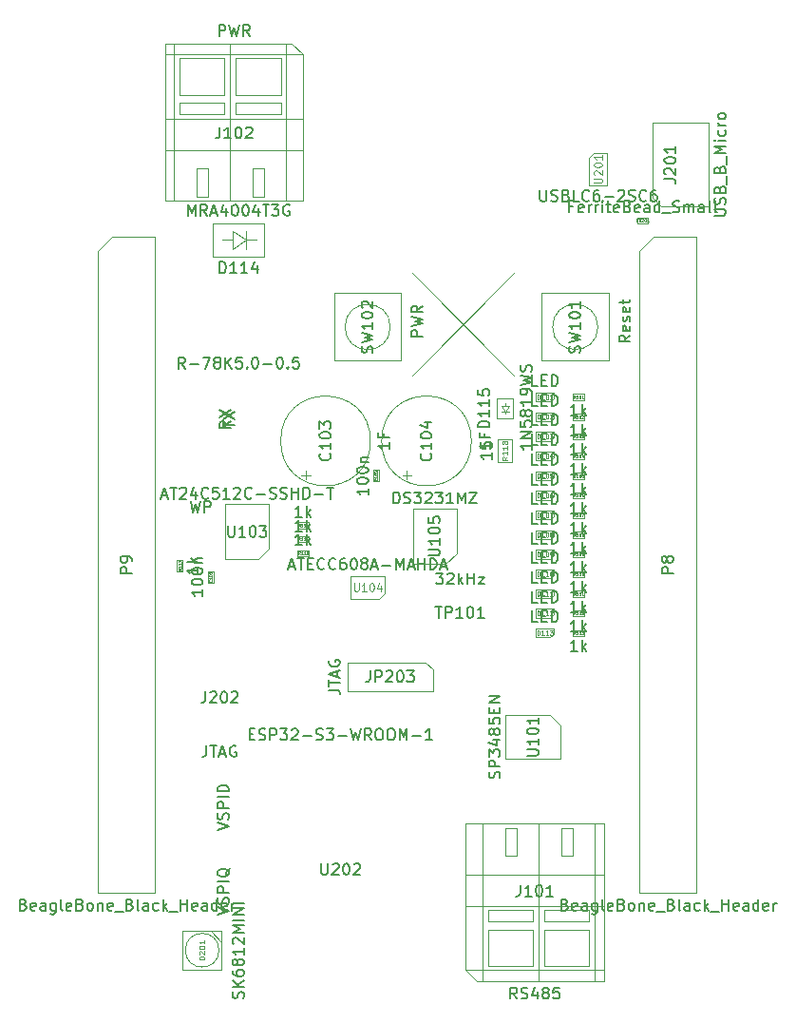
<source format=gbr>
%TF.GenerationSoftware,KiCad,Pcbnew,9.0.1+1*%
%TF.CreationDate,2025-11-22T05:06:59+00:00*%
%TF.ProjectId,com4bbb,636f6d34-6262-4622-9e6b-696361645f70,rev?*%
%TF.SameCoordinates,Original*%
%TF.FileFunction,AssemblyDrawing,Top*%
%FSLAX46Y46*%
G04 Gerber Fmt 4.6, Leading zero omitted, Abs format (unit mm)*
G04 Created by KiCad (PCBNEW 9.0.1+1) date 2025-11-22 05:06:59*
%MOMM*%
%LPD*%
G01*
G04 APERTURE LIST*
%ADD10C,0.150000*%
%ADD11C,0.040000*%
%ADD12C,0.060000*%
%ADD13C,0.110000*%
%ADD14C,0.100000*%
%ADD15C,0.080000*%
%ADD16C,0.105000*%
%ADD17C,0.120000*%
G04 APERTURE END LIST*
D10*
X156709622Y-120573409D02*
X156852479Y-120621028D01*
X156852479Y-120621028D02*
X156900098Y-120668647D01*
X156900098Y-120668647D02*
X156947717Y-120763885D01*
X156947717Y-120763885D02*
X156947717Y-120906742D01*
X156947717Y-120906742D02*
X156900098Y-121001980D01*
X156900098Y-121001980D02*
X156852479Y-121049600D01*
X156852479Y-121049600D02*
X156757241Y-121097219D01*
X156757241Y-121097219D02*
X156376289Y-121097219D01*
X156376289Y-121097219D02*
X156376289Y-120097219D01*
X156376289Y-120097219D02*
X156709622Y-120097219D01*
X156709622Y-120097219D02*
X156804860Y-120144838D01*
X156804860Y-120144838D02*
X156852479Y-120192457D01*
X156852479Y-120192457D02*
X156900098Y-120287695D01*
X156900098Y-120287695D02*
X156900098Y-120382933D01*
X156900098Y-120382933D02*
X156852479Y-120478171D01*
X156852479Y-120478171D02*
X156804860Y-120525790D01*
X156804860Y-120525790D02*
X156709622Y-120573409D01*
X156709622Y-120573409D02*
X156376289Y-120573409D01*
X157757241Y-121049600D02*
X157662003Y-121097219D01*
X157662003Y-121097219D02*
X157471527Y-121097219D01*
X157471527Y-121097219D02*
X157376289Y-121049600D01*
X157376289Y-121049600D02*
X157328670Y-120954361D01*
X157328670Y-120954361D02*
X157328670Y-120573409D01*
X157328670Y-120573409D02*
X157376289Y-120478171D01*
X157376289Y-120478171D02*
X157471527Y-120430552D01*
X157471527Y-120430552D02*
X157662003Y-120430552D01*
X157662003Y-120430552D02*
X157757241Y-120478171D01*
X157757241Y-120478171D02*
X157804860Y-120573409D01*
X157804860Y-120573409D02*
X157804860Y-120668647D01*
X157804860Y-120668647D02*
X157328670Y-120763885D01*
X158662003Y-121097219D02*
X158662003Y-120573409D01*
X158662003Y-120573409D02*
X158614384Y-120478171D01*
X158614384Y-120478171D02*
X158519146Y-120430552D01*
X158519146Y-120430552D02*
X158328670Y-120430552D01*
X158328670Y-120430552D02*
X158233432Y-120478171D01*
X158662003Y-121049600D02*
X158566765Y-121097219D01*
X158566765Y-121097219D02*
X158328670Y-121097219D01*
X158328670Y-121097219D02*
X158233432Y-121049600D01*
X158233432Y-121049600D02*
X158185813Y-120954361D01*
X158185813Y-120954361D02*
X158185813Y-120859123D01*
X158185813Y-120859123D02*
X158233432Y-120763885D01*
X158233432Y-120763885D02*
X158328670Y-120716266D01*
X158328670Y-120716266D02*
X158566765Y-120716266D01*
X158566765Y-120716266D02*
X158662003Y-120668647D01*
X159566765Y-120430552D02*
X159566765Y-121240076D01*
X159566765Y-121240076D02*
X159519146Y-121335314D01*
X159519146Y-121335314D02*
X159471527Y-121382933D01*
X159471527Y-121382933D02*
X159376289Y-121430552D01*
X159376289Y-121430552D02*
X159233432Y-121430552D01*
X159233432Y-121430552D02*
X159138194Y-121382933D01*
X159566765Y-121049600D02*
X159471527Y-121097219D01*
X159471527Y-121097219D02*
X159281051Y-121097219D01*
X159281051Y-121097219D02*
X159185813Y-121049600D01*
X159185813Y-121049600D02*
X159138194Y-121001980D01*
X159138194Y-121001980D02*
X159090575Y-120906742D01*
X159090575Y-120906742D02*
X159090575Y-120621028D01*
X159090575Y-120621028D02*
X159138194Y-120525790D01*
X159138194Y-120525790D02*
X159185813Y-120478171D01*
X159185813Y-120478171D02*
X159281051Y-120430552D01*
X159281051Y-120430552D02*
X159471527Y-120430552D01*
X159471527Y-120430552D02*
X159566765Y-120478171D01*
X160185813Y-121097219D02*
X160090575Y-121049600D01*
X160090575Y-121049600D02*
X160042956Y-120954361D01*
X160042956Y-120954361D02*
X160042956Y-120097219D01*
X160947718Y-121049600D02*
X160852480Y-121097219D01*
X160852480Y-121097219D02*
X160662004Y-121097219D01*
X160662004Y-121097219D02*
X160566766Y-121049600D01*
X160566766Y-121049600D02*
X160519147Y-120954361D01*
X160519147Y-120954361D02*
X160519147Y-120573409D01*
X160519147Y-120573409D02*
X160566766Y-120478171D01*
X160566766Y-120478171D02*
X160662004Y-120430552D01*
X160662004Y-120430552D02*
X160852480Y-120430552D01*
X160852480Y-120430552D02*
X160947718Y-120478171D01*
X160947718Y-120478171D02*
X160995337Y-120573409D01*
X160995337Y-120573409D02*
X160995337Y-120668647D01*
X160995337Y-120668647D02*
X160519147Y-120763885D01*
X161757242Y-120573409D02*
X161900099Y-120621028D01*
X161900099Y-120621028D02*
X161947718Y-120668647D01*
X161947718Y-120668647D02*
X161995337Y-120763885D01*
X161995337Y-120763885D02*
X161995337Y-120906742D01*
X161995337Y-120906742D02*
X161947718Y-121001980D01*
X161947718Y-121001980D02*
X161900099Y-121049600D01*
X161900099Y-121049600D02*
X161804861Y-121097219D01*
X161804861Y-121097219D02*
X161423909Y-121097219D01*
X161423909Y-121097219D02*
X161423909Y-120097219D01*
X161423909Y-120097219D02*
X161757242Y-120097219D01*
X161757242Y-120097219D02*
X161852480Y-120144838D01*
X161852480Y-120144838D02*
X161900099Y-120192457D01*
X161900099Y-120192457D02*
X161947718Y-120287695D01*
X161947718Y-120287695D02*
X161947718Y-120382933D01*
X161947718Y-120382933D02*
X161900099Y-120478171D01*
X161900099Y-120478171D02*
X161852480Y-120525790D01*
X161852480Y-120525790D02*
X161757242Y-120573409D01*
X161757242Y-120573409D02*
X161423909Y-120573409D01*
X162566766Y-121097219D02*
X162471528Y-121049600D01*
X162471528Y-121049600D02*
X162423909Y-121001980D01*
X162423909Y-121001980D02*
X162376290Y-120906742D01*
X162376290Y-120906742D02*
X162376290Y-120621028D01*
X162376290Y-120621028D02*
X162423909Y-120525790D01*
X162423909Y-120525790D02*
X162471528Y-120478171D01*
X162471528Y-120478171D02*
X162566766Y-120430552D01*
X162566766Y-120430552D02*
X162709623Y-120430552D01*
X162709623Y-120430552D02*
X162804861Y-120478171D01*
X162804861Y-120478171D02*
X162852480Y-120525790D01*
X162852480Y-120525790D02*
X162900099Y-120621028D01*
X162900099Y-120621028D02*
X162900099Y-120906742D01*
X162900099Y-120906742D02*
X162852480Y-121001980D01*
X162852480Y-121001980D02*
X162804861Y-121049600D01*
X162804861Y-121049600D02*
X162709623Y-121097219D01*
X162709623Y-121097219D02*
X162566766Y-121097219D01*
X163328671Y-120430552D02*
X163328671Y-121097219D01*
X163328671Y-120525790D02*
X163376290Y-120478171D01*
X163376290Y-120478171D02*
X163471528Y-120430552D01*
X163471528Y-120430552D02*
X163614385Y-120430552D01*
X163614385Y-120430552D02*
X163709623Y-120478171D01*
X163709623Y-120478171D02*
X163757242Y-120573409D01*
X163757242Y-120573409D02*
X163757242Y-121097219D01*
X164614385Y-121049600D02*
X164519147Y-121097219D01*
X164519147Y-121097219D02*
X164328671Y-121097219D01*
X164328671Y-121097219D02*
X164233433Y-121049600D01*
X164233433Y-121049600D02*
X164185814Y-120954361D01*
X164185814Y-120954361D02*
X164185814Y-120573409D01*
X164185814Y-120573409D02*
X164233433Y-120478171D01*
X164233433Y-120478171D02*
X164328671Y-120430552D01*
X164328671Y-120430552D02*
X164519147Y-120430552D01*
X164519147Y-120430552D02*
X164614385Y-120478171D01*
X164614385Y-120478171D02*
X164662004Y-120573409D01*
X164662004Y-120573409D02*
X164662004Y-120668647D01*
X164662004Y-120668647D02*
X164185814Y-120763885D01*
X164852481Y-121192457D02*
X165614385Y-121192457D01*
X166185814Y-120573409D02*
X166328671Y-120621028D01*
X166328671Y-120621028D02*
X166376290Y-120668647D01*
X166376290Y-120668647D02*
X166423909Y-120763885D01*
X166423909Y-120763885D02*
X166423909Y-120906742D01*
X166423909Y-120906742D02*
X166376290Y-121001980D01*
X166376290Y-121001980D02*
X166328671Y-121049600D01*
X166328671Y-121049600D02*
X166233433Y-121097219D01*
X166233433Y-121097219D02*
X165852481Y-121097219D01*
X165852481Y-121097219D02*
X165852481Y-120097219D01*
X165852481Y-120097219D02*
X166185814Y-120097219D01*
X166185814Y-120097219D02*
X166281052Y-120144838D01*
X166281052Y-120144838D02*
X166328671Y-120192457D01*
X166328671Y-120192457D02*
X166376290Y-120287695D01*
X166376290Y-120287695D02*
X166376290Y-120382933D01*
X166376290Y-120382933D02*
X166328671Y-120478171D01*
X166328671Y-120478171D02*
X166281052Y-120525790D01*
X166281052Y-120525790D02*
X166185814Y-120573409D01*
X166185814Y-120573409D02*
X165852481Y-120573409D01*
X166995338Y-121097219D02*
X166900100Y-121049600D01*
X166900100Y-121049600D02*
X166852481Y-120954361D01*
X166852481Y-120954361D02*
X166852481Y-120097219D01*
X167804862Y-121097219D02*
X167804862Y-120573409D01*
X167804862Y-120573409D02*
X167757243Y-120478171D01*
X167757243Y-120478171D02*
X167662005Y-120430552D01*
X167662005Y-120430552D02*
X167471529Y-120430552D01*
X167471529Y-120430552D02*
X167376291Y-120478171D01*
X167804862Y-121049600D02*
X167709624Y-121097219D01*
X167709624Y-121097219D02*
X167471529Y-121097219D01*
X167471529Y-121097219D02*
X167376291Y-121049600D01*
X167376291Y-121049600D02*
X167328672Y-120954361D01*
X167328672Y-120954361D02*
X167328672Y-120859123D01*
X167328672Y-120859123D02*
X167376291Y-120763885D01*
X167376291Y-120763885D02*
X167471529Y-120716266D01*
X167471529Y-120716266D02*
X167709624Y-120716266D01*
X167709624Y-120716266D02*
X167804862Y-120668647D01*
X168709624Y-121049600D02*
X168614386Y-121097219D01*
X168614386Y-121097219D02*
X168423910Y-121097219D01*
X168423910Y-121097219D02*
X168328672Y-121049600D01*
X168328672Y-121049600D02*
X168281053Y-121001980D01*
X168281053Y-121001980D02*
X168233434Y-120906742D01*
X168233434Y-120906742D02*
X168233434Y-120621028D01*
X168233434Y-120621028D02*
X168281053Y-120525790D01*
X168281053Y-120525790D02*
X168328672Y-120478171D01*
X168328672Y-120478171D02*
X168423910Y-120430552D01*
X168423910Y-120430552D02*
X168614386Y-120430552D01*
X168614386Y-120430552D02*
X168709624Y-120478171D01*
X169138196Y-121097219D02*
X169138196Y-120097219D01*
X169233434Y-120716266D02*
X169519148Y-121097219D01*
X169519148Y-120430552D02*
X169138196Y-120811504D01*
X169709625Y-121192457D02*
X170471529Y-121192457D01*
X170709625Y-121097219D02*
X170709625Y-120097219D01*
X170709625Y-120573409D02*
X171281053Y-120573409D01*
X171281053Y-121097219D02*
X171281053Y-120097219D01*
X172138196Y-121049600D02*
X172042958Y-121097219D01*
X172042958Y-121097219D02*
X171852482Y-121097219D01*
X171852482Y-121097219D02*
X171757244Y-121049600D01*
X171757244Y-121049600D02*
X171709625Y-120954361D01*
X171709625Y-120954361D02*
X171709625Y-120573409D01*
X171709625Y-120573409D02*
X171757244Y-120478171D01*
X171757244Y-120478171D02*
X171852482Y-120430552D01*
X171852482Y-120430552D02*
X172042958Y-120430552D01*
X172042958Y-120430552D02*
X172138196Y-120478171D01*
X172138196Y-120478171D02*
X172185815Y-120573409D01*
X172185815Y-120573409D02*
X172185815Y-120668647D01*
X172185815Y-120668647D02*
X171709625Y-120763885D01*
X173042958Y-121097219D02*
X173042958Y-120573409D01*
X173042958Y-120573409D02*
X172995339Y-120478171D01*
X172995339Y-120478171D02*
X172900101Y-120430552D01*
X172900101Y-120430552D02*
X172709625Y-120430552D01*
X172709625Y-120430552D02*
X172614387Y-120478171D01*
X173042958Y-121049600D02*
X172947720Y-121097219D01*
X172947720Y-121097219D02*
X172709625Y-121097219D01*
X172709625Y-121097219D02*
X172614387Y-121049600D01*
X172614387Y-121049600D02*
X172566768Y-120954361D01*
X172566768Y-120954361D02*
X172566768Y-120859123D01*
X172566768Y-120859123D02*
X172614387Y-120763885D01*
X172614387Y-120763885D02*
X172709625Y-120716266D01*
X172709625Y-120716266D02*
X172947720Y-120716266D01*
X172947720Y-120716266D02*
X173042958Y-120668647D01*
X173947720Y-121097219D02*
X173947720Y-120097219D01*
X173947720Y-121049600D02*
X173852482Y-121097219D01*
X173852482Y-121097219D02*
X173662006Y-121097219D01*
X173662006Y-121097219D02*
X173566768Y-121049600D01*
X173566768Y-121049600D02*
X173519149Y-121001980D01*
X173519149Y-121001980D02*
X173471530Y-120906742D01*
X173471530Y-120906742D02*
X173471530Y-120621028D01*
X173471530Y-120621028D02*
X173519149Y-120525790D01*
X173519149Y-120525790D02*
X173566768Y-120478171D01*
X173566768Y-120478171D02*
X173662006Y-120430552D01*
X173662006Y-120430552D02*
X173852482Y-120430552D01*
X173852482Y-120430552D02*
X173947720Y-120478171D01*
X174804863Y-121049600D02*
X174709625Y-121097219D01*
X174709625Y-121097219D02*
X174519149Y-121097219D01*
X174519149Y-121097219D02*
X174423911Y-121049600D01*
X174423911Y-121049600D02*
X174376292Y-120954361D01*
X174376292Y-120954361D02*
X174376292Y-120573409D01*
X174376292Y-120573409D02*
X174423911Y-120478171D01*
X174423911Y-120478171D02*
X174519149Y-120430552D01*
X174519149Y-120430552D02*
X174709625Y-120430552D01*
X174709625Y-120430552D02*
X174804863Y-120478171D01*
X174804863Y-120478171D02*
X174852482Y-120573409D01*
X174852482Y-120573409D02*
X174852482Y-120668647D01*
X174852482Y-120668647D02*
X174376292Y-120763885D01*
X175281054Y-121097219D02*
X175281054Y-120430552D01*
X175281054Y-120621028D02*
X175328673Y-120525790D01*
X175328673Y-120525790D02*
X175376292Y-120478171D01*
X175376292Y-120478171D02*
X175471530Y-120430552D01*
X175471530Y-120430552D02*
X175566768Y-120430552D01*
X166354919Y-91060494D02*
X165354919Y-91060494D01*
X165354919Y-91060494D02*
X165354919Y-90679542D01*
X165354919Y-90679542D02*
X165402538Y-90584304D01*
X165402538Y-90584304D02*
X165450157Y-90536685D01*
X165450157Y-90536685D02*
X165545395Y-90489066D01*
X165545395Y-90489066D02*
X165688252Y-90489066D01*
X165688252Y-90489066D02*
X165783490Y-90536685D01*
X165783490Y-90536685D02*
X165831109Y-90584304D01*
X165831109Y-90584304D02*
X165878728Y-90679542D01*
X165878728Y-90679542D02*
X165878728Y-91060494D01*
X165783490Y-89917637D02*
X165735871Y-90012875D01*
X165735871Y-90012875D02*
X165688252Y-90060494D01*
X165688252Y-90060494D02*
X165593014Y-90108113D01*
X165593014Y-90108113D02*
X165545395Y-90108113D01*
X165545395Y-90108113D02*
X165450157Y-90060494D01*
X165450157Y-90060494D02*
X165402538Y-90012875D01*
X165402538Y-90012875D02*
X165354919Y-89917637D01*
X165354919Y-89917637D02*
X165354919Y-89727161D01*
X165354919Y-89727161D02*
X165402538Y-89631923D01*
X165402538Y-89631923D02*
X165450157Y-89584304D01*
X165450157Y-89584304D02*
X165545395Y-89536685D01*
X165545395Y-89536685D02*
X165593014Y-89536685D01*
X165593014Y-89536685D02*
X165688252Y-89584304D01*
X165688252Y-89584304D02*
X165735871Y-89631923D01*
X165735871Y-89631923D02*
X165783490Y-89727161D01*
X165783490Y-89727161D02*
X165783490Y-89917637D01*
X165783490Y-89917637D02*
X165831109Y-90012875D01*
X165831109Y-90012875D02*
X165878728Y-90060494D01*
X165878728Y-90060494D02*
X165973966Y-90108113D01*
X165973966Y-90108113D02*
X166164442Y-90108113D01*
X166164442Y-90108113D02*
X166259680Y-90060494D01*
X166259680Y-90060494D02*
X166307300Y-90012875D01*
X166307300Y-90012875D02*
X166354919Y-89917637D01*
X166354919Y-89917637D02*
X166354919Y-89727161D01*
X166354919Y-89727161D02*
X166307300Y-89631923D01*
X166307300Y-89631923D02*
X166259680Y-89584304D01*
X166259680Y-89584304D02*
X166164442Y-89536685D01*
X166164442Y-89536685D02*
X165973966Y-89536685D01*
X165973966Y-89536685D02*
X165878728Y-89584304D01*
X165878728Y-89584304D02*
X165831109Y-89631923D01*
X165831109Y-89631923D02*
X165783490Y-89727161D01*
X108449622Y-120573409D02*
X108592479Y-120621028D01*
X108592479Y-120621028D02*
X108640098Y-120668647D01*
X108640098Y-120668647D02*
X108687717Y-120763885D01*
X108687717Y-120763885D02*
X108687717Y-120906742D01*
X108687717Y-120906742D02*
X108640098Y-121001980D01*
X108640098Y-121001980D02*
X108592479Y-121049600D01*
X108592479Y-121049600D02*
X108497241Y-121097219D01*
X108497241Y-121097219D02*
X108116289Y-121097219D01*
X108116289Y-121097219D02*
X108116289Y-120097219D01*
X108116289Y-120097219D02*
X108449622Y-120097219D01*
X108449622Y-120097219D02*
X108544860Y-120144838D01*
X108544860Y-120144838D02*
X108592479Y-120192457D01*
X108592479Y-120192457D02*
X108640098Y-120287695D01*
X108640098Y-120287695D02*
X108640098Y-120382933D01*
X108640098Y-120382933D02*
X108592479Y-120478171D01*
X108592479Y-120478171D02*
X108544860Y-120525790D01*
X108544860Y-120525790D02*
X108449622Y-120573409D01*
X108449622Y-120573409D02*
X108116289Y-120573409D01*
X109497241Y-121049600D02*
X109402003Y-121097219D01*
X109402003Y-121097219D02*
X109211527Y-121097219D01*
X109211527Y-121097219D02*
X109116289Y-121049600D01*
X109116289Y-121049600D02*
X109068670Y-120954361D01*
X109068670Y-120954361D02*
X109068670Y-120573409D01*
X109068670Y-120573409D02*
X109116289Y-120478171D01*
X109116289Y-120478171D02*
X109211527Y-120430552D01*
X109211527Y-120430552D02*
X109402003Y-120430552D01*
X109402003Y-120430552D02*
X109497241Y-120478171D01*
X109497241Y-120478171D02*
X109544860Y-120573409D01*
X109544860Y-120573409D02*
X109544860Y-120668647D01*
X109544860Y-120668647D02*
X109068670Y-120763885D01*
X110402003Y-121097219D02*
X110402003Y-120573409D01*
X110402003Y-120573409D02*
X110354384Y-120478171D01*
X110354384Y-120478171D02*
X110259146Y-120430552D01*
X110259146Y-120430552D02*
X110068670Y-120430552D01*
X110068670Y-120430552D02*
X109973432Y-120478171D01*
X110402003Y-121049600D02*
X110306765Y-121097219D01*
X110306765Y-121097219D02*
X110068670Y-121097219D01*
X110068670Y-121097219D02*
X109973432Y-121049600D01*
X109973432Y-121049600D02*
X109925813Y-120954361D01*
X109925813Y-120954361D02*
X109925813Y-120859123D01*
X109925813Y-120859123D02*
X109973432Y-120763885D01*
X109973432Y-120763885D02*
X110068670Y-120716266D01*
X110068670Y-120716266D02*
X110306765Y-120716266D01*
X110306765Y-120716266D02*
X110402003Y-120668647D01*
X111306765Y-120430552D02*
X111306765Y-121240076D01*
X111306765Y-121240076D02*
X111259146Y-121335314D01*
X111259146Y-121335314D02*
X111211527Y-121382933D01*
X111211527Y-121382933D02*
X111116289Y-121430552D01*
X111116289Y-121430552D02*
X110973432Y-121430552D01*
X110973432Y-121430552D02*
X110878194Y-121382933D01*
X111306765Y-121049600D02*
X111211527Y-121097219D01*
X111211527Y-121097219D02*
X111021051Y-121097219D01*
X111021051Y-121097219D02*
X110925813Y-121049600D01*
X110925813Y-121049600D02*
X110878194Y-121001980D01*
X110878194Y-121001980D02*
X110830575Y-120906742D01*
X110830575Y-120906742D02*
X110830575Y-120621028D01*
X110830575Y-120621028D02*
X110878194Y-120525790D01*
X110878194Y-120525790D02*
X110925813Y-120478171D01*
X110925813Y-120478171D02*
X111021051Y-120430552D01*
X111021051Y-120430552D02*
X111211527Y-120430552D01*
X111211527Y-120430552D02*
X111306765Y-120478171D01*
X111925813Y-121097219D02*
X111830575Y-121049600D01*
X111830575Y-121049600D02*
X111782956Y-120954361D01*
X111782956Y-120954361D02*
X111782956Y-120097219D01*
X112687718Y-121049600D02*
X112592480Y-121097219D01*
X112592480Y-121097219D02*
X112402004Y-121097219D01*
X112402004Y-121097219D02*
X112306766Y-121049600D01*
X112306766Y-121049600D02*
X112259147Y-120954361D01*
X112259147Y-120954361D02*
X112259147Y-120573409D01*
X112259147Y-120573409D02*
X112306766Y-120478171D01*
X112306766Y-120478171D02*
X112402004Y-120430552D01*
X112402004Y-120430552D02*
X112592480Y-120430552D01*
X112592480Y-120430552D02*
X112687718Y-120478171D01*
X112687718Y-120478171D02*
X112735337Y-120573409D01*
X112735337Y-120573409D02*
X112735337Y-120668647D01*
X112735337Y-120668647D02*
X112259147Y-120763885D01*
X113497242Y-120573409D02*
X113640099Y-120621028D01*
X113640099Y-120621028D02*
X113687718Y-120668647D01*
X113687718Y-120668647D02*
X113735337Y-120763885D01*
X113735337Y-120763885D02*
X113735337Y-120906742D01*
X113735337Y-120906742D02*
X113687718Y-121001980D01*
X113687718Y-121001980D02*
X113640099Y-121049600D01*
X113640099Y-121049600D02*
X113544861Y-121097219D01*
X113544861Y-121097219D02*
X113163909Y-121097219D01*
X113163909Y-121097219D02*
X113163909Y-120097219D01*
X113163909Y-120097219D02*
X113497242Y-120097219D01*
X113497242Y-120097219D02*
X113592480Y-120144838D01*
X113592480Y-120144838D02*
X113640099Y-120192457D01*
X113640099Y-120192457D02*
X113687718Y-120287695D01*
X113687718Y-120287695D02*
X113687718Y-120382933D01*
X113687718Y-120382933D02*
X113640099Y-120478171D01*
X113640099Y-120478171D02*
X113592480Y-120525790D01*
X113592480Y-120525790D02*
X113497242Y-120573409D01*
X113497242Y-120573409D02*
X113163909Y-120573409D01*
X114306766Y-121097219D02*
X114211528Y-121049600D01*
X114211528Y-121049600D02*
X114163909Y-121001980D01*
X114163909Y-121001980D02*
X114116290Y-120906742D01*
X114116290Y-120906742D02*
X114116290Y-120621028D01*
X114116290Y-120621028D02*
X114163909Y-120525790D01*
X114163909Y-120525790D02*
X114211528Y-120478171D01*
X114211528Y-120478171D02*
X114306766Y-120430552D01*
X114306766Y-120430552D02*
X114449623Y-120430552D01*
X114449623Y-120430552D02*
X114544861Y-120478171D01*
X114544861Y-120478171D02*
X114592480Y-120525790D01*
X114592480Y-120525790D02*
X114640099Y-120621028D01*
X114640099Y-120621028D02*
X114640099Y-120906742D01*
X114640099Y-120906742D02*
X114592480Y-121001980D01*
X114592480Y-121001980D02*
X114544861Y-121049600D01*
X114544861Y-121049600D02*
X114449623Y-121097219D01*
X114449623Y-121097219D02*
X114306766Y-121097219D01*
X115068671Y-120430552D02*
X115068671Y-121097219D01*
X115068671Y-120525790D02*
X115116290Y-120478171D01*
X115116290Y-120478171D02*
X115211528Y-120430552D01*
X115211528Y-120430552D02*
X115354385Y-120430552D01*
X115354385Y-120430552D02*
X115449623Y-120478171D01*
X115449623Y-120478171D02*
X115497242Y-120573409D01*
X115497242Y-120573409D02*
X115497242Y-121097219D01*
X116354385Y-121049600D02*
X116259147Y-121097219D01*
X116259147Y-121097219D02*
X116068671Y-121097219D01*
X116068671Y-121097219D02*
X115973433Y-121049600D01*
X115973433Y-121049600D02*
X115925814Y-120954361D01*
X115925814Y-120954361D02*
X115925814Y-120573409D01*
X115925814Y-120573409D02*
X115973433Y-120478171D01*
X115973433Y-120478171D02*
X116068671Y-120430552D01*
X116068671Y-120430552D02*
X116259147Y-120430552D01*
X116259147Y-120430552D02*
X116354385Y-120478171D01*
X116354385Y-120478171D02*
X116402004Y-120573409D01*
X116402004Y-120573409D02*
X116402004Y-120668647D01*
X116402004Y-120668647D02*
X115925814Y-120763885D01*
X116592481Y-121192457D02*
X117354385Y-121192457D01*
X117925814Y-120573409D02*
X118068671Y-120621028D01*
X118068671Y-120621028D02*
X118116290Y-120668647D01*
X118116290Y-120668647D02*
X118163909Y-120763885D01*
X118163909Y-120763885D02*
X118163909Y-120906742D01*
X118163909Y-120906742D02*
X118116290Y-121001980D01*
X118116290Y-121001980D02*
X118068671Y-121049600D01*
X118068671Y-121049600D02*
X117973433Y-121097219D01*
X117973433Y-121097219D02*
X117592481Y-121097219D01*
X117592481Y-121097219D02*
X117592481Y-120097219D01*
X117592481Y-120097219D02*
X117925814Y-120097219D01*
X117925814Y-120097219D02*
X118021052Y-120144838D01*
X118021052Y-120144838D02*
X118068671Y-120192457D01*
X118068671Y-120192457D02*
X118116290Y-120287695D01*
X118116290Y-120287695D02*
X118116290Y-120382933D01*
X118116290Y-120382933D02*
X118068671Y-120478171D01*
X118068671Y-120478171D02*
X118021052Y-120525790D01*
X118021052Y-120525790D02*
X117925814Y-120573409D01*
X117925814Y-120573409D02*
X117592481Y-120573409D01*
X118735338Y-121097219D02*
X118640100Y-121049600D01*
X118640100Y-121049600D02*
X118592481Y-120954361D01*
X118592481Y-120954361D02*
X118592481Y-120097219D01*
X119544862Y-121097219D02*
X119544862Y-120573409D01*
X119544862Y-120573409D02*
X119497243Y-120478171D01*
X119497243Y-120478171D02*
X119402005Y-120430552D01*
X119402005Y-120430552D02*
X119211529Y-120430552D01*
X119211529Y-120430552D02*
X119116291Y-120478171D01*
X119544862Y-121049600D02*
X119449624Y-121097219D01*
X119449624Y-121097219D02*
X119211529Y-121097219D01*
X119211529Y-121097219D02*
X119116291Y-121049600D01*
X119116291Y-121049600D02*
X119068672Y-120954361D01*
X119068672Y-120954361D02*
X119068672Y-120859123D01*
X119068672Y-120859123D02*
X119116291Y-120763885D01*
X119116291Y-120763885D02*
X119211529Y-120716266D01*
X119211529Y-120716266D02*
X119449624Y-120716266D01*
X119449624Y-120716266D02*
X119544862Y-120668647D01*
X120449624Y-121049600D02*
X120354386Y-121097219D01*
X120354386Y-121097219D02*
X120163910Y-121097219D01*
X120163910Y-121097219D02*
X120068672Y-121049600D01*
X120068672Y-121049600D02*
X120021053Y-121001980D01*
X120021053Y-121001980D02*
X119973434Y-120906742D01*
X119973434Y-120906742D02*
X119973434Y-120621028D01*
X119973434Y-120621028D02*
X120021053Y-120525790D01*
X120021053Y-120525790D02*
X120068672Y-120478171D01*
X120068672Y-120478171D02*
X120163910Y-120430552D01*
X120163910Y-120430552D02*
X120354386Y-120430552D01*
X120354386Y-120430552D02*
X120449624Y-120478171D01*
X120878196Y-121097219D02*
X120878196Y-120097219D01*
X120973434Y-120716266D02*
X121259148Y-121097219D01*
X121259148Y-120430552D02*
X120878196Y-120811504D01*
X121449625Y-121192457D02*
X122211529Y-121192457D01*
X122449625Y-121097219D02*
X122449625Y-120097219D01*
X122449625Y-120573409D02*
X123021053Y-120573409D01*
X123021053Y-121097219D02*
X123021053Y-120097219D01*
X123878196Y-121049600D02*
X123782958Y-121097219D01*
X123782958Y-121097219D02*
X123592482Y-121097219D01*
X123592482Y-121097219D02*
X123497244Y-121049600D01*
X123497244Y-121049600D02*
X123449625Y-120954361D01*
X123449625Y-120954361D02*
X123449625Y-120573409D01*
X123449625Y-120573409D02*
X123497244Y-120478171D01*
X123497244Y-120478171D02*
X123592482Y-120430552D01*
X123592482Y-120430552D02*
X123782958Y-120430552D01*
X123782958Y-120430552D02*
X123878196Y-120478171D01*
X123878196Y-120478171D02*
X123925815Y-120573409D01*
X123925815Y-120573409D02*
X123925815Y-120668647D01*
X123925815Y-120668647D02*
X123449625Y-120763885D01*
X124782958Y-121097219D02*
X124782958Y-120573409D01*
X124782958Y-120573409D02*
X124735339Y-120478171D01*
X124735339Y-120478171D02*
X124640101Y-120430552D01*
X124640101Y-120430552D02*
X124449625Y-120430552D01*
X124449625Y-120430552D02*
X124354387Y-120478171D01*
X124782958Y-121049600D02*
X124687720Y-121097219D01*
X124687720Y-121097219D02*
X124449625Y-121097219D01*
X124449625Y-121097219D02*
X124354387Y-121049600D01*
X124354387Y-121049600D02*
X124306768Y-120954361D01*
X124306768Y-120954361D02*
X124306768Y-120859123D01*
X124306768Y-120859123D02*
X124354387Y-120763885D01*
X124354387Y-120763885D02*
X124449625Y-120716266D01*
X124449625Y-120716266D02*
X124687720Y-120716266D01*
X124687720Y-120716266D02*
X124782958Y-120668647D01*
X125687720Y-121097219D02*
X125687720Y-120097219D01*
X125687720Y-121049600D02*
X125592482Y-121097219D01*
X125592482Y-121097219D02*
X125402006Y-121097219D01*
X125402006Y-121097219D02*
X125306768Y-121049600D01*
X125306768Y-121049600D02*
X125259149Y-121001980D01*
X125259149Y-121001980D02*
X125211530Y-120906742D01*
X125211530Y-120906742D02*
X125211530Y-120621028D01*
X125211530Y-120621028D02*
X125259149Y-120525790D01*
X125259149Y-120525790D02*
X125306768Y-120478171D01*
X125306768Y-120478171D02*
X125402006Y-120430552D01*
X125402006Y-120430552D02*
X125592482Y-120430552D01*
X125592482Y-120430552D02*
X125687720Y-120478171D01*
X126544863Y-121049600D02*
X126449625Y-121097219D01*
X126449625Y-121097219D02*
X126259149Y-121097219D01*
X126259149Y-121097219D02*
X126163911Y-121049600D01*
X126163911Y-121049600D02*
X126116292Y-120954361D01*
X126116292Y-120954361D02*
X126116292Y-120573409D01*
X126116292Y-120573409D02*
X126163911Y-120478171D01*
X126163911Y-120478171D02*
X126259149Y-120430552D01*
X126259149Y-120430552D02*
X126449625Y-120430552D01*
X126449625Y-120430552D02*
X126544863Y-120478171D01*
X126544863Y-120478171D02*
X126592482Y-120573409D01*
X126592482Y-120573409D02*
X126592482Y-120668647D01*
X126592482Y-120668647D02*
X126116292Y-120763885D01*
X127021054Y-121097219D02*
X127021054Y-120430552D01*
X127021054Y-120621028D02*
X127068673Y-120525790D01*
X127068673Y-120525790D02*
X127116292Y-120478171D01*
X127116292Y-120478171D02*
X127211530Y-120430552D01*
X127211530Y-120430552D02*
X127306768Y-120430552D01*
X118094919Y-91060494D02*
X117094919Y-91060494D01*
X117094919Y-91060494D02*
X117094919Y-90679542D01*
X117094919Y-90679542D02*
X117142538Y-90584304D01*
X117142538Y-90584304D02*
X117190157Y-90536685D01*
X117190157Y-90536685D02*
X117285395Y-90489066D01*
X117285395Y-90489066D02*
X117428252Y-90489066D01*
X117428252Y-90489066D02*
X117523490Y-90536685D01*
X117523490Y-90536685D02*
X117571109Y-90584304D01*
X117571109Y-90584304D02*
X117618728Y-90679542D01*
X117618728Y-90679542D02*
X117618728Y-91060494D01*
X118094919Y-90012875D02*
X118094919Y-89822399D01*
X118094919Y-89822399D02*
X118047300Y-89727161D01*
X118047300Y-89727161D02*
X117999680Y-89679542D01*
X117999680Y-89679542D02*
X117856823Y-89584304D01*
X117856823Y-89584304D02*
X117666347Y-89536685D01*
X117666347Y-89536685D02*
X117285395Y-89536685D01*
X117285395Y-89536685D02*
X117190157Y-89584304D01*
X117190157Y-89584304D02*
X117142538Y-89631923D01*
X117142538Y-89631923D02*
X117094919Y-89727161D01*
X117094919Y-89727161D02*
X117094919Y-89917637D01*
X117094919Y-89917637D02*
X117142538Y-90012875D01*
X117142538Y-90012875D02*
X117190157Y-90060494D01*
X117190157Y-90060494D02*
X117285395Y-90108113D01*
X117285395Y-90108113D02*
X117523490Y-90108113D01*
X117523490Y-90108113D02*
X117618728Y-90060494D01*
X117618728Y-90060494D02*
X117666347Y-90012875D01*
X117666347Y-90012875D02*
X117713966Y-89917637D01*
X117713966Y-89917637D02*
X117713966Y-89727161D01*
X117713966Y-89727161D02*
X117666347Y-89631923D01*
X117666347Y-89631923D02*
X117618728Y-89584304D01*
X117618728Y-89584304D02*
X117523490Y-89536685D01*
X124414919Y-92501447D02*
X124414919Y-93072875D01*
X124414919Y-92787161D02*
X123414919Y-92787161D01*
X123414919Y-92787161D02*
X123557776Y-92882399D01*
X123557776Y-92882399D02*
X123653014Y-92977637D01*
X123653014Y-92977637D02*
X123700633Y-93072875D01*
X123414919Y-91882399D02*
X123414919Y-91787161D01*
X123414919Y-91787161D02*
X123462538Y-91691923D01*
X123462538Y-91691923D02*
X123510157Y-91644304D01*
X123510157Y-91644304D02*
X123605395Y-91596685D01*
X123605395Y-91596685D02*
X123795871Y-91549066D01*
X123795871Y-91549066D02*
X124033966Y-91549066D01*
X124033966Y-91549066D02*
X124224442Y-91596685D01*
X124224442Y-91596685D02*
X124319680Y-91644304D01*
X124319680Y-91644304D02*
X124367300Y-91691923D01*
X124367300Y-91691923D02*
X124414919Y-91787161D01*
X124414919Y-91787161D02*
X124414919Y-91882399D01*
X124414919Y-91882399D02*
X124367300Y-91977637D01*
X124367300Y-91977637D02*
X124319680Y-92025256D01*
X124319680Y-92025256D02*
X124224442Y-92072875D01*
X124224442Y-92072875D02*
X124033966Y-92120494D01*
X124033966Y-92120494D02*
X123795871Y-92120494D01*
X123795871Y-92120494D02*
X123605395Y-92072875D01*
X123605395Y-92072875D02*
X123510157Y-92025256D01*
X123510157Y-92025256D02*
X123462538Y-91977637D01*
X123462538Y-91977637D02*
X123414919Y-91882399D01*
X123414919Y-90930018D02*
X123414919Y-90834780D01*
X123414919Y-90834780D02*
X123462538Y-90739542D01*
X123462538Y-90739542D02*
X123510157Y-90691923D01*
X123510157Y-90691923D02*
X123605395Y-90644304D01*
X123605395Y-90644304D02*
X123795871Y-90596685D01*
X123795871Y-90596685D02*
X124033966Y-90596685D01*
X124033966Y-90596685D02*
X124224442Y-90644304D01*
X124224442Y-90644304D02*
X124319680Y-90691923D01*
X124319680Y-90691923D02*
X124367300Y-90739542D01*
X124367300Y-90739542D02*
X124414919Y-90834780D01*
X124414919Y-90834780D02*
X124414919Y-90930018D01*
X124414919Y-90930018D02*
X124367300Y-91025256D01*
X124367300Y-91025256D02*
X124319680Y-91072875D01*
X124319680Y-91072875D02*
X124224442Y-91120494D01*
X124224442Y-91120494D02*
X124033966Y-91168113D01*
X124033966Y-91168113D02*
X123795871Y-91168113D01*
X123795871Y-91168113D02*
X123605395Y-91120494D01*
X123605395Y-91120494D02*
X123510157Y-91072875D01*
X123510157Y-91072875D02*
X123462538Y-91025256D01*
X123462538Y-91025256D02*
X123414919Y-90930018D01*
X123748252Y-90168113D02*
X124414919Y-90168113D01*
X123843490Y-90168113D02*
X123795871Y-90120494D01*
X123795871Y-90120494D02*
X123748252Y-90025256D01*
X123748252Y-90025256D02*
X123748252Y-89882399D01*
X123748252Y-89882399D02*
X123795871Y-89787161D01*
X123795871Y-89787161D02*
X123891109Y-89739542D01*
X123891109Y-89739542D02*
X124414919Y-89739542D01*
D11*
X125209865Y-91662161D02*
X125221770Y-91674065D01*
X125221770Y-91674065D02*
X125233674Y-91709780D01*
X125233674Y-91709780D02*
X125233674Y-91733589D01*
X125233674Y-91733589D02*
X125221770Y-91769303D01*
X125221770Y-91769303D02*
X125197960Y-91793113D01*
X125197960Y-91793113D02*
X125174150Y-91805018D01*
X125174150Y-91805018D02*
X125126531Y-91816922D01*
X125126531Y-91816922D02*
X125090817Y-91816922D01*
X125090817Y-91816922D02*
X125043198Y-91805018D01*
X125043198Y-91805018D02*
X125019389Y-91793113D01*
X125019389Y-91793113D02*
X124995579Y-91769303D01*
X124995579Y-91769303D02*
X124983674Y-91733589D01*
X124983674Y-91733589D02*
X124983674Y-91709780D01*
X124983674Y-91709780D02*
X124995579Y-91674065D01*
X124995579Y-91674065D02*
X125007484Y-91662161D01*
X125233674Y-91424065D02*
X125233674Y-91566922D01*
X125233674Y-91495494D02*
X124983674Y-91495494D01*
X124983674Y-91495494D02*
X125019389Y-91519303D01*
X125019389Y-91519303D02*
X125043198Y-91543113D01*
X125043198Y-91543113D02*
X125055103Y-91566922D01*
X124983674Y-91269304D02*
X124983674Y-91245494D01*
X124983674Y-91245494D02*
X124995579Y-91221685D01*
X124995579Y-91221685D02*
X125007484Y-91209780D01*
X125007484Y-91209780D02*
X125031293Y-91197875D01*
X125031293Y-91197875D02*
X125078912Y-91185970D01*
X125078912Y-91185970D02*
X125138436Y-91185970D01*
X125138436Y-91185970D02*
X125186055Y-91197875D01*
X125186055Y-91197875D02*
X125209865Y-91209780D01*
X125209865Y-91209780D02*
X125221770Y-91221685D01*
X125221770Y-91221685D02*
X125233674Y-91245494D01*
X125233674Y-91245494D02*
X125233674Y-91269304D01*
X125233674Y-91269304D02*
X125221770Y-91293113D01*
X125221770Y-91293113D02*
X125209865Y-91305018D01*
X125209865Y-91305018D02*
X125186055Y-91316923D01*
X125186055Y-91316923D02*
X125138436Y-91328827D01*
X125138436Y-91328827D02*
X125078912Y-91328827D01*
X125078912Y-91328827D02*
X125031293Y-91316923D01*
X125031293Y-91316923D02*
X125007484Y-91305018D01*
X125007484Y-91305018D02*
X124995579Y-91293113D01*
X124995579Y-91293113D02*
X124983674Y-91269304D01*
X125233674Y-90947875D02*
X125233674Y-91090732D01*
X125233674Y-91019304D02*
X124983674Y-91019304D01*
X124983674Y-91019304D02*
X125019389Y-91043113D01*
X125019389Y-91043113D02*
X125043198Y-91066923D01*
X125043198Y-91066923D02*
X125055103Y-91090732D01*
D10*
X152424861Y-128957219D02*
X152091528Y-128481028D01*
X151853433Y-128957219D02*
X151853433Y-127957219D01*
X151853433Y-127957219D02*
X152234385Y-127957219D01*
X152234385Y-127957219D02*
X152329623Y-128004838D01*
X152329623Y-128004838D02*
X152377242Y-128052457D01*
X152377242Y-128052457D02*
X152424861Y-128147695D01*
X152424861Y-128147695D02*
X152424861Y-128290552D01*
X152424861Y-128290552D02*
X152377242Y-128385790D01*
X152377242Y-128385790D02*
X152329623Y-128433409D01*
X152329623Y-128433409D02*
X152234385Y-128481028D01*
X152234385Y-128481028D02*
X151853433Y-128481028D01*
X152805814Y-128909600D02*
X152948671Y-128957219D01*
X152948671Y-128957219D02*
X153186766Y-128957219D01*
X153186766Y-128957219D02*
X153282004Y-128909600D01*
X153282004Y-128909600D02*
X153329623Y-128861980D01*
X153329623Y-128861980D02*
X153377242Y-128766742D01*
X153377242Y-128766742D02*
X153377242Y-128671504D01*
X153377242Y-128671504D02*
X153329623Y-128576266D01*
X153329623Y-128576266D02*
X153282004Y-128528647D01*
X153282004Y-128528647D02*
X153186766Y-128481028D01*
X153186766Y-128481028D02*
X152996290Y-128433409D01*
X152996290Y-128433409D02*
X152901052Y-128385790D01*
X152901052Y-128385790D02*
X152853433Y-128338171D01*
X152853433Y-128338171D02*
X152805814Y-128242933D01*
X152805814Y-128242933D02*
X152805814Y-128147695D01*
X152805814Y-128147695D02*
X152853433Y-128052457D01*
X152853433Y-128052457D02*
X152901052Y-128004838D01*
X152901052Y-128004838D02*
X152996290Y-127957219D01*
X152996290Y-127957219D02*
X153234385Y-127957219D01*
X153234385Y-127957219D02*
X153377242Y-128004838D01*
X154234385Y-128290552D02*
X154234385Y-128957219D01*
X153996290Y-127909600D02*
X153758195Y-128623885D01*
X153758195Y-128623885D02*
X154377242Y-128623885D01*
X154901052Y-128385790D02*
X154805814Y-128338171D01*
X154805814Y-128338171D02*
X154758195Y-128290552D01*
X154758195Y-128290552D02*
X154710576Y-128195314D01*
X154710576Y-128195314D02*
X154710576Y-128147695D01*
X154710576Y-128147695D02*
X154758195Y-128052457D01*
X154758195Y-128052457D02*
X154805814Y-128004838D01*
X154805814Y-128004838D02*
X154901052Y-127957219D01*
X154901052Y-127957219D02*
X155091528Y-127957219D01*
X155091528Y-127957219D02*
X155186766Y-128004838D01*
X155186766Y-128004838D02*
X155234385Y-128052457D01*
X155234385Y-128052457D02*
X155282004Y-128147695D01*
X155282004Y-128147695D02*
X155282004Y-128195314D01*
X155282004Y-128195314D02*
X155234385Y-128290552D01*
X155234385Y-128290552D02*
X155186766Y-128338171D01*
X155186766Y-128338171D02*
X155091528Y-128385790D01*
X155091528Y-128385790D02*
X154901052Y-128385790D01*
X154901052Y-128385790D02*
X154805814Y-128433409D01*
X154805814Y-128433409D02*
X154758195Y-128481028D01*
X154758195Y-128481028D02*
X154710576Y-128576266D01*
X154710576Y-128576266D02*
X154710576Y-128766742D01*
X154710576Y-128766742D02*
X154758195Y-128861980D01*
X154758195Y-128861980D02*
X154805814Y-128909600D01*
X154805814Y-128909600D02*
X154901052Y-128957219D01*
X154901052Y-128957219D02*
X155091528Y-128957219D01*
X155091528Y-128957219D02*
X155186766Y-128909600D01*
X155186766Y-128909600D02*
X155234385Y-128861980D01*
X155234385Y-128861980D02*
X155282004Y-128766742D01*
X155282004Y-128766742D02*
X155282004Y-128576266D01*
X155282004Y-128576266D02*
X155234385Y-128481028D01*
X155234385Y-128481028D02*
X155186766Y-128433409D01*
X155186766Y-128433409D02*
X155091528Y-128385790D01*
X156186766Y-127957219D02*
X155710576Y-127957219D01*
X155710576Y-127957219D02*
X155662957Y-128433409D01*
X155662957Y-128433409D02*
X155710576Y-128385790D01*
X155710576Y-128385790D02*
X155805814Y-128338171D01*
X155805814Y-128338171D02*
X156043909Y-128338171D01*
X156043909Y-128338171D02*
X156139147Y-128385790D01*
X156139147Y-128385790D02*
X156186766Y-128433409D01*
X156186766Y-128433409D02*
X156234385Y-128528647D01*
X156234385Y-128528647D02*
X156234385Y-128766742D01*
X156234385Y-128766742D02*
X156186766Y-128861980D01*
X156186766Y-128861980D02*
X156139147Y-128909600D01*
X156139147Y-128909600D02*
X156043909Y-128957219D01*
X156043909Y-128957219D02*
X155805814Y-128957219D01*
X155805814Y-128957219D02*
X155710576Y-128909600D01*
X155710576Y-128909600D02*
X155662957Y-128861980D01*
X152734385Y-118837219D02*
X152734385Y-119551504D01*
X152734385Y-119551504D02*
X152686766Y-119694361D01*
X152686766Y-119694361D02*
X152591528Y-119789600D01*
X152591528Y-119789600D02*
X152448671Y-119837219D01*
X152448671Y-119837219D02*
X152353433Y-119837219D01*
X153734385Y-119837219D02*
X153162957Y-119837219D01*
X153448671Y-119837219D02*
X153448671Y-118837219D01*
X153448671Y-118837219D02*
X153353433Y-118980076D01*
X153353433Y-118980076D02*
X153258195Y-119075314D01*
X153258195Y-119075314D02*
X153162957Y-119122933D01*
X154353433Y-118837219D02*
X154448671Y-118837219D01*
X154448671Y-118837219D02*
X154543909Y-118884838D01*
X154543909Y-118884838D02*
X154591528Y-118932457D01*
X154591528Y-118932457D02*
X154639147Y-119027695D01*
X154639147Y-119027695D02*
X154686766Y-119218171D01*
X154686766Y-119218171D02*
X154686766Y-119456266D01*
X154686766Y-119456266D02*
X154639147Y-119646742D01*
X154639147Y-119646742D02*
X154591528Y-119741980D01*
X154591528Y-119741980D02*
X154543909Y-119789600D01*
X154543909Y-119789600D02*
X154448671Y-119837219D01*
X154448671Y-119837219D02*
X154353433Y-119837219D01*
X154353433Y-119837219D02*
X154258195Y-119789600D01*
X154258195Y-119789600D02*
X154210576Y-119741980D01*
X154210576Y-119741980D02*
X154162957Y-119646742D01*
X154162957Y-119646742D02*
X154115338Y-119456266D01*
X154115338Y-119456266D02*
X154115338Y-119218171D01*
X154115338Y-119218171D02*
X154162957Y-119027695D01*
X154162957Y-119027695D02*
X154210576Y-118932457D01*
X154210576Y-118932457D02*
X154258195Y-118884838D01*
X154258195Y-118884838D02*
X154353433Y-118837219D01*
X155639147Y-119837219D02*
X155067719Y-119837219D01*
X155353433Y-119837219D02*
X155353433Y-118837219D01*
X155353433Y-118837219D02*
X155258195Y-118980076D01*
X155258195Y-118980076D02*
X155162957Y-119075314D01*
X155162957Y-119075314D02*
X155067719Y-119122933D01*
X126224919Y-78144304D02*
X126224919Y-77572876D01*
X127224919Y-77858590D02*
X126224919Y-77858590D01*
X126224919Y-77334780D02*
X127224919Y-76668114D01*
X126224919Y-76668114D02*
X127224919Y-77334780D01*
X126924919Y-77549066D02*
X126448728Y-77882399D01*
X126924919Y-78120494D02*
X125924919Y-78120494D01*
X125924919Y-78120494D02*
X125924919Y-77739542D01*
X125924919Y-77739542D02*
X125972538Y-77644304D01*
X125972538Y-77644304D02*
X126020157Y-77596685D01*
X126020157Y-77596685D02*
X126115395Y-77549066D01*
X126115395Y-77549066D02*
X126258252Y-77549066D01*
X126258252Y-77549066D02*
X126353490Y-77596685D01*
X126353490Y-77596685D02*
X126401109Y-77644304D01*
X126401109Y-77644304D02*
X126448728Y-77739542D01*
X126448728Y-77739542D02*
X126448728Y-78120494D01*
X125924919Y-77215732D02*
X126924919Y-76549066D01*
X125924919Y-76549066D02*
X126924919Y-77215732D01*
X125724919Y-121453827D02*
X126724919Y-121120494D01*
X126724919Y-121120494D02*
X125724919Y-120787161D01*
X126677300Y-120501446D02*
X126724919Y-120358589D01*
X126724919Y-120358589D02*
X126724919Y-120120494D01*
X126724919Y-120120494D02*
X126677300Y-120025256D01*
X126677300Y-120025256D02*
X126629680Y-119977637D01*
X126629680Y-119977637D02*
X126534442Y-119930018D01*
X126534442Y-119930018D02*
X126439204Y-119930018D01*
X126439204Y-119930018D02*
X126343966Y-119977637D01*
X126343966Y-119977637D02*
X126296347Y-120025256D01*
X126296347Y-120025256D02*
X126248728Y-120120494D01*
X126248728Y-120120494D02*
X126201109Y-120310970D01*
X126201109Y-120310970D02*
X126153490Y-120406208D01*
X126153490Y-120406208D02*
X126105871Y-120453827D01*
X126105871Y-120453827D02*
X126010633Y-120501446D01*
X126010633Y-120501446D02*
X125915395Y-120501446D01*
X125915395Y-120501446D02*
X125820157Y-120453827D01*
X125820157Y-120453827D02*
X125772538Y-120406208D01*
X125772538Y-120406208D02*
X125724919Y-120310970D01*
X125724919Y-120310970D02*
X125724919Y-120072875D01*
X125724919Y-120072875D02*
X125772538Y-119930018D01*
X126724919Y-119501446D02*
X125724919Y-119501446D01*
X125724919Y-119501446D02*
X125724919Y-119120494D01*
X125724919Y-119120494D02*
X125772538Y-119025256D01*
X125772538Y-119025256D02*
X125820157Y-118977637D01*
X125820157Y-118977637D02*
X125915395Y-118930018D01*
X125915395Y-118930018D02*
X126058252Y-118930018D01*
X126058252Y-118930018D02*
X126153490Y-118977637D01*
X126153490Y-118977637D02*
X126201109Y-119025256D01*
X126201109Y-119025256D02*
X126248728Y-119120494D01*
X126248728Y-119120494D02*
X126248728Y-119501446D01*
X126724919Y-118501446D02*
X125724919Y-118501446D01*
X126820157Y-117358590D02*
X126772538Y-117453828D01*
X126772538Y-117453828D02*
X126677300Y-117549066D01*
X126677300Y-117549066D02*
X126534442Y-117691923D01*
X126534442Y-117691923D02*
X126486823Y-117787161D01*
X126486823Y-117787161D02*
X126486823Y-117882399D01*
X126724919Y-117834780D02*
X126677300Y-117930018D01*
X126677300Y-117930018D02*
X126582061Y-118025256D01*
X126582061Y-118025256D02*
X126391585Y-118072875D01*
X126391585Y-118072875D02*
X126058252Y-118072875D01*
X126058252Y-118072875D02*
X125867776Y-118025256D01*
X125867776Y-118025256D02*
X125772538Y-117930018D01*
X125772538Y-117930018D02*
X125724919Y-117834780D01*
X125724919Y-117834780D02*
X125724919Y-117644304D01*
X125724919Y-117644304D02*
X125772538Y-117549066D01*
X125772538Y-117549066D02*
X125867776Y-117453828D01*
X125867776Y-117453828D02*
X126058252Y-117406209D01*
X126058252Y-117406209D02*
X126391585Y-117406209D01*
X126391585Y-117406209D02*
X126582061Y-117453828D01*
X126582061Y-117453828D02*
X126677300Y-117549066D01*
X126677300Y-117549066D02*
X126724919Y-117644304D01*
X126724919Y-117644304D02*
X126724919Y-117834780D01*
X125724919Y-113930018D02*
X126724919Y-113596685D01*
X126724919Y-113596685D02*
X125724919Y-113263352D01*
X126677300Y-112977637D02*
X126724919Y-112834780D01*
X126724919Y-112834780D02*
X126724919Y-112596685D01*
X126724919Y-112596685D02*
X126677300Y-112501447D01*
X126677300Y-112501447D02*
X126629680Y-112453828D01*
X126629680Y-112453828D02*
X126534442Y-112406209D01*
X126534442Y-112406209D02*
X126439204Y-112406209D01*
X126439204Y-112406209D02*
X126343966Y-112453828D01*
X126343966Y-112453828D02*
X126296347Y-112501447D01*
X126296347Y-112501447D02*
X126248728Y-112596685D01*
X126248728Y-112596685D02*
X126201109Y-112787161D01*
X126201109Y-112787161D02*
X126153490Y-112882399D01*
X126153490Y-112882399D02*
X126105871Y-112930018D01*
X126105871Y-112930018D02*
X126010633Y-112977637D01*
X126010633Y-112977637D02*
X125915395Y-112977637D01*
X125915395Y-112977637D02*
X125820157Y-112930018D01*
X125820157Y-112930018D02*
X125772538Y-112882399D01*
X125772538Y-112882399D02*
X125724919Y-112787161D01*
X125724919Y-112787161D02*
X125724919Y-112549066D01*
X125724919Y-112549066D02*
X125772538Y-112406209D01*
X126724919Y-111977637D02*
X125724919Y-111977637D01*
X125724919Y-111977637D02*
X125724919Y-111596685D01*
X125724919Y-111596685D02*
X125772538Y-111501447D01*
X125772538Y-111501447D02*
X125820157Y-111453828D01*
X125820157Y-111453828D02*
X125915395Y-111406209D01*
X125915395Y-111406209D02*
X126058252Y-111406209D01*
X126058252Y-111406209D02*
X126153490Y-111453828D01*
X126153490Y-111453828D02*
X126201109Y-111501447D01*
X126201109Y-111501447D02*
X126248728Y-111596685D01*
X126248728Y-111596685D02*
X126248728Y-111977637D01*
X126724919Y-110977637D02*
X125724919Y-110977637D01*
X126724919Y-110501447D02*
X125724919Y-110501447D01*
X125724919Y-110501447D02*
X125724919Y-110263352D01*
X125724919Y-110263352D02*
X125772538Y-110120495D01*
X125772538Y-110120495D02*
X125867776Y-110025257D01*
X125867776Y-110025257D02*
X125963014Y-109977638D01*
X125963014Y-109977638D02*
X126153490Y-109930019D01*
X126153490Y-109930019D02*
X126296347Y-109930019D01*
X126296347Y-109930019D02*
X126486823Y-109977638D01*
X126486823Y-109977638D02*
X126582061Y-110025257D01*
X126582061Y-110025257D02*
X126677300Y-110120495D01*
X126677300Y-110120495D02*
X126724919Y-110263352D01*
X126724919Y-110263352D02*
X126724919Y-110501447D01*
X157792052Y-77007219D02*
X157220624Y-77007219D01*
X157506338Y-77007219D02*
X157506338Y-76007219D01*
X157506338Y-76007219D02*
X157411100Y-76150076D01*
X157411100Y-76150076D02*
X157315862Y-76245314D01*
X157315862Y-76245314D02*
X157220624Y-76292933D01*
X158220624Y-77007219D02*
X158220624Y-76007219D01*
X158315862Y-76626266D02*
X158601576Y-77007219D01*
X158601576Y-76340552D02*
X158220624Y-76721504D01*
D11*
X157620148Y-75500600D02*
X157533481Y-75376791D01*
X157471576Y-75500600D02*
X157471576Y-75240600D01*
X157471576Y-75240600D02*
X157570624Y-75240600D01*
X157570624Y-75240600D02*
X157595386Y-75252981D01*
X157595386Y-75252981D02*
X157607767Y-75265362D01*
X157607767Y-75265362D02*
X157620148Y-75290124D01*
X157620148Y-75290124D02*
X157620148Y-75327267D01*
X157620148Y-75327267D02*
X157607767Y-75352029D01*
X157607767Y-75352029D02*
X157595386Y-75364410D01*
X157595386Y-75364410D02*
X157570624Y-75376791D01*
X157570624Y-75376791D02*
X157471576Y-75376791D01*
X157867767Y-75500600D02*
X157719195Y-75500600D01*
X157793481Y-75500600D02*
X157793481Y-75240600D01*
X157793481Y-75240600D02*
X157768719Y-75277743D01*
X157768719Y-75277743D02*
X157743957Y-75302505D01*
X157743957Y-75302505D02*
X157719195Y-75314886D01*
X158028719Y-75240600D02*
X158053481Y-75240600D01*
X158053481Y-75240600D02*
X158078243Y-75252981D01*
X158078243Y-75252981D02*
X158090624Y-75265362D01*
X158090624Y-75265362D02*
X158103005Y-75290124D01*
X158103005Y-75290124D02*
X158115386Y-75339648D01*
X158115386Y-75339648D02*
X158115386Y-75401553D01*
X158115386Y-75401553D02*
X158103005Y-75451077D01*
X158103005Y-75451077D02*
X158090624Y-75475839D01*
X158090624Y-75475839D02*
X158078243Y-75488220D01*
X158078243Y-75488220D02*
X158053481Y-75500600D01*
X158053481Y-75500600D02*
X158028719Y-75500600D01*
X158028719Y-75500600D02*
X158003957Y-75488220D01*
X158003957Y-75488220D02*
X157991576Y-75475839D01*
X157991576Y-75475839D02*
X157979195Y-75451077D01*
X157979195Y-75451077D02*
X157966814Y-75401553D01*
X157966814Y-75401553D02*
X157966814Y-75339648D01*
X157966814Y-75339648D02*
X157979195Y-75290124D01*
X157979195Y-75290124D02*
X157991576Y-75265362D01*
X157991576Y-75265362D02*
X158003957Y-75252981D01*
X158003957Y-75252981D02*
X158028719Y-75240600D01*
X158363005Y-75500600D02*
X158214433Y-75500600D01*
X158288719Y-75500600D02*
X158288719Y-75240600D01*
X158288719Y-75240600D02*
X158263957Y-75277743D01*
X158263957Y-75277743D02*
X158239195Y-75302505D01*
X158239195Y-75302505D02*
X158214433Y-75314886D01*
D10*
X157792052Y-78757219D02*
X157220624Y-78757219D01*
X157506338Y-78757219D02*
X157506338Y-77757219D01*
X157506338Y-77757219D02*
X157411100Y-77900076D01*
X157411100Y-77900076D02*
X157315862Y-77995314D01*
X157315862Y-77995314D02*
X157220624Y-78042933D01*
X158220624Y-78757219D02*
X158220624Y-77757219D01*
X158315862Y-78376266D02*
X158601576Y-78757219D01*
X158601576Y-78090552D02*
X158220624Y-78471504D01*
D11*
X157620148Y-77250600D02*
X157533481Y-77126791D01*
X157471576Y-77250600D02*
X157471576Y-76990600D01*
X157471576Y-76990600D02*
X157570624Y-76990600D01*
X157570624Y-76990600D02*
X157595386Y-77002981D01*
X157595386Y-77002981D02*
X157607767Y-77015362D01*
X157607767Y-77015362D02*
X157620148Y-77040124D01*
X157620148Y-77040124D02*
X157620148Y-77077267D01*
X157620148Y-77077267D02*
X157607767Y-77102029D01*
X157607767Y-77102029D02*
X157595386Y-77114410D01*
X157595386Y-77114410D02*
X157570624Y-77126791D01*
X157570624Y-77126791D02*
X157471576Y-77126791D01*
X157867767Y-77250600D02*
X157719195Y-77250600D01*
X157793481Y-77250600D02*
X157793481Y-76990600D01*
X157793481Y-76990600D02*
X157768719Y-77027743D01*
X157768719Y-77027743D02*
X157743957Y-77052505D01*
X157743957Y-77052505D02*
X157719195Y-77064886D01*
X158028719Y-76990600D02*
X158053481Y-76990600D01*
X158053481Y-76990600D02*
X158078243Y-77002981D01*
X158078243Y-77002981D02*
X158090624Y-77015362D01*
X158090624Y-77015362D02*
X158103005Y-77040124D01*
X158103005Y-77040124D02*
X158115386Y-77089648D01*
X158115386Y-77089648D02*
X158115386Y-77151553D01*
X158115386Y-77151553D02*
X158103005Y-77201077D01*
X158103005Y-77201077D02*
X158090624Y-77225839D01*
X158090624Y-77225839D02*
X158078243Y-77238220D01*
X158078243Y-77238220D02*
X158053481Y-77250600D01*
X158053481Y-77250600D02*
X158028719Y-77250600D01*
X158028719Y-77250600D02*
X158003957Y-77238220D01*
X158003957Y-77238220D02*
X157991576Y-77225839D01*
X157991576Y-77225839D02*
X157979195Y-77201077D01*
X157979195Y-77201077D02*
X157966814Y-77151553D01*
X157966814Y-77151553D02*
X157966814Y-77089648D01*
X157966814Y-77089648D02*
X157979195Y-77040124D01*
X157979195Y-77040124D02*
X157991576Y-77015362D01*
X157991576Y-77015362D02*
X158003957Y-77002981D01*
X158003957Y-77002981D02*
X158028719Y-76990600D01*
X158214433Y-77015362D02*
X158226814Y-77002981D01*
X158226814Y-77002981D02*
X158251576Y-76990600D01*
X158251576Y-76990600D02*
X158313481Y-76990600D01*
X158313481Y-76990600D02*
X158338243Y-77002981D01*
X158338243Y-77002981D02*
X158350624Y-77015362D01*
X158350624Y-77015362D02*
X158363005Y-77040124D01*
X158363005Y-77040124D02*
X158363005Y-77064886D01*
X158363005Y-77064886D02*
X158350624Y-77102029D01*
X158350624Y-77102029D02*
X158202052Y-77250600D01*
X158202052Y-77250600D02*
X158363005Y-77250600D01*
D10*
X157792052Y-82257219D02*
X157220624Y-82257219D01*
X157506338Y-82257219D02*
X157506338Y-81257219D01*
X157506338Y-81257219D02*
X157411100Y-81400076D01*
X157411100Y-81400076D02*
X157315862Y-81495314D01*
X157315862Y-81495314D02*
X157220624Y-81542933D01*
X158220624Y-82257219D02*
X158220624Y-81257219D01*
X158315862Y-81876266D02*
X158601576Y-82257219D01*
X158601576Y-81590552D02*
X158220624Y-81971504D01*
D11*
X157620148Y-80750600D02*
X157533481Y-80626791D01*
X157471576Y-80750600D02*
X157471576Y-80490600D01*
X157471576Y-80490600D02*
X157570624Y-80490600D01*
X157570624Y-80490600D02*
X157595386Y-80502981D01*
X157595386Y-80502981D02*
X157607767Y-80515362D01*
X157607767Y-80515362D02*
X157620148Y-80540124D01*
X157620148Y-80540124D02*
X157620148Y-80577267D01*
X157620148Y-80577267D02*
X157607767Y-80602029D01*
X157607767Y-80602029D02*
X157595386Y-80614410D01*
X157595386Y-80614410D02*
X157570624Y-80626791D01*
X157570624Y-80626791D02*
X157471576Y-80626791D01*
X157867767Y-80750600D02*
X157719195Y-80750600D01*
X157793481Y-80750600D02*
X157793481Y-80490600D01*
X157793481Y-80490600D02*
X157768719Y-80527743D01*
X157768719Y-80527743D02*
X157743957Y-80552505D01*
X157743957Y-80552505D02*
X157719195Y-80564886D01*
X158028719Y-80490600D02*
X158053481Y-80490600D01*
X158053481Y-80490600D02*
X158078243Y-80502981D01*
X158078243Y-80502981D02*
X158090624Y-80515362D01*
X158090624Y-80515362D02*
X158103005Y-80540124D01*
X158103005Y-80540124D02*
X158115386Y-80589648D01*
X158115386Y-80589648D02*
X158115386Y-80651553D01*
X158115386Y-80651553D02*
X158103005Y-80701077D01*
X158103005Y-80701077D02*
X158090624Y-80725839D01*
X158090624Y-80725839D02*
X158078243Y-80738220D01*
X158078243Y-80738220D02*
X158053481Y-80750600D01*
X158053481Y-80750600D02*
X158028719Y-80750600D01*
X158028719Y-80750600D02*
X158003957Y-80738220D01*
X158003957Y-80738220D02*
X157991576Y-80725839D01*
X157991576Y-80725839D02*
X157979195Y-80701077D01*
X157979195Y-80701077D02*
X157966814Y-80651553D01*
X157966814Y-80651553D02*
X157966814Y-80589648D01*
X157966814Y-80589648D02*
X157979195Y-80540124D01*
X157979195Y-80540124D02*
X157991576Y-80515362D01*
X157991576Y-80515362D02*
X158003957Y-80502981D01*
X158003957Y-80502981D02*
X158028719Y-80490600D01*
X158338243Y-80577267D02*
X158338243Y-80750600D01*
X158276338Y-80478220D02*
X158214433Y-80663934D01*
X158214433Y-80663934D02*
X158375386Y-80663934D01*
D10*
X162524919Y-69870495D02*
X162048728Y-70203828D01*
X162524919Y-70441923D02*
X161524919Y-70441923D01*
X161524919Y-70441923D02*
X161524919Y-70060971D01*
X161524919Y-70060971D02*
X161572538Y-69965733D01*
X161572538Y-69965733D02*
X161620157Y-69918114D01*
X161620157Y-69918114D02*
X161715395Y-69870495D01*
X161715395Y-69870495D02*
X161858252Y-69870495D01*
X161858252Y-69870495D02*
X161953490Y-69918114D01*
X161953490Y-69918114D02*
X162001109Y-69965733D01*
X162001109Y-69965733D02*
X162048728Y-70060971D01*
X162048728Y-70060971D02*
X162048728Y-70441923D01*
X162477300Y-69060971D02*
X162524919Y-69156209D01*
X162524919Y-69156209D02*
X162524919Y-69346685D01*
X162524919Y-69346685D02*
X162477300Y-69441923D01*
X162477300Y-69441923D02*
X162382061Y-69489542D01*
X162382061Y-69489542D02*
X162001109Y-69489542D01*
X162001109Y-69489542D02*
X161905871Y-69441923D01*
X161905871Y-69441923D02*
X161858252Y-69346685D01*
X161858252Y-69346685D02*
X161858252Y-69156209D01*
X161858252Y-69156209D02*
X161905871Y-69060971D01*
X161905871Y-69060971D02*
X162001109Y-69013352D01*
X162001109Y-69013352D02*
X162096347Y-69013352D01*
X162096347Y-69013352D02*
X162191585Y-69489542D01*
X162477300Y-68632399D02*
X162524919Y-68537161D01*
X162524919Y-68537161D02*
X162524919Y-68346685D01*
X162524919Y-68346685D02*
X162477300Y-68251447D01*
X162477300Y-68251447D02*
X162382061Y-68203828D01*
X162382061Y-68203828D02*
X162334442Y-68203828D01*
X162334442Y-68203828D02*
X162239204Y-68251447D01*
X162239204Y-68251447D02*
X162191585Y-68346685D01*
X162191585Y-68346685D02*
X162191585Y-68489542D01*
X162191585Y-68489542D02*
X162143966Y-68584780D01*
X162143966Y-68584780D02*
X162048728Y-68632399D01*
X162048728Y-68632399D02*
X162001109Y-68632399D01*
X162001109Y-68632399D02*
X161905871Y-68584780D01*
X161905871Y-68584780D02*
X161858252Y-68489542D01*
X161858252Y-68489542D02*
X161858252Y-68346685D01*
X161858252Y-68346685D02*
X161905871Y-68251447D01*
X162477300Y-67394304D02*
X162524919Y-67489542D01*
X162524919Y-67489542D02*
X162524919Y-67680018D01*
X162524919Y-67680018D02*
X162477300Y-67775256D01*
X162477300Y-67775256D02*
X162382061Y-67822875D01*
X162382061Y-67822875D02*
X162001109Y-67822875D01*
X162001109Y-67822875D02*
X161905871Y-67775256D01*
X161905871Y-67775256D02*
X161858252Y-67680018D01*
X161858252Y-67680018D02*
X161858252Y-67489542D01*
X161858252Y-67489542D02*
X161905871Y-67394304D01*
X161905871Y-67394304D02*
X162001109Y-67346685D01*
X162001109Y-67346685D02*
X162096347Y-67346685D01*
X162096347Y-67346685D02*
X162191585Y-67822875D01*
X161858252Y-67060970D02*
X161858252Y-66680018D01*
X161524919Y-66918113D02*
X162382061Y-66918113D01*
X162382061Y-66918113D02*
X162477300Y-66870494D01*
X162477300Y-66870494D02*
X162524919Y-66775256D01*
X162524919Y-66775256D02*
X162524919Y-66680018D01*
X158027300Y-71418113D02*
X158074919Y-71275256D01*
X158074919Y-71275256D02*
X158074919Y-71037161D01*
X158074919Y-71037161D02*
X158027300Y-70941923D01*
X158027300Y-70941923D02*
X157979680Y-70894304D01*
X157979680Y-70894304D02*
X157884442Y-70846685D01*
X157884442Y-70846685D02*
X157789204Y-70846685D01*
X157789204Y-70846685D02*
X157693966Y-70894304D01*
X157693966Y-70894304D02*
X157646347Y-70941923D01*
X157646347Y-70941923D02*
X157598728Y-71037161D01*
X157598728Y-71037161D02*
X157551109Y-71227637D01*
X157551109Y-71227637D02*
X157503490Y-71322875D01*
X157503490Y-71322875D02*
X157455871Y-71370494D01*
X157455871Y-71370494D02*
X157360633Y-71418113D01*
X157360633Y-71418113D02*
X157265395Y-71418113D01*
X157265395Y-71418113D02*
X157170157Y-71370494D01*
X157170157Y-71370494D02*
X157122538Y-71322875D01*
X157122538Y-71322875D02*
X157074919Y-71227637D01*
X157074919Y-71227637D02*
X157074919Y-70989542D01*
X157074919Y-70989542D02*
X157122538Y-70846685D01*
X157074919Y-70513351D02*
X158074919Y-70275256D01*
X158074919Y-70275256D02*
X157360633Y-70084780D01*
X157360633Y-70084780D02*
X158074919Y-69894304D01*
X158074919Y-69894304D02*
X157074919Y-69656209D01*
X158074919Y-68751447D02*
X158074919Y-69322875D01*
X158074919Y-69037161D02*
X157074919Y-69037161D01*
X157074919Y-69037161D02*
X157217776Y-69132399D01*
X157217776Y-69132399D02*
X157313014Y-69227637D01*
X157313014Y-69227637D02*
X157360633Y-69322875D01*
X157074919Y-68132399D02*
X157074919Y-68037161D01*
X157074919Y-68037161D02*
X157122538Y-67941923D01*
X157122538Y-67941923D02*
X157170157Y-67894304D01*
X157170157Y-67894304D02*
X157265395Y-67846685D01*
X157265395Y-67846685D02*
X157455871Y-67799066D01*
X157455871Y-67799066D02*
X157693966Y-67799066D01*
X157693966Y-67799066D02*
X157884442Y-67846685D01*
X157884442Y-67846685D02*
X157979680Y-67894304D01*
X157979680Y-67894304D02*
X158027300Y-67941923D01*
X158027300Y-67941923D02*
X158074919Y-68037161D01*
X158074919Y-68037161D02*
X158074919Y-68132399D01*
X158074919Y-68132399D02*
X158027300Y-68227637D01*
X158027300Y-68227637D02*
X157979680Y-68275256D01*
X157979680Y-68275256D02*
X157884442Y-68322875D01*
X157884442Y-68322875D02*
X157693966Y-68370494D01*
X157693966Y-68370494D02*
X157455871Y-68370494D01*
X157455871Y-68370494D02*
X157265395Y-68322875D01*
X157265395Y-68322875D02*
X157170157Y-68275256D01*
X157170157Y-68275256D02*
X157122538Y-68227637D01*
X157122538Y-68227637D02*
X157074919Y-68132399D01*
X158074919Y-66846685D02*
X158074919Y-67418113D01*
X158074919Y-67132399D02*
X157074919Y-67132399D01*
X157074919Y-67132399D02*
X157217776Y-67227637D01*
X157217776Y-67227637D02*
X157313014Y-67322875D01*
X157313014Y-67322875D02*
X157360633Y-67418113D01*
X144024919Y-69965732D02*
X143024919Y-69965732D01*
X143024919Y-69965732D02*
X143024919Y-69584780D01*
X143024919Y-69584780D02*
X143072538Y-69489542D01*
X143072538Y-69489542D02*
X143120157Y-69441923D01*
X143120157Y-69441923D02*
X143215395Y-69394304D01*
X143215395Y-69394304D02*
X143358252Y-69394304D01*
X143358252Y-69394304D02*
X143453490Y-69441923D01*
X143453490Y-69441923D02*
X143501109Y-69489542D01*
X143501109Y-69489542D02*
X143548728Y-69584780D01*
X143548728Y-69584780D02*
X143548728Y-69965732D01*
X143024919Y-69060970D02*
X144024919Y-68822875D01*
X144024919Y-68822875D02*
X143310633Y-68632399D01*
X143310633Y-68632399D02*
X144024919Y-68441923D01*
X144024919Y-68441923D02*
X143024919Y-68203828D01*
X144024919Y-67251447D02*
X143548728Y-67584780D01*
X144024919Y-67822875D02*
X143024919Y-67822875D01*
X143024919Y-67822875D02*
X143024919Y-67441923D01*
X143024919Y-67441923D02*
X143072538Y-67346685D01*
X143072538Y-67346685D02*
X143120157Y-67299066D01*
X143120157Y-67299066D02*
X143215395Y-67251447D01*
X143215395Y-67251447D02*
X143358252Y-67251447D01*
X143358252Y-67251447D02*
X143453490Y-67299066D01*
X143453490Y-67299066D02*
X143501109Y-67346685D01*
X143501109Y-67346685D02*
X143548728Y-67441923D01*
X143548728Y-67441923D02*
X143548728Y-67822875D01*
X139527300Y-71418113D02*
X139574919Y-71275256D01*
X139574919Y-71275256D02*
X139574919Y-71037161D01*
X139574919Y-71037161D02*
X139527300Y-70941923D01*
X139527300Y-70941923D02*
X139479680Y-70894304D01*
X139479680Y-70894304D02*
X139384442Y-70846685D01*
X139384442Y-70846685D02*
X139289204Y-70846685D01*
X139289204Y-70846685D02*
X139193966Y-70894304D01*
X139193966Y-70894304D02*
X139146347Y-70941923D01*
X139146347Y-70941923D02*
X139098728Y-71037161D01*
X139098728Y-71037161D02*
X139051109Y-71227637D01*
X139051109Y-71227637D02*
X139003490Y-71322875D01*
X139003490Y-71322875D02*
X138955871Y-71370494D01*
X138955871Y-71370494D02*
X138860633Y-71418113D01*
X138860633Y-71418113D02*
X138765395Y-71418113D01*
X138765395Y-71418113D02*
X138670157Y-71370494D01*
X138670157Y-71370494D02*
X138622538Y-71322875D01*
X138622538Y-71322875D02*
X138574919Y-71227637D01*
X138574919Y-71227637D02*
X138574919Y-70989542D01*
X138574919Y-70989542D02*
X138622538Y-70846685D01*
X138574919Y-70513351D02*
X139574919Y-70275256D01*
X139574919Y-70275256D02*
X138860633Y-70084780D01*
X138860633Y-70084780D02*
X139574919Y-69894304D01*
X139574919Y-69894304D02*
X138574919Y-69656209D01*
X139574919Y-68751447D02*
X139574919Y-69322875D01*
X139574919Y-69037161D02*
X138574919Y-69037161D01*
X138574919Y-69037161D02*
X138717776Y-69132399D01*
X138717776Y-69132399D02*
X138813014Y-69227637D01*
X138813014Y-69227637D02*
X138860633Y-69322875D01*
X138574919Y-68132399D02*
X138574919Y-68037161D01*
X138574919Y-68037161D02*
X138622538Y-67941923D01*
X138622538Y-67941923D02*
X138670157Y-67894304D01*
X138670157Y-67894304D02*
X138765395Y-67846685D01*
X138765395Y-67846685D02*
X138955871Y-67799066D01*
X138955871Y-67799066D02*
X139193966Y-67799066D01*
X139193966Y-67799066D02*
X139384442Y-67846685D01*
X139384442Y-67846685D02*
X139479680Y-67894304D01*
X139479680Y-67894304D02*
X139527300Y-67941923D01*
X139527300Y-67941923D02*
X139574919Y-68037161D01*
X139574919Y-68037161D02*
X139574919Y-68132399D01*
X139574919Y-68132399D02*
X139527300Y-68227637D01*
X139527300Y-68227637D02*
X139479680Y-68275256D01*
X139479680Y-68275256D02*
X139384442Y-68322875D01*
X139384442Y-68322875D02*
X139193966Y-68370494D01*
X139193966Y-68370494D02*
X138955871Y-68370494D01*
X138955871Y-68370494D02*
X138765395Y-68322875D01*
X138765395Y-68322875D02*
X138670157Y-68275256D01*
X138670157Y-68275256D02*
X138622538Y-68227637D01*
X138622538Y-68227637D02*
X138574919Y-68132399D01*
X138670157Y-67418113D02*
X138622538Y-67370494D01*
X138622538Y-67370494D02*
X138574919Y-67275256D01*
X138574919Y-67275256D02*
X138574919Y-67037161D01*
X138574919Y-67037161D02*
X138622538Y-66941923D01*
X138622538Y-66941923D02*
X138670157Y-66894304D01*
X138670157Y-66894304D02*
X138765395Y-66846685D01*
X138765395Y-66846685D02*
X138860633Y-66846685D01*
X138860633Y-66846685D02*
X139003490Y-66894304D01*
X139003490Y-66894304D02*
X139574919Y-67465732D01*
X139574919Y-67465732D02*
X139574919Y-66846685D01*
X120774862Y-84151504D02*
X121251052Y-84151504D01*
X120679624Y-84437219D02*
X121012957Y-83437219D01*
X121012957Y-83437219D02*
X121346290Y-84437219D01*
X121536767Y-83437219D02*
X122108195Y-83437219D01*
X121822481Y-84437219D02*
X121822481Y-83437219D01*
X122393910Y-83532457D02*
X122441529Y-83484838D01*
X122441529Y-83484838D02*
X122536767Y-83437219D01*
X122536767Y-83437219D02*
X122774862Y-83437219D01*
X122774862Y-83437219D02*
X122870100Y-83484838D01*
X122870100Y-83484838D02*
X122917719Y-83532457D01*
X122917719Y-83532457D02*
X122965338Y-83627695D01*
X122965338Y-83627695D02*
X122965338Y-83722933D01*
X122965338Y-83722933D02*
X122917719Y-83865790D01*
X122917719Y-83865790D02*
X122346291Y-84437219D01*
X122346291Y-84437219D02*
X122965338Y-84437219D01*
X123822481Y-83770552D02*
X123822481Y-84437219D01*
X123584386Y-83389600D02*
X123346291Y-84103885D01*
X123346291Y-84103885D02*
X123965338Y-84103885D01*
X124917719Y-84341980D02*
X124870100Y-84389600D01*
X124870100Y-84389600D02*
X124727243Y-84437219D01*
X124727243Y-84437219D02*
X124632005Y-84437219D01*
X124632005Y-84437219D02*
X124489148Y-84389600D01*
X124489148Y-84389600D02*
X124393910Y-84294361D01*
X124393910Y-84294361D02*
X124346291Y-84199123D01*
X124346291Y-84199123D02*
X124298672Y-84008647D01*
X124298672Y-84008647D02*
X124298672Y-83865790D01*
X124298672Y-83865790D02*
X124346291Y-83675314D01*
X124346291Y-83675314D02*
X124393910Y-83580076D01*
X124393910Y-83580076D02*
X124489148Y-83484838D01*
X124489148Y-83484838D02*
X124632005Y-83437219D01*
X124632005Y-83437219D02*
X124727243Y-83437219D01*
X124727243Y-83437219D02*
X124870100Y-83484838D01*
X124870100Y-83484838D02*
X124917719Y-83532457D01*
X125822481Y-83437219D02*
X125346291Y-83437219D01*
X125346291Y-83437219D02*
X125298672Y-83913409D01*
X125298672Y-83913409D02*
X125346291Y-83865790D01*
X125346291Y-83865790D02*
X125441529Y-83818171D01*
X125441529Y-83818171D02*
X125679624Y-83818171D01*
X125679624Y-83818171D02*
X125774862Y-83865790D01*
X125774862Y-83865790D02*
X125822481Y-83913409D01*
X125822481Y-83913409D02*
X125870100Y-84008647D01*
X125870100Y-84008647D02*
X125870100Y-84246742D01*
X125870100Y-84246742D02*
X125822481Y-84341980D01*
X125822481Y-84341980D02*
X125774862Y-84389600D01*
X125774862Y-84389600D02*
X125679624Y-84437219D01*
X125679624Y-84437219D02*
X125441529Y-84437219D01*
X125441529Y-84437219D02*
X125346291Y-84389600D01*
X125346291Y-84389600D02*
X125298672Y-84341980D01*
X126822481Y-84437219D02*
X126251053Y-84437219D01*
X126536767Y-84437219D02*
X126536767Y-83437219D01*
X126536767Y-83437219D02*
X126441529Y-83580076D01*
X126441529Y-83580076D02*
X126346291Y-83675314D01*
X126346291Y-83675314D02*
X126251053Y-83722933D01*
X127203434Y-83532457D02*
X127251053Y-83484838D01*
X127251053Y-83484838D02*
X127346291Y-83437219D01*
X127346291Y-83437219D02*
X127584386Y-83437219D01*
X127584386Y-83437219D02*
X127679624Y-83484838D01*
X127679624Y-83484838D02*
X127727243Y-83532457D01*
X127727243Y-83532457D02*
X127774862Y-83627695D01*
X127774862Y-83627695D02*
X127774862Y-83722933D01*
X127774862Y-83722933D02*
X127727243Y-83865790D01*
X127727243Y-83865790D02*
X127155815Y-84437219D01*
X127155815Y-84437219D02*
X127774862Y-84437219D01*
X128774862Y-84341980D02*
X128727243Y-84389600D01*
X128727243Y-84389600D02*
X128584386Y-84437219D01*
X128584386Y-84437219D02*
X128489148Y-84437219D01*
X128489148Y-84437219D02*
X128346291Y-84389600D01*
X128346291Y-84389600D02*
X128251053Y-84294361D01*
X128251053Y-84294361D02*
X128203434Y-84199123D01*
X128203434Y-84199123D02*
X128155815Y-84008647D01*
X128155815Y-84008647D02*
X128155815Y-83865790D01*
X128155815Y-83865790D02*
X128203434Y-83675314D01*
X128203434Y-83675314D02*
X128251053Y-83580076D01*
X128251053Y-83580076D02*
X128346291Y-83484838D01*
X128346291Y-83484838D02*
X128489148Y-83437219D01*
X128489148Y-83437219D02*
X128584386Y-83437219D01*
X128584386Y-83437219D02*
X128727243Y-83484838D01*
X128727243Y-83484838D02*
X128774862Y-83532457D01*
X129203434Y-84056266D02*
X129965339Y-84056266D01*
X130393910Y-84389600D02*
X130536767Y-84437219D01*
X130536767Y-84437219D02*
X130774862Y-84437219D01*
X130774862Y-84437219D02*
X130870100Y-84389600D01*
X130870100Y-84389600D02*
X130917719Y-84341980D01*
X130917719Y-84341980D02*
X130965338Y-84246742D01*
X130965338Y-84246742D02*
X130965338Y-84151504D01*
X130965338Y-84151504D02*
X130917719Y-84056266D01*
X130917719Y-84056266D02*
X130870100Y-84008647D01*
X130870100Y-84008647D02*
X130774862Y-83961028D01*
X130774862Y-83961028D02*
X130584386Y-83913409D01*
X130584386Y-83913409D02*
X130489148Y-83865790D01*
X130489148Y-83865790D02*
X130441529Y-83818171D01*
X130441529Y-83818171D02*
X130393910Y-83722933D01*
X130393910Y-83722933D02*
X130393910Y-83627695D01*
X130393910Y-83627695D02*
X130441529Y-83532457D01*
X130441529Y-83532457D02*
X130489148Y-83484838D01*
X130489148Y-83484838D02*
X130584386Y-83437219D01*
X130584386Y-83437219D02*
X130822481Y-83437219D01*
X130822481Y-83437219D02*
X130965338Y-83484838D01*
X131346291Y-84389600D02*
X131489148Y-84437219D01*
X131489148Y-84437219D02*
X131727243Y-84437219D01*
X131727243Y-84437219D02*
X131822481Y-84389600D01*
X131822481Y-84389600D02*
X131870100Y-84341980D01*
X131870100Y-84341980D02*
X131917719Y-84246742D01*
X131917719Y-84246742D02*
X131917719Y-84151504D01*
X131917719Y-84151504D02*
X131870100Y-84056266D01*
X131870100Y-84056266D02*
X131822481Y-84008647D01*
X131822481Y-84008647D02*
X131727243Y-83961028D01*
X131727243Y-83961028D02*
X131536767Y-83913409D01*
X131536767Y-83913409D02*
X131441529Y-83865790D01*
X131441529Y-83865790D02*
X131393910Y-83818171D01*
X131393910Y-83818171D02*
X131346291Y-83722933D01*
X131346291Y-83722933D02*
X131346291Y-83627695D01*
X131346291Y-83627695D02*
X131393910Y-83532457D01*
X131393910Y-83532457D02*
X131441529Y-83484838D01*
X131441529Y-83484838D02*
X131536767Y-83437219D01*
X131536767Y-83437219D02*
X131774862Y-83437219D01*
X131774862Y-83437219D02*
X131917719Y-83484838D01*
X132346291Y-84437219D02*
X132346291Y-83437219D01*
X132346291Y-83913409D02*
X132917719Y-83913409D01*
X132917719Y-84437219D02*
X132917719Y-83437219D01*
X133393910Y-84437219D02*
X133393910Y-83437219D01*
X133393910Y-83437219D02*
X133632005Y-83437219D01*
X133632005Y-83437219D02*
X133774862Y-83484838D01*
X133774862Y-83484838D02*
X133870100Y-83580076D01*
X133870100Y-83580076D02*
X133917719Y-83675314D01*
X133917719Y-83675314D02*
X133965338Y-83865790D01*
X133965338Y-83865790D02*
X133965338Y-84008647D01*
X133965338Y-84008647D02*
X133917719Y-84199123D01*
X133917719Y-84199123D02*
X133870100Y-84294361D01*
X133870100Y-84294361D02*
X133774862Y-84389600D01*
X133774862Y-84389600D02*
X133632005Y-84437219D01*
X133632005Y-84437219D02*
X133393910Y-84437219D01*
X134393910Y-84056266D02*
X135155815Y-84056266D01*
X135489148Y-83437219D02*
X136060576Y-83437219D01*
X135774862Y-84437219D02*
X135774862Y-83437219D01*
X126690100Y-86847966D02*
X126690100Y-87641300D01*
X126690100Y-87641300D02*
X126736767Y-87734633D01*
X126736767Y-87734633D02*
X126783433Y-87781300D01*
X126783433Y-87781300D02*
X126876767Y-87827966D01*
X126876767Y-87827966D02*
X127063433Y-87827966D01*
X127063433Y-87827966D02*
X127156767Y-87781300D01*
X127156767Y-87781300D02*
X127203433Y-87734633D01*
X127203433Y-87734633D02*
X127250100Y-87641300D01*
X127250100Y-87641300D02*
X127250100Y-86847966D01*
X128230100Y-87827966D02*
X127670100Y-87827966D01*
X127950100Y-87827966D02*
X127950100Y-86847966D01*
X127950100Y-86847966D02*
X127856767Y-86987966D01*
X127856767Y-86987966D02*
X127763434Y-87081300D01*
X127763434Y-87081300D02*
X127670100Y-87127966D01*
X128836767Y-86847966D02*
X128930100Y-86847966D01*
X128930100Y-86847966D02*
X129023433Y-86894633D01*
X129023433Y-86894633D02*
X129070100Y-86941300D01*
X129070100Y-86941300D02*
X129116767Y-87034633D01*
X129116767Y-87034633D02*
X129163433Y-87221300D01*
X129163433Y-87221300D02*
X129163433Y-87454633D01*
X129163433Y-87454633D02*
X129116767Y-87641300D01*
X129116767Y-87641300D02*
X129070100Y-87734633D01*
X129070100Y-87734633D02*
X129023433Y-87781300D01*
X129023433Y-87781300D02*
X128930100Y-87827966D01*
X128930100Y-87827966D02*
X128836767Y-87827966D01*
X128836767Y-87827966D02*
X128743433Y-87781300D01*
X128743433Y-87781300D02*
X128696767Y-87734633D01*
X128696767Y-87734633D02*
X128650100Y-87641300D01*
X128650100Y-87641300D02*
X128603433Y-87454633D01*
X128603433Y-87454633D02*
X128603433Y-87221300D01*
X128603433Y-87221300D02*
X128650100Y-87034633D01*
X128650100Y-87034633D02*
X128696767Y-86941300D01*
X128696767Y-86941300D02*
X128743433Y-86894633D01*
X128743433Y-86894633D02*
X128836767Y-86847966D01*
X129490100Y-86847966D02*
X130096766Y-86847966D01*
X130096766Y-86847966D02*
X129770100Y-87221300D01*
X129770100Y-87221300D02*
X129910100Y-87221300D01*
X129910100Y-87221300D02*
X130003433Y-87267966D01*
X130003433Y-87267966D02*
X130050100Y-87314633D01*
X130050100Y-87314633D02*
X130096766Y-87407966D01*
X130096766Y-87407966D02*
X130096766Y-87641300D01*
X130096766Y-87641300D02*
X130050100Y-87734633D01*
X130050100Y-87734633D02*
X130003433Y-87781300D01*
X130003433Y-87781300D02*
X129910100Y-87827966D01*
X129910100Y-87827966D02*
X129630100Y-87827966D01*
X129630100Y-87827966D02*
X129536766Y-87781300D01*
X129536766Y-87781300D02*
X129490100Y-87734633D01*
X154268242Y-74407219D02*
X153792052Y-74407219D01*
X153792052Y-74407219D02*
X153792052Y-73407219D01*
X154601576Y-73883409D02*
X154934909Y-73883409D01*
X155077766Y-74407219D02*
X154601576Y-74407219D01*
X154601576Y-74407219D02*
X154601576Y-73407219D01*
X154601576Y-73407219D02*
X155077766Y-73407219D01*
X155506338Y-74407219D02*
X155506338Y-73407219D01*
X155506338Y-73407219D02*
X155744433Y-73407219D01*
X155744433Y-73407219D02*
X155887290Y-73454838D01*
X155887290Y-73454838D02*
X155982528Y-73550076D01*
X155982528Y-73550076D02*
X156030147Y-73645314D01*
X156030147Y-73645314D02*
X156077766Y-73835790D01*
X156077766Y-73835790D02*
X156077766Y-73978647D01*
X156077766Y-73978647D02*
X156030147Y-74169123D01*
X156030147Y-74169123D02*
X155982528Y-74264361D01*
X155982528Y-74264361D02*
X155887290Y-74359600D01*
X155887290Y-74359600D02*
X155744433Y-74407219D01*
X155744433Y-74407219D02*
X155506338Y-74407219D01*
D12*
X154234910Y-75564327D02*
X154234910Y-75164327D01*
X154234910Y-75164327D02*
X154330148Y-75164327D01*
X154330148Y-75164327D02*
X154387291Y-75183375D01*
X154387291Y-75183375D02*
X154425386Y-75221470D01*
X154425386Y-75221470D02*
X154444433Y-75259565D01*
X154444433Y-75259565D02*
X154463481Y-75335756D01*
X154463481Y-75335756D02*
X154463481Y-75392899D01*
X154463481Y-75392899D02*
X154444433Y-75469089D01*
X154444433Y-75469089D02*
X154425386Y-75507184D01*
X154425386Y-75507184D02*
X154387291Y-75545280D01*
X154387291Y-75545280D02*
X154330148Y-75564327D01*
X154330148Y-75564327D02*
X154234910Y-75564327D01*
X154844433Y-75564327D02*
X154615862Y-75564327D01*
X154730148Y-75564327D02*
X154730148Y-75164327D01*
X154730148Y-75164327D02*
X154692052Y-75221470D01*
X154692052Y-75221470D02*
X154653957Y-75259565D01*
X154653957Y-75259565D02*
X154615862Y-75278613D01*
X155092052Y-75164327D02*
X155130147Y-75164327D01*
X155130147Y-75164327D02*
X155168243Y-75183375D01*
X155168243Y-75183375D02*
X155187290Y-75202422D01*
X155187290Y-75202422D02*
X155206338Y-75240518D01*
X155206338Y-75240518D02*
X155225385Y-75316708D01*
X155225385Y-75316708D02*
X155225385Y-75411946D01*
X155225385Y-75411946D02*
X155206338Y-75488137D01*
X155206338Y-75488137D02*
X155187290Y-75526232D01*
X155187290Y-75526232D02*
X155168243Y-75545280D01*
X155168243Y-75545280D02*
X155130147Y-75564327D01*
X155130147Y-75564327D02*
X155092052Y-75564327D01*
X155092052Y-75564327D02*
X155053957Y-75545280D01*
X155053957Y-75545280D02*
X155034909Y-75526232D01*
X155034909Y-75526232D02*
X155015862Y-75488137D01*
X155015862Y-75488137D02*
X154996814Y-75411946D01*
X154996814Y-75411946D02*
X154996814Y-75316708D01*
X154996814Y-75316708D02*
X155015862Y-75240518D01*
X155015862Y-75240518D02*
X155034909Y-75202422D01*
X155034909Y-75202422D02*
X155053957Y-75183375D01*
X155053957Y-75183375D02*
X155092052Y-75164327D01*
X155606337Y-75564327D02*
X155377766Y-75564327D01*
X155492052Y-75564327D02*
X155492052Y-75164327D01*
X155492052Y-75164327D02*
X155453956Y-75221470D01*
X155453956Y-75221470D02*
X155415861Y-75259565D01*
X155415861Y-75259565D02*
X155377766Y-75278613D01*
D10*
X154268242Y-76157219D02*
X153792052Y-76157219D01*
X153792052Y-76157219D02*
X153792052Y-75157219D01*
X154601576Y-75633409D02*
X154934909Y-75633409D01*
X155077766Y-76157219D02*
X154601576Y-76157219D01*
X154601576Y-76157219D02*
X154601576Y-75157219D01*
X154601576Y-75157219D02*
X155077766Y-75157219D01*
X155506338Y-76157219D02*
X155506338Y-75157219D01*
X155506338Y-75157219D02*
X155744433Y-75157219D01*
X155744433Y-75157219D02*
X155887290Y-75204838D01*
X155887290Y-75204838D02*
X155982528Y-75300076D01*
X155982528Y-75300076D02*
X156030147Y-75395314D01*
X156030147Y-75395314D02*
X156077766Y-75585790D01*
X156077766Y-75585790D02*
X156077766Y-75728647D01*
X156077766Y-75728647D02*
X156030147Y-75919123D01*
X156030147Y-75919123D02*
X155982528Y-76014361D01*
X155982528Y-76014361D02*
X155887290Y-76109600D01*
X155887290Y-76109600D02*
X155744433Y-76157219D01*
X155744433Y-76157219D02*
X155506338Y-76157219D01*
D12*
X154234910Y-77314327D02*
X154234910Y-76914327D01*
X154234910Y-76914327D02*
X154330148Y-76914327D01*
X154330148Y-76914327D02*
X154387291Y-76933375D01*
X154387291Y-76933375D02*
X154425386Y-76971470D01*
X154425386Y-76971470D02*
X154444433Y-77009565D01*
X154444433Y-77009565D02*
X154463481Y-77085756D01*
X154463481Y-77085756D02*
X154463481Y-77142899D01*
X154463481Y-77142899D02*
X154444433Y-77219089D01*
X154444433Y-77219089D02*
X154425386Y-77257184D01*
X154425386Y-77257184D02*
X154387291Y-77295280D01*
X154387291Y-77295280D02*
X154330148Y-77314327D01*
X154330148Y-77314327D02*
X154234910Y-77314327D01*
X154844433Y-77314327D02*
X154615862Y-77314327D01*
X154730148Y-77314327D02*
X154730148Y-76914327D01*
X154730148Y-76914327D02*
X154692052Y-76971470D01*
X154692052Y-76971470D02*
X154653957Y-77009565D01*
X154653957Y-77009565D02*
X154615862Y-77028613D01*
X155092052Y-76914327D02*
X155130147Y-76914327D01*
X155130147Y-76914327D02*
X155168243Y-76933375D01*
X155168243Y-76933375D02*
X155187290Y-76952422D01*
X155187290Y-76952422D02*
X155206338Y-76990518D01*
X155206338Y-76990518D02*
X155225385Y-77066708D01*
X155225385Y-77066708D02*
X155225385Y-77161946D01*
X155225385Y-77161946D02*
X155206338Y-77238137D01*
X155206338Y-77238137D02*
X155187290Y-77276232D01*
X155187290Y-77276232D02*
X155168243Y-77295280D01*
X155168243Y-77295280D02*
X155130147Y-77314327D01*
X155130147Y-77314327D02*
X155092052Y-77314327D01*
X155092052Y-77314327D02*
X155053957Y-77295280D01*
X155053957Y-77295280D02*
X155034909Y-77276232D01*
X155034909Y-77276232D02*
X155015862Y-77238137D01*
X155015862Y-77238137D02*
X154996814Y-77161946D01*
X154996814Y-77161946D02*
X154996814Y-77066708D01*
X154996814Y-77066708D02*
X155015862Y-76990518D01*
X155015862Y-76990518D02*
X155034909Y-76952422D01*
X155034909Y-76952422D02*
X155053957Y-76933375D01*
X155053957Y-76933375D02*
X155092052Y-76914327D01*
X155377766Y-76952422D02*
X155396814Y-76933375D01*
X155396814Y-76933375D02*
X155434909Y-76914327D01*
X155434909Y-76914327D02*
X155530147Y-76914327D01*
X155530147Y-76914327D02*
X155568242Y-76933375D01*
X155568242Y-76933375D02*
X155587290Y-76952422D01*
X155587290Y-76952422D02*
X155606337Y-76990518D01*
X155606337Y-76990518D02*
X155606337Y-77028613D01*
X155606337Y-77028613D02*
X155587290Y-77085756D01*
X155587290Y-77085756D02*
X155358718Y-77314327D01*
X155358718Y-77314327D02*
X155606337Y-77314327D01*
D10*
X154268242Y-77907219D02*
X153792052Y-77907219D01*
X153792052Y-77907219D02*
X153792052Y-76907219D01*
X154601576Y-77383409D02*
X154934909Y-77383409D01*
X155077766Y-77907219D02*
X154601576Y-77907219D01*
X154601576Y-77907219D02*
X154601576Y-76907219D01*
X154601576Y-76907219D02*
X155077766Y-76907219D01*
X155506338Y-77907219D02*
X155506338Y-76907219D01*
X155506338Y-76907219D02*
X155744433Y-76907219D01*
X155744433Y-76907219D02*
X155887290Y-76954838D01*
X155887290Y-76954838D02*
X155982528Y-77050076D01*
X155982528Y-77050076D02*
X156030147Y-77145314D01*
X156030147Y-77145314D02*
X156077766Y-77335790D01*
X156077766Y-77335790D02*
X156077766Y-77478647D01*
X156077766Y-77478647D02*
X156030147Y-77669123D01*
X156030147Y-77669123D02*
X155982528Y-77764361D01*
X155982528Y-77764361D02*
X155887290Y-77859600D01*
X155887290Y-77859600D02*
X155744433Y-77907219D01*
X155744433Y-77907219D02*
X155506338Y-77907219D01*
D12*
X154234910Y-79064327D02*
X154234910Y-78664327D01*
X154234910Y-78664327D02*
X154330148Y-78664327D01*
X154330148Y-78664327D02*
X154387291Y-78683375D01*
X154387291Y-78683375D02*
X154425386Y-78721470D01*
X154425386Y-78721470D02*
X154444433Y-78759565D01*
X154444433Y-78759565D02*
X154463481Y-78835756D01*
X154463481Y-78835756D02*
X154463481Y-78892899D01*
X154463481Y-78892899D02*
X154444433Y-78969089D01*
X154444433Y-78969089D02*
X154425386Y-79007184D01*
X154425386Y-79007184D02*
X154387291Y-79045280D01*
X154387291Y-79045280D02*
X154330148Y-79064327D01*
X154330148Y-79064327D02*
X154234910Y-79064327D01*
X154844433Y-79064327D02*
X154615862Y-79064327D01*
X154730148Y-79064327D02*
X154730148Y-78664327D01*
X154730148Y-78664327D02*
X154692052Y-78721470D01*
X154692052Y-78721470D02*
X154653957Y-78759565D01*
X154653957Y-78759565D02*
X154615862Y-78778613D01*
X155092052Y-78664327D02*
X155130147Y-78664327D01*
X155130147Y-78664327D02*
X155168243Y-78683375D01*
X155168243Y-78683375D02*
X155187290Y-78702422D01*
X155187290Y-78702422D02*
X155206338Y-78740518D01*
X155206338Y-78740518D02*
X155225385Y-78816708D01*
X155225385Y-78816708D02*
X155225385Y-78911946D01*
X155225385Y-78911946D02*
X155206338Y-78988137D01*
X155206338Y-78988137D02*
X155187290Y-79026232D01*
X155187290Y-79026232D02*
X155168243Y-79045280D01*
X155168243Y-79045280D02*
X155130147Y-79064327D01*
X155130147Y-79064327D02*
X155092052Y-79064327D01*
X155092052Y-79064327D02*
X155053957Y-79045280D01*
X155053957Y-79045280D02*
X155034909Y-79026232D01*
X155034909Y-79026232D02*
X155015862Y-78988137D01*
X155015862Y-78988137D02*
X154996814Y-78911946D01*
X154996814Y-78911946D02*
X154996814Y-78816708D01*
X154996814Y-78816708D02*
X155015862Y-78740518D01*
X155015862Y-78740518D02*
X155034909Y-78702422D01*
X155034909Y-78702422D02*
X155053957Y-78683375D01*
X155053957Y-78683375D02*
X155092052Y-78664327D01*
X155358718Y-78664327D02*
X155606337Y-78664327D01*
X155606337Y-78664327D02*
X155473004Y-78816708D01*
X155473004Y-78816708D02*
X155530147Y-78816708D01*
X155530147Y-78816708D02*
X155568242Y-78835756D01*
X155568242Y-78835756D02*
X155587290Y-78854803D01*
X155587290Y-78854803D02*
X155606337Y-78892899D01*
X155606337Y-78892899D02*
X155606337Y-78988137D01*
X155606337Y-78988137D02*
X155587290Y-79026232D01*
X155587290Y-79026232D02*
X155568242Y-79045280D01*
X155568242Y-79045280D02*
X155530147Y-79064327D01*
X155530147Y-79064327D02*
X155415861Y-79064327D01*
X155415861Y-79064327D02*
X155377766Y-79045280D01*
X155377766Y-79045280D02*
X155358718Y-79026232D01*
D10*
X154268242Y-79657219D02*
X153792052Y-79657219D01*
X153792052Y-79657219D02*
X153792052Y-78657219D01*
X154601576Y-79133409D02*
X154934909Y-79133409D01*
X155077766Y-79657219D02*
X154601576Y-79657219D01*
X154601576Y-79657219D02*
X154601576Y-78657219D01*
X154601576Y-78657219D02*
X155077766Y-78657219D01*
X155506338Y-79657219D02*
X155506338Y-78657219D01*
X155506338Y-78657219D02*
X155744433Y-78657219D01*
X155744433Y-78657219D02*
X155887290Y-78704838D01*
X155887290Y-78704838D02*
X155982528Y-78800076D01*
X155982528Y-78800076D02*
X156030147Y-78895314D01*
X156030147Y-78895314D02*
X156077766Y-79085790D01*
X156077766Y-79085790D02*
X156077766Y-79228647D01*
X156077766Y-79228647D02*
X156030147Y-79419123D01*
X156030147Y-79419123D02*
X155982528Y-79514361D01*
X155982528Y-79514361D02*
X155887290Y-79609600D01*
X155887290Y-79609600D02*
X155744433Y-79657219D01*
X155744433Y-79657219D02*
X155506338Y-79657219D01*
D12*
X154234910Y-80814327D02*
X154234910Y-80414327D01*
X154234910Y-80414327D02*
X154330148Y-80414327D01*
X154330148Y-80414327D02*
X154387291Y-80433375D01*
X154387291Y-80433375D02*
X154425386Y-80471470D01*
X154425386Y-80471470D02*
X154444433Y-80509565D01*
X154444433Y-80509565D02*
X154463481Y-80585756D01*
X154463481Y-80585756D02*
X154463481Y-80642899D01*
X154463481Y-80642899D02*
X154444433Y-80719089D01*
X154444433Y-80719089D02*
X154425386Y-80757184D01*
X154425386Y-80757184D02*
X154387291Y-80795280D01*
X154387291Y-80795280D02*
X154330148Y-80814327D01*
X154330148Y-80814327D02*
X154234910Y-80814327D01*
X154844433Y-80814327D02*
X154615862Y-80814327D01*
X154730148Y-80814327D02*
X154730148Y-80414327D01*
X154730148Y-80414327D02*
X154692052Y-80471470D01*
X154692052Y-80471470D02*
X154653957Y-80509565D01*
X154653957Y-80509565D02*
X154615862Y-80528613D01*
X155092052Y-80414327D02*
X155130147Y-80414327D01*
X155130147Y-80414327D02*
X155168243Y-80433375D01*
X155168243Y-80433375D02*
X155187290Y-80452422D01*
X155187290Y-80452422D02*
X155206338Y-80490518D01*
X155206338Y-80490518D02*
X155225385Y-80566708D01*
X155225385Y-80566708D02*
X155225385Y-80661946D01*
X155225385Y-80661946D02*
X155206338Y-80738137D01*
X155206338Y-80738137D02*
X155187290Y-80776232D01*
X155187290Y-80776232D02*
X155168243Y-80795280D01*
X155168243Y-80795280D02*
X155130147Y-80814327D01*
X155130147Y-80814327D02*
X155092052Y-80814327D01*
X155092052Y-80814327D02*
X155053957Y-80795280D01*
X155053957Y-80795280D02*
X155034909Y-80776232D01*
X155034909Y-80776232D02*
X155015862Y-80738137D01*
X155015862Y-80738137D02*
X154996814Y-80661946D01*
X154996814Y-80661946D02*
X154996814Y-80566708D01*
X154996814Y-80566708D02*
X155015862Y-80490518D01*
X155015862Y-80490518D02*
X155034909Y-80452422D01*
X155034909Y-80452422D02*
X155053957Y-80433375D01*
X155053957Y-80433375D02*
X155092052Y-80414327D01*
X155568242Y-80547660D02*
X155568242Y-80814327D01*
X155473004Y-80395280D02*
X155377766Y-80680994D01*
X155377766Y-80680994D02*
X155625385Y-80680994D01*
D10*
X154268242Y-81407219D02*
X153792052Y-81407219D01*
X153792052Y-81407219D02*
X153792052Y-80407219D01*
X154601576Y-80883409D02*
X154934909Y-80883409D01*
X155077766Y-81407219D02*
X154601576Y-81407219D01*
X154601576Y-81407219D02*
X154601576Y-80407219D01*
X154601576Y-80407219D02*
X155077766Y-80407219D01*
X155506338Y-81407219D02*
X155506338Y-80407219D01*
X155506338Y-80407219D02*
X155744433Y-80407219D01*
X155744433Y-80407219D02*
X155887290Y-80454838D01*
X155887290Y-80454838D02*
X155982528Y-80550076D01*
X155982528Y-80550076D02*
X156030147Y-80645314D01*
X156030147Y-80645314D02*
X156077766Y-80835790D01*
X156077766Y-80835790D02*
X156077766Y-80978647D01*
X156077766Y-80978647D02*
X156030147Y-81169123D01*
X156030147Y-81169123D02*
X155982528Y-81264361D01*
X155982528Y-81264361D02*
X155887290Y-81359600D01*
X155887290Y-81359600D02*
X155744433Y-81407219D01*
X155744433Y-81407219D02*
X155506338Y-81407219D01*
D12*
X154234910Y-82564327D02*
X154234910Y-82164327D01*
X154234910Y-82164327D02*
X154330148Y-82164327D01*
X154330148Y-82164327D02*
X154387291Y-82183375D01*
X154387291Y-82183375D02*
X154425386Y-82221470D01*
X154425386Y-82221470D02*
X154444433Y-82259565D01*
X154444433Y-82259565D02*
X154463481Y-82335756D01*
X154463481Y-82335756D02*
X154463481Y-82392899D01*
X154463481Y-82392899D02*
X154444433Y-82469089D01*
X154444433Y-82469089D02*
X154425386Y-82507184D01*
X154425386Y-82507184D02*
X154387291Y-82545280D01*
X154387291Y-82545280D02*
X154330148Y-82564327D01*
X154330148Y-82564327D02*
X154234910Y-82564327D01*
X154844433Y-82564327D02*
X154615862Y-82564327D01*
X154730148Y-82564327D02*
X154730148Y-82164327D01*
X154730148Y-82164327D02*
X154692052Y-82221470D01*
X154692052Y-82221470D02*
X154653957Y-82259565D01*
X154653957Y-82259565D02*
X154615862Y-82278613D01*
X155092052Y-82164327D02*
X155130147Y-82164327D01*
X155130147Y-82164327D02*
X155168243Y-82183375D01*
X155168243Y-82183375D02*
X155187290Y-82202422D01*
X155187290Y-82202422D02*
X155206338Y-82240518D01*
X155206338Y-82240518D02*
X155225385Y-82316708D01*
X155225385Y-82316708D02*
X155225385Y-82411946D01*
X155225385Y-82411946D02*
X155206338Y-82488137D01*
X155206338Y-82488137D02*
X155187290Y-82526232D01*
X155187290Y-82526232D02*
X155168243Y-82545280D01*
X155168243Y-82545280D02*
X155130147Y-82564327D01*
X155130147Y-82564327D02*
X155092052Y-82564327D01*
X155092052Y-82564327D02*
X155053957Y-82545280D01*
X155053957Y-82545280D02*
X155034909Y-82526232D01*
X155034909Y-82526232D02*
X155015862Y-82488137D01*
X155015862Y-82488137D02*
X154996814Y-82411946D01*
X154996814Y-82411946D02*
X154996814Y-82316708D01*
X154996814Y-82316708D02*
X155015862Y-82240518D01*
X155015862Y-82240518D02*
X155034909Y-82202422D01*
X155034909Y-82202422D02*
X155053957Y-82183375D01*
X155053957Y-82183375D02*
X155092052Y-82164327D01*
X155587290Y-82164327D02*
X155396814Y-82164327D01*
X155396814Y-82164327D02*
X155377766Y-82354803D01*
X155377766Y-82354803D02*
X155396814Y-82335756D01*
X155396814Y-82335756D02*
X155434909Y-82316708D01*
X155434909Y-82316708D02*
X155530147Y-82316708D01*
X155530147Y-82316708D02*
X155568242Y-82335756D01*
X155568242Y-82335756D02*
X155587290Y-82354803D01*
X155587290Y-82354803D02*
X155606337Y-82392899D01*
X155606337Y-82392899D02*
X155606337Y-82488137D01*
X155606337Y-82488137D02*
X155587290Y-82526232D01*
X155587290Y-82526232D02*
X155568242Y-82545280D01*
X155568242Y-82545280D02*
X155530147Y-82564327D01*
X155530147Y-82564327D02*
X155434909Y-82564327D01*
X155434909Y-82564327D02*
X155396814Y-82545280D01*
X155396814Y-82545280D02*
X155377766Y-82526232D01*
D10*
X154268242Y-83157219D02*
X153792052Y-83157219D01*
X153792052Y-83157219D02*
X153792052Y-82157219D01*
X154601576Y-82633409D02*
X154934909Y-82633409D01*
X155077766Y-83157219D02*
X154601576Y-83157219D01*
X154601576Y-83157219D02*
X154601576Y-82157219D01*
X154601576Y-82157219D02*
X155077766Y-82157219D01*
X155506338Y-83157219D02*
X155506338Y-82157219D01*
X155506338Y-82157219D02*
X155744433Y-82157219D01*
X155744433Y-82157219D02*
X155887290Y-82204838D01*
X155887290Y-82204838D02*
X155982528Y-82300076D01*
X155982528Y-82300076D02*
X156030147Y-82395314D01*
X156030147Y-82395314D02*
X156077766Y-82585790D01*
X156077766Y-82585790D02*
X156077766Y-82728647D01*
X156077766Y-82728647D02*
X156030147Y-82919123D01*
X156030147Y-82919123D02*
X155982528Y-83014361D01*
X155982528Y-83014361D02*
X155887290Y-83109600D01*
X155887290Y-83109600D02*
X155744433Y-83157219D01*
X155744433Y-83157219D02*
X155506338Y-83157219D01*
D12*
X154234910Y-84314327D02*
X154234910Y-83914327D01*
X154234910Y-83914327D02*
X154330148Y-83914327D01*
X154330148Y-83914327D02*
X154387291Y-83933375D01*
X154387291Y-83933375D02*
X154425386Y-83971470D01*
X154425386Y-83971470D02*
X154444433Y-84009565D01*
X154444433Y-84009565D02*
X154463481Y-84085756D01*
X154463481Y-84085756D02*
X154463481Y-84142899D01*
X154463481Y-84142899D02*
X154444433Y-84219089D01*
X154444433Y-84219089D02*
X154425386Y-84257184D01*
X154425386Y-84257184D02*
X154387291Y-84295280D01*
X154387291Y-84295280D02*
X154330148Y-84314327D01*
X154330148Y-84314327D02*
X154234910Y-84314327D01*
X154844433Y-84314327D02*
X154615862Y-84314327D01*
X154730148Y-84314327D02*
X154730148Y-83914327D01*
X154730148Y-83914327D02*
X154692052Y-83971470D01*
X154692052Y-83971470D02*
X154653957Y-84009565D01*
X154653957Y-84009565D02*
X154615862Y-84028613D01*
X155092052Y-83914327D02*
X155130147Y-83914327D01*
X155130147Y-83914327D02*
X155168243Y-83933375D01*
X155168243Y-83933375D02*
X155187290Y-83952422D01*
X155187290Y-83952422D02*
X155206338Y-83990518D01*
X155206338Y-83990518D02*
X155225385Y-84066708D01*
X155225385Y-84066708D02*
X155225385Y-84161946D01*
X155225385Y-84161946D02*
X155206338Y-84238137D01*
X155206338Y-84238137D02*
X155187290Y-84276232D01*
X155187290Y-84276232D02*
X155168243Y-84295280D01*
X155168243Y-84295280D02*
X155130147Y-84314327D01*
X155130147Y-84314327D02*
X155092052Y-84314327D01*
X155092052Y-84314327D02*
X155053957Y-84295280D01*
X155053957Y-84295280D02*
X155034909Y-84276232D01*
X155034909Y-84276232D02*
X155015862Y-84238137D01*
X155015862Y-84238137D02*
X154996814Y-84161946D01*
X154996814Y-84161946D02*
X154996814Y-84066708D01*
X154996814Y-84066708D02*
X155015862Y-83990518D01*
X155015862Y-83990518D02*
X155034909Y-83952422D01*
X155034909Y-83952422D02*
X155053957Y-83933375D01*
X155053957Y-83933375D02*
X155092052Y-83914327D01*
X155568242Y-83914327D02*
X155492052Y-83914327D01*
X155492052Y-83914327D02*
X155453956Y-83933375D01*
X155453956Y-83933375D02*
X155434909Y-83952422D01*
X155434909Y-83952422D02*
X155396814Y-84009565D01*
X155396814Y-84009565D02*
X155377766Y-84085756D01*
X155377766Y-84085756D02*
X155377766Y-84238137D01*
X155377766Y-84238137D02*
X155396814Y-84276232D01*
X155396814Y-84276232D02*
X155415861Y-84295280D01*
X155415861Y-84295280D02*
X155453956Y-84314327D01*
X155453956Y-84314327D02*
X155530147Y-84314327D01*
X155530147Y-84314327D02*
X155568242Y-84295280D01*
X155568242Y-84295280D02*
X155587290Y-84276232D01*
X155587290Y-84276232D02*
X155606337Y-84238137D01*
X155606337Y-84238137D02*
X155606337Y-84142899D01*
X155606337Y-84142899D02*
X155587290Y-84104803D01*
X155587290Y-84104803D02*
X155568242Y-84085756D01*
X155568242Y-84085756D02*
X155530147Y-84066708D01*
X155530147Y-84066708D02*
X155453956Y-84066708D01*
X155453956Y-84066708D02*
X155415861Y-84085756D01*
X155415861Y-84085756D02*
X155396814Y-84104803D01*
X155396814Y-84104803D02*
X155377766Y-84142899D01*
D10*
X154268242Y-84907219D02*
X153792052Y-84907219D01*
X153792052Y-84907219D02*
X153792052Y-83907219D01*
X154601576Y-84383409D02*
X154934909Y-84383409D01*
X155077766Y-84907219D02*
X154601576Y-84907219D01*
X154601576Y-84907219D02*
X154601576Y-83907219D01*
X154601576Y-83907219D02*
X155077766Y-83907219D01*
X155506338Y-84907219D02*
X155506338Y-83907219D01*
X155506338Y-83907219D02*
X155744433Y-83907219D01*
X155744433Y-83907219D02*
X155887290Y-83954838D01*
X155887290Y-83954838D02*
X155982528Y-84050076D01*
X155982528Y-84050076D02*
X156030147Y-84145314D01*
X156030147Y-84145314D02*
X156077766Y-84335790D01*
X156077766Y-84335790D02*
X156077766Y-84478647D01*
X156077766Y-84478647D02*
X156030147Y-84669123D01*
X156030147Y-84669123D02*
X155982528Y-84764361D01*
X155982528Y-84764361D02*
X155887290Y-84859600D01*
X155887290Y-84859600D02*
X155744433Y-84907219D01*
X155744433Y-84907219D02*
X155506338Y-84907219D01*
D12*
X154234910Y-86064327D02*
X154234910Y-85664327D01*
X154234910Y-85664327D02*
X154330148Y-85664327D01*
X154330148Y-85664327D02*
X154387291Y-85683375D01*
X154387291Y-85683375D02*
X154425386Y-85721470D01*
X154425386Y-85721470D02*
X154444433Y-85759565D01*
X154444433Y-85759565D02*
X154463481Y-85835756D01*
X154463481Y-85835756D02*
X154463481Y-85892899D01*
X154463481Y-85892899D02*
X154444433Y-85969089D01*
X154444433Y-85969089D02*
X154425386Y-86007184D01*
X154425386Y-86007184D02*
X154387291Y-86045280D01*
X154387291Y-86045280D02*
X154330148Y-86064327D01*
X154330148Y-86064327D02*
X154234910Y-86064327D01*
X154844433Y-86064327D02*
X154615862Y-86064327D01*
X154730148Y-86064327D02*
X154730148Y-85664327D01*
X154730148Y-85664327D02*
X154692052Y-85721470D01*
X154692052Y-85721470D02*
X154653957Y-85759565D01*
X154653957Y-85759565D02*
X154615862Y-85778613D01*
X155092052Y-85664327D02*
X155130147Y-85664327D01*
X155130147Y-85664327D02*
X155168243Y-85683375D01*
X155168243Y-85683375D02*
X155187290Y-85702422D01*
X155187290Y-85702422D02*
X155206338Y-85740518D01*
X155206338Y-85740518D02*
X155225385Y-85816708D01*
X155225385Y-85816708D02*
X155225385Y-85911946D01*
X155225385Y-85911946D02*
X155206338Y-85988137D01*
X155206338Y-85988137D02*
X155187290Y-86026232D01*
X155187290Y-86026232D02*
X155168243Y-86045280D01*
X155168243Y-86045280D02*
X155130147Y-86064327D01*
X155130147Y-86064327D02*
X155092052Y-86064327D01*
X155092052Y-86064327D02*
X155053957Y-86045280D01*
X155053957Y-86045280D02*
X155034909Y-86026232D01*
X155034909Y-86026232D02*
X155015862Y-85988137D01*
X155015862Y-85988137D02*
X154996814Y-85911946D01*
X154996814Y-85911946D02*
X154996814Y-85816708D01*
X154996814Y-85816708D02*
X155015862Y-85740518D01*
X155015862Y-85740518D02*
X155034909Y-85702422D01*
X155034909Y-85702422D02*
X155053957Y-85683375D01*
X155053957Y-85683375D02*
X155092052Y-85664327D01*
X155358718Y-85664327D02*
X155625385Y-85664327D01*
X155625385Y-85664327D02*
X155453956Y-86064327D01*
D10*
X154268242Y-86657219D02*
X153792052Y-86657219D01*
X153792052Y-86657219D02*
X153792052Y-85657219D01*
X154601576Y-86133409D02*
X154934909Y-86133409D01*
X155077766Y-86657219D02*
X154601576Y-86657219D01*
X154601576Y-86657219D02*
X154601576Y-85657219D01*
X154601576Y-85657219D02*
X155077766Y-85657219D01*
X155506338Y-86657219D02*
X155506338Y-85657219D01*
X155506338Y-85657219D02*
X155744433Y-85657219D01*
X155744433Y-85657219D02*
X155887290Y-85704838D01*
X155887290Y-85704838D02*
X155982528Y-85800076D01*
X155982528Y-85800076D02*
X156030147Y-85895314D01*
X156030147Y-85895314D02*
X156077766Y-86085790D01*
X156077766Y-86085790D02*
X156077766Y-86228647D01*
X156077766Y-86228647D02*
X156030147Y-86419123D01*
X156030147Y-86419123D02*
X155982528Y-86514361D01*
X155982528Y-86514361D02*
X155887290Y-86609600D01*
X155887290Y-86609600D02*
X155744433Y-86657219D01*
X155744433Y-86657219D02*
X155506338Y-86657219D01*
D12*
X154234910Y-87814327D02*
X154234910Y-87414327D01*
X154234910Y-87414327D02*
X154330148Y-87414327D01*
X154330148Y-87414327D02*
X154387291Y-87433375D01*
X154387291Y-87433375D02*
X154425386Y-87471470D01*
X154425386Y-87471470D02*
X154444433Y-87509565D01*
X154444433Y-87509565D02*
X154463481Y-87585756D01*
X154463481Y-87585756D02*
X154463481Y-87642899D01*
X154463481Y-87642899D02*
X154444433Y-87719089D01*
X154444433Y-87719089D02*
X154425386Y-87757184D01*
X154425386Y-87757184D02*
X154387291Y-87795280D01*
X154387291Y-87795280D02*
X154330148Y-87814327D01*
X154330148Y-87814327D02*
X154234910Y-87814327D01*
X154844433Y-87814327D02*
X154615862Y-87814327D01*
X154730148Y-87814327D02*
X154730148Y-87414327D01*
X154730148Y-87414327D02*
X154692052Y-87471470D01*
X154692052Y-87471470D02*
X154653957Y-87509565D01*
X154653957Y-87509565D02*
X154615862Y-87528613D01*
X155092052Y-87414327D02*
X155130147Y-87414327D01*
X155130147Y-87414327D02*
X155168243Y-87433375D01*
X155168243Y-87433375D02*
X155187290Y-87452422D01*
X155187290Y-87452422D02*
X155206338Y-87490518D01*
X155206338Y-87490518D02*
X155225385Y-87566708D01*
X155225385Y-87566708D02*
X155225385Y-87661946D01*
X155225385Y-87661946D02*
X155206338Y-87738137D01*
X155206338Y-87738137D02*
X155187290Y-87776232D01*
X155187290Y-87776232D02*
X155168243Y-87795280D01*
X155168243Y-87795280D02*
X155130147Y-87814327D01*
X155130147Y-87814327D02*
X155092052Y-87814327D01*
X155092052Y-87814327D02*
X155053957Y-87795280D01*
X155053957Y-87795280D02*
X155034909Y-87776232D01*
X155034909Y-87776232D02*
X155015862Y-87738137D01*
X155015862Y-87738137D02*
X154996814Y-87661946D01*
X154996814Y-87661946D02*
X154996814Y-87566708D01*
X154996814Y-87566708D02*
X155015862Y-87490518D01*
X155015862Y-87490518D02*
X155034909Y-87452422D01*
X155034909Y-87452422D02*
X155053957Y-87433375D01*
X155053957Y-87433375D02*
X155092052Y-87414327D01*
X155453956Y-87585756D02*
X155415861Y-87566708D01*
X155415861Y-87566708D02*
X155396814Y-87547660D01*
X155396814Y-87547660D02*
X155377766Y-87509565D01*
X155377766Y-87509565D02*
X155377766Y-87490518D01*
X155377766Y-87490518D02*
X155396814Y-87452422D01*
X155396814Y-87452422D02*
X155415861Y-87433375D01*
X155415861Y-87433375D02*
X155453956Y-87414327D01*
X155453956Y-87414327D02*
X155530147Y-87414327D01*
X155530147Y-87414327D02*
X155568242Y-87433375D01*
X155568242Y-87433375D02*
X155587290Y-87452422D01*
X155587290Y-87452422D02*
X155606337Y-87490518D01*
X155606337Y-87490518D02*
X155606337Y-87509565D01*
X155606337Y-87509565D02*
X155587290Y-87547660D01*
X155587290Y-87547660D02*
X155568242Y-87566708D01*
X155568242Y-87566708D02*
X155530147Y-87585756D01*
X155530147Y-87585756D02*
X155453956Y-87585756D01*
X155453956Y-87585756D02*
X155415861Y-87604803D01*
X155415861Y-87604803D02*
X155396814Y-87623851D01*
X155396814Y-87623851D02*
X155377766Y-87661946D01*
X155377766Y-87661946D02*
X155377766Y-87738137D01*
X155377766Y-87738137D02*
X155396814Y-87776232D01*
X155396814Y-87776232D02*
X155415861Y-87795280D01*
X155415861Y-87795280D02*
X155453956Y-87814327D01*
X155453956Y-87814327D02*
X155530147Y-87814327D01*
X155530147Y-87814327D02*
X155568242Y-87795280D01*
X155568242Y-87795280D02*
X155587290Y-87776232D01*
X155587290Y-87776232D02*
X155606337Y-87738137D01*
X155606337Y-87738137D02*
X155606337Y-87661946D01*
X155606337Y-87661946D02*
X155587290Y-87623851D01*
X155587290Y-87623851D02*
X155568242Y-87604803D01*
X155568242Y-87604803D02*
X155530147Y-87585756D01*
D10*
X154268242Y-88407219D02*
X153792052Y-88407219D01*
X153792052Y-88407219D02*
X153792052Y-87407219D01*
X154601576Y-87883409D02*
X154934909Y-87883409D01*
X155077766Y-88407219D02*
X154601576Y-88407219D01*
X154601576Y-88407219D02*
X154601576Y-87407219D01*
X154601576Y-87407219D02*
X155077766Y-87407219D01*
X155506338Y-88407219D02*
X155506338Y-87407219D01*
X155506338Y-87407219D02*
X155744433Y-87407219D01*
X155744433Y-87407219D02*
X155887290Y-87454838D01*
X155887290Y-87454838D02*
X155982528Y-87550076D01*
X155982528Y-87550076D02*
X156030147Y-87645314D01*
X156030147Y-87645314D02*
X156077766Y-87835790D01*
X156077766Y-87835790D02*
X156077766Y-87978647D01*
X156077766Y-87978647D02*
X156030147Y-88169123D01*
X156030147Y-88169123D02*
X155982528Y-88264361D01*
X155982528Y-88264361D02*
X155887290Y-88359600D01*
X155887290Y-88359600D02*
X155744433Y-88407219D01*
X155744433Y-88407219D02*
X155506338Y-88407219D01*
D12*
X154234910Y-89564327D02*
X154234910Y-89164327D01*
X154234910Y-89164327D02*
X154330148Y-89164327D01*
X154330148Y-89164327D02*
X154387291Y-89183375D01*
X154387291Y-89183375D02*
X154425386Y-89221470D01*
X154425386Y-89221470D02*
X154444433Y-89259565D01*
X154444433Y-89259565D02*
X154463481Y-89335756D01*
X154463481Y-89335756D02*
X154463481Y-89392899D01*
X154463481Y-89392899D02*
X154444433Y-89469089D01*
X154444433Y-89469089D02*
X154425386Y-89507184D01*
X154425386Y-89507184D02*
X154387291Y-89545280D01*
X154387291Y-89545280D02*
X154330148Y-89564327D01*
X154330148Y-89564327D02*
X154234910Y-89564327D01*
X154844433Y-89564327D02*
X154615862Y-89564327D01*
X154730148Y-89564327D02*
X154730148Y-89164327D01*
X154730148Y-89164327D02*
X154692052Y-89221470D01*
X154692052Y-89221470D02*
X154653957Y-89259565D01*
X154653957Y-89259565D02*
X154615862Y-89278613D01*
X155092052Y-89164327D02*
X155130147Y-89164327D01*
X155130147Y-89164327D02*
X155168243Y-89183375D01*
X155168243Y-89183375D02*
X155187290Y-89202422D01*
X155187290Y-89202422D02*
X155206338Y-89240518D01*
X155206338Y-89240518D02*
X155225385Y-89316708D01*
X155225385Y-89316708D02*
X155225385Y-89411946D01*
X155225385Y-89411946D02*
X155206338Y-89488137D01*
X155206338Y-89488137D02*
X155187290Y-89526232D01*
X155187290Y-89526232D02*
X155168243Y-89545280D01*
X155168243Y-89545280D02*
X155130147Y-89564327D01*
X155130147Y-89564327D02*
X155092052Y-89564327D01*
X155092052Y-89564327D02*
X155053957Y-89545280D01*
X155053957Y-89545280D02*
X155034909Y-89526232D01*
X155034909Y-89526232D02*
X155015862Y-89488137D01*
X155015862Y-89488137D02*
X154996814Y-89411946D01*
X154996814Y-89411946D02*
X154996814Y-89316708D01*
X154996814Y-89316708D02*
X155015862Y-89240518D01*
X155015862Y-89240518D02*
X155034909Y-89202422D01*
X155034909Y-89202422D02*
X155053957Y-89183375D01*
X155053957Y-89183375D02*
X155092052Y-89164327D01*
X155415861Y-89564327D02*
X155492052Y-89564327D01*
X155492052Y-89564327D02*
X155530147Y-89545280D01*
X155530147Y-89545280D02*
X155549195Y-89526232D01*
X155549195Y-89526232D02*
X155587290Y-89469089D01*
X155587290Y-89469089D02*
X155606337Y-89392899D01*
X155606337Y-89392899D02*
X155606337Y-89240518D01*
X155606337Y-89240518D02*
X155587290Y-89202422D01*
X155587290Y-89202422D02*
X155568242Y-89183375D01*
X155568242Y-89183375D02*
X155530147Y-89164327D01*
X155530147Y-89164327D02*
X155453956Y-89164327D01*
X155453956Y-89164327D02*
X155415861Y-89183375D01*
X155415861Y-89183375D02*
X155396814Y-89202422D01*
X155396814Y-89202422D02*
X155377766Y-89240518D01*
X155377766Y-89240518D02*
X155377766Y-89335756D01*
X155377766Y-89335756D02*
X155396814Y-89373851D01*
X155396814Y-89373851D02*
X155415861Y-89392899D01*
X155415861Y-89392899D02*
X155453956Y-89411946D01*
X155453956Y-89411946D02*
X155530147Y-89411946D01*
X155530147Y-89411946D02*
X155568242Y-89392899D01*
X155568242Y-89392899D02*
X155587290Y-89373851D01*
X155587290Y-89373851D02*
X155606337Y-89335756D01*
D10*
X154268242Y-90157219D02*
X153792052Y-90157219D01*
X153792052Y-90157219D02*
X153792052Y-89157219D01*
X154601576Y-89633409D02*
X154934909Y-89633409D01*
X155077766Y-90157219D02*
X154601576Y-90157219D01*
X154601576Y-90157219D02*
X154601576Y-89157219D01*
X154601576Y-89157219D02*
X155077766Y-89157219D01*
X155506338Y-90157219D02*
X155506338Y-89157219D01*
X155506338Y-89157219D02*
X155744433Y-89157219D01*
X155744433Y-89157219D02*
X155887290Y-89204838D01*
X155887290Y-89204838D02*
X155982528Y-89300076D01*
X155982528Y-89300076D02*
X156030147Y-89395314D01*
X156030147Y-89395314D02*
X156077766Y-89585790D01*
X156077766Y-89585790D02*
X156077766Y-89728647D01*
X156077766Y-89728647D02*
X156030147Y-89919123D01*
X156030147Y-89919123D02*
X155982528Y-90014361D01*
X155982528Y-90014361D02*
X155887290Y-90109600D01*
X155887290Y-90109600D02*
X155744433Y-90157219D01*
X155744433Y-90157219D02*
X155506338Y-90157219D01*
D12*
X154234910Y-91314327D02*
X154234910Y-90914327D01*
X154234910Y-90914327D02*
X154330148Y-90914327D01*
X154330148Y-90914327D02*
X154387291Y-90933375D01*
X154387291Y-90933375D02*
X154425386Y-90971470D01*
X154425386Y-90971470D02*
X154444433Y-91009565D01*
X154444433Y-91009565D02*
X154463481Y-91085756D01*
X154463481Y-91085756D02*
X154463481Y-91142899D01*
X154463481Y-91142899D02*
X154444433Y-91219089D01*
X154444433Y-91219089D02*
X154425386Y-91257184D01*
X154425386Y-91257184D02*
X154387291Y-91295280D01*
X154387291Y-91295280D02*
X154330148Y-91314327D01*
X154330148Y-91314327D02*
X154234910Y-91314327D01*
X154844433Y-91314327D02*
X154615862Y-91314327D01*
X154730148Y-91314327D02*
X154730148Y-90914327D01*
X154730148Y-90914327D02*
X154692052Y-90971470D01*
X154692052Y-90971470D02*
X154653957Y-91009565D01*
X154653957Y-91009565D02*
X154615862Y-91028613D01*
X155225385Y-91314327D02*
X154996814Y-91314327D01*
X155111100Y-91314327D02*
X155111100Y-90914327D01*
X155111100Y-90914327D02*
X155073004Y-90971470D01*
X155073004Y-90971470D02*
X155034909Y-91009565D01*
X155034909Y-91009565D02*
X154996814Y-91028613D01*
X155473004Y-90914327D02*
X155511099Y-90914327D01*
X155511099Y-90914327D02*
X155549195Y-90933375D01*
X155549195Y-90933375D02*
X155568242Y-90952422D01*
X155568242Y-90952422D02*
X155587290Y-90990518D01*
X155587290Y-90990518D02*
X155606337Y-91066708D01*
X155606337Y-91066708D02*
X155606337Y-91161946D01*
X155606337Y-91161946D02*
X155587290Y-91238137D01*
X155587290Y-91238137D02*
X155568242Y-91276232D01*
X155568242Y-91276232D02*
X155549195Y-91295280D01*
X155549195Y-91295280D02*
X155511099Y-91314327D01*
X155511099Y-91314327D02*
X155473004Y-91314327D01*
X155473004Y-91314327D02*
X155434909Y-91295280D01*
X155434909Y-91295280D02*
X155415861Y-91276232D01*
X155415861Y-91276232D02*
X155396814Y-91238137D01*
X155396814Y-91238137D02*
X155377766Y-91161946D01*
X155377766Y-91161946D02*
X155377766Y-91066708D01*
X155377766Y-91066708D02*
X155396814Y-90990518D01*
X155396814Y-90990518D02*
X155415861Y-90952422D01*
X155415861Y-90952422D02*
X155434909Y-90933375D01*
X155434909Y-90933375D02*
X155473004Y-90914327D01*
D10*
X154268242Y-91907219D02*
X153792052Y-91907219D01*
X153792052Y-91907219D02*
X153792052Y-90907219D01*
X154601576Y-91383409D02*
X154934909Y-91383409D01*
X155077766Y-91907219D02*
X154601576Y-91907219D01*
X154601576Y-91907219D02*
X154601576Y-90907219D01*
X154601576Y-90907219D02*
X155077766Y-90907219D01*
X155506338Y-91907219D02*
X155506338Y-90907219D01*
X155506338Y-90907219D02*
X155744433Y-90907219D01*
X155744433Y-90907219D02*
X155887290Y-90954838D01*
X155887290Y-90954838D02*
X155982528Y-91050076D01*
X155982528Y-91050076D02*
X156030147Y-91145314D01*
X156030147Y-91145314D02*
X156077766Y-91335790D01*
X156077766Y-91335790D02*
X156077766Y-91478647D01*
X156077766Y-91478647D02*
X156030147Y-91669123D01*
X156030147Y-91669123D02*
X155982528Y-91764361D01*
X155982528Y-91764361D02*
X155887290Y-91859600D01*
X155887290Y-91859600D02*
X155744433Y-91907219D01*
X155744433Y-91907219D02*
X155506338Y-91907219D01*
D12*
X154234910Y-93064327D02*
X154234910Y-92664327D01*
X154234910Y-92664327D02*
X154330148Y-92664327D01*
X154330148Y-92664327D02*
X154387291Y-92683375D01*
X154387291Y-92683375D02*
X154425386Y-92721470D01*
X154425386Y-92721470D02*
X154444433Y-92759565D01*
X154444433Y-92759565D02*
X154463481Y-92835756D01*
X154463481Y-92835756D02*
X154463481Y-92892899D01*
X154463481Y-92892899D02*
X154444433Y-92969089D01*
X154444433Y-92969089D02*
X154425386Y-93007184D01*
X154425386Y-93007184D02*
X154387291Y-93045280D01*
X154387291Y-93045280D02*
X154330148Y-93064327D01*
X154330148Y-93064327D02*
X154234910Y-93064327D01*
X154844433Y-93064327D02*
X154615862Y-93064327D01*
X154730148Y-93064327D02*
X154730148Y-92664327D01*
X154730148Y-92664327D02*
X154692052Y-92721470D01*
X154692052Y-92721470D02*
X154653957Y-92759565D01*
X154653957Y-92759565D02*
X154615862Y-92778613D01*
X155225385Y-93064327D02*
X154996814Y-93064327D01*
X155111100Y-93064327D02*
X155111100Y-92664327D01*
X155111100Y-92664327D02*
X155073004Y-92721470D01*
X155073004Y-92721470D02*
X155034909Y-92759565D01*
X155034909Y-92759565D02*
X154996814Y-92778613D01*
X155606337Y-93064327D02*
X155377766Y-93064327D01*
X155492052Y-93064327D02*
X155492052Y-92664327D01*
X155492052Y-92664327D02*
X155453956Y-92721470D01*
X155453956Y-92721470D02*
X155415861Y-92759565D01*
X155415861Y-92759565D02*
X155377766Y-92778613D01*
D10*
X154268242Y-93657219D02*
X153792052Y-93657219D01*
X153792052Y-93657219D02*
X153792052Y-92657219D01*
X154601576Y-93133409D02*
X154934909Y-93133409D01*
X155077766Y-93657219D02*
X154601576Y-93657219D01*
X154601576Y-93657219D02*
X154601576Y-92657219D01*
X154601576Y-92657219D02*
X155077766Y-92657219D01*
X155506338Y-93657219D02*
X155506338Y-92657219D01*
X155506338Y-92657219D02*
X155744433Y-92657219D01*
X155744433Y-92657219D02*
X155887290Y-92704838D01*
X155887290Y-92704838D02*
X155982528Y-92800076D01*
X155982528Y-92800076D02*
X156030147Y-92895314D01*
X156030147Y-92895314D02*
X156077766Y-93085790D01*
X156077766Y-93085790D02*
X156077766Y-93228647D01*
X156077766Y-93228647D02*
X156030147Y-93419123D01*
X156030147Y-93419123D02*
X155982528Y-93514361D01*
X155982528Y-93514361D02*
X155887290Y-93609600D01*
X155887290Y-93609600D02*
X155744433Y-93657219D01*
X155744433Y-93657219D02*
X155506338Y-93657219D01*
D12*
X154234910Y-94814327D02*
X154234910Y-94414327D01*
X154234910Y-94414327D02*
X154330148Y-94414327D01*
X154330148Y-94414327D02*
X154387291Y-94433375D01*
X154387291Y-94433375D02*
X154425386Y-94471470D01*
X154425386Y-94471470D02*
X154444433Y-94509565D01*
X154444433Y-94509565D02*
X154463481Y-94585756D01*
X154463481Y-94585756D02*
X154463481Y-94642899D01*
X154463481Y-94642899D02*
X154444433Y-94719089D01*
X154444433Y-94719089D02*
X154425386Y-94757184D01*
X154425386Y-94757184D02*
X154387291Y-94795280D01*
X154387291Y-94795280D02*
X154330148Y-94814327D01*
X154330148Y-94814327D02*
X154234910Y-94814327D01*
X154844433Y-94814327D02*
X154615862Y-94814327D01*
X154730148Y-94814327D02*
X154730148Y-94414327D01*
X154730148Y-94414327D02*
X154692052Y-94471470D01*
X154692052Y-94471470D02*
X154653957Y-94509565D01*
X154653957Y-94509565D02*
X154615862Y-94528613D01*
X155225385Y-94814327D02*
X154996814Y-94814327D01*
X155111100Y-94814327D02*
X155111100Y-94414327D01*
X155111100Y-94414327D02*
X155073004Y-94471470D01*
X155073004Y-94471470D02*
X155034909Y-94509565D01*
X155034909Y-94509565D02*
X154996814Y-94528613D01*
X155377766Y-94452422D02*
X155396814Y-94433375D01*
X155396814Y-94433375D02*
X155434909Y-94414327D01*
X155434909Y-94414327D02*
X155530147Y-94414327D01*
X155530147Y-94414327D02*
X155568242Y-94433375D01*
X155568242Y-94433375D02*
X155587290Y-94452422D01*
X155587290Y-94452422D02*
X155606337Y-94490518D01*
X155606337Y-94490518D02*
X155606337Y-94528613D01*
X155606337Y-94528613D02*
X155587290Y-94585756D01*
X155587290Y-94585756D02*
X155358718Y-94814327D01*
X155358718Y-94814327D02*
X155606337Y-94814327D01*
D10*
X154268242Y-95407219D02*
X153792052Y-95407219D01*
X153792052Y-95407219D02*
X153792052Y-94407219D01*
X154601576Y-94883409D02*
X154934909Y-94883409D01*
X155077766Y-95407219D02*
X154601576Y-95407219D01*
X154601576Y-95407219D02*
X154601576Y-94407219D01*
X154601576Y-94407219D02*
X155077766Y-94407219D01*
X155506338Y-95407219D02*
X155506338Y-94407219D01*
X155506338Y-94407219D02*
X155744433Y-94407219D01*
X155744433Y-94407219D02*
X155887290Y-94454838D01*
X155887290Y-94454838D02*
X155982528Y-94550076D01*
X155982528Y-94550076D02*
X156030147Y-94645314D01*
X156030147Y-94645314D02*
X156077766Y-94835790D01*
X156077766Y-94835790D02*
X156077766Y-94978647D01*
X156077766Y-94978647D02*
X156030147Y-95169123D01*
X156030147Y-95169123D02*
X155982528Y-95264361D01*
X155982528Y-95264361D02*
X155887290Y-95359600D01*
X155887290Y-95359600D02*
X155744433Y-95407219D01*
X155744433Y-95407219D02*
X155506338Y-95407219D01*
D12*
X154234910Y-96564327D02*
X154234910Y-96164327D01*
X154234910Y-96164327D02*
X154330148Y-96164327D01*
X154330148Y-96164327D02*
X154387291Y-96183375D01*
X154387291Y-96183375D02*
X154425386Y-96221470D01*
X154425386Y-96221470D02*
X154444433Y-96259565D01*
X154444433Y-96259565D02*
X154463481Y-96335756D01*
X154463481Y-96335756D02*
X154463481Y-96392899D01*
X154463481Y-96392899D02*
X154444433Y-96469089D01*
X154444433Y-96469089D02*
X154425386Y-96507184D01*
X154425386Y-96507184D02*
X154387291Y-96545280D01*
X154387291Y-96545280D02*
X154330148Y-96564327D01*
X154330148Y-96564327D02*
X154234910Y-96564327D01*
X154844433Y-96564327D02*
X154615862Y-96564327D01*
X154730148Y-96564327D02*
X154730148Y-96164327D01*
X154730148Y-96164327D02*
X154692052Y-96221470D01*
X154692052Y-96221470D02*
X154653957Y-96259565D01*
X154653957Y-96259565D02*
X154615862Y-96278613D01*
X155225385Y-96564327D02*
X154996814Y-96564327D01*
X155111100Y-96564327D02*
X155111100Y-96164327D01*
X155111100Y-96164327D02*
X155073004Y-96221470D01*
X155073004Y-96221470D02*
X155034909Y-96259565D01*
X155034909Y-96259565D02*
X154996814Y-96278613D01*
X155358718Y-96164327D02*
X155606337Y-96164327D01*
X155606337Y-96164327D02*
X155473004Y-96316708D01*
X155473004Y-96316708D02*
X155530147Y-96316708D01*
X155530147Y-96316708D02*
X155568242Y-96335756D01*
X155568242Y-96335756D02*
X155587290Y-96354803D01*
X155587290Y-96354803D02*
X155606337Y-96392899D01*
X155606337Y-96392899D02*
X155606337Y-96488137D01*
X155606337Y-96488137D02*
X155587290Y-96526232D01*
X155587290Y-96526232D02*
X155568242Y-96545280D01*
X155568242Y-96545280D02*
X155530147Y-96564327D01*
X155530147Y-96564327D02*
X155415861Y-96564327D01*
X155415861Y-96564327D02*
X155377766Y-96545280D01*
X155377766Y-96545280D02*
X155358718Y-96526232D01*
D10*
X157782052Y-84007219D02*
X157210624Y-84007219D01*
X157496338Y-84007219D02*
X157496338Y-83007219D01*
X157496338Y-83007219D02*
X157401100Y-83150076D01*
X157401100Y-83150076D02*
X157305862Y-83245314D01*
X157305862Y-83245314D02*
X157210624Y-83292933D01*
X158210624Y-84007219D02*
X158210624Y-83007219D01*
X158305862Y-83626266D02*
X158591576Y-84007219D01*
X158591576Y-83340552D02*
X158210624Y-83721504D01*
D11*
X157610148Y-82500600D02*
X157523481Y-82376791D01*
X157461576Y-82500600D02*
X157461576Y-82240600D01*
X157461576Y-82240600D02*
X157560624Y-82240600D01*
X157560624Y-82240600D02*
X157585386Y-82252981D01*
X157585386Y-82252981D02*
X157597767Y-82265362D01*
X157597767Y-82265362D02*
X157610148Y-82290124D01*
X157610148Y-82290124D02*
X157610148Y-82327267D01*
X157610148Y-82327267D02*
X157597767Y-82352029D01*
X157597767Y-82352029D02*
X157585386Y-82364410D01*
X157585386Y-82364410D02*
X157560624Y-82376791D01*
X157560624Y-82376791D02*
X157461576Y-82376791D01*
X157857767Y-82500600D02*
X157709195Y-82500600D01*
X157783481Y-82500600D02*
X157783481Y-82240600D01*
X157783481Y-82240600D02*
X157758719Y-82277743D01*
X157758719Y-82277743D02*
X157733957Y-82302505D01*
X157733957Y-82302505D02*
X157709195Y-82314886D01*
X158018719Y-82240600D02*
X158043481Y-82240600D01*
X158043481Y-82240600D02*
X158068243Y-82252981D01*
X158068243Y-82252981D02*
X158080624Y-82265362D01*
X158080624Y-82265362D02*
X158093005Y-82290124D01*
X158093005Y-82290124D02*
X158105386Y-82339648D01*
X158105386Y-82339648D02*
X158105386Y-82401553D01*
X158105386Y-82401553D02*
X158093005Y-82451077D01*
X158093005Y-82451077D02*
X158080624Y-82475839D01*
X158080624Y-82475839D02*
X158068243Y-82488220D01*
X158068243Y-82488220D02*
X158043481Y-82500600D01*
X158043481Y-82500600D02*
X158018719Y-82500600D01*
X158018719Y-82500600D02*
X157993957Y-82488220D01*
X157993957Y-82488220D02*
X157981576Y-82475839D01*
X157981576Y-82475839D02*
X157969195Y-82451077D01*
X157969195Y-82451077D02*
X157956814Y-82401553D01*
X157956814Y-82401553D02*
X157956814Y-82339648D01*
X157956814Y-82339648D02*
X157969195Y-82290124D01*
X157969195Y-82290124D02*
X157981576Y-82265362D01*
X157981576Y-82265362D02*
X157993957Y-82252981D01*
X157993957Y-82252981D02*
X158018719Y-82240600D01*
X158340624Y-82240600D02*
X158216814Y-82240600D01*
X158216814Y-82240600D02*
X158204433Y-82364410D01*
X158204433Y-82364410D02*
X158216814Y-82352029D01*
X158216814Y-82352029D02*
X158241576Y-82339648D01*
X158241576Y-82339648D02*
X158303481Y-82339648D01*
X158303481Y-82339648D02*
X158328243Y-82352029D01*
X158328243Y-82352029D02*
X158340624Y-82364410D01*
X158340624Y-82364410D02*
X158353005Y-82389172D01*
X158353005Y-82389172D02*
X158353005Y-82451077D01*
X158353005Y-82451077D02*
X158340624Y-82475839D01*
X158340624Y-82475839D02*
X158328243Y-82488220D01*
X158328243Y-82488220D02*
X158303481Y-82500600D01*
X158303481Y-82500600D02*
X158241576Y-82500600D01*
X158241576Y-82500600D02*
X158216814Y-82488220D01*
X158216814Y-82488220D02*
X158204433Y-82475839D01*
D10*
X157792052Y-85757219D02*
X157220624Y-85757219D01*
X157506338Y-85757219D02*
X157506338Y-84757219D01*
X157506338Y-84757219D02*
X157411100Y-84900076D01*
X157411100Y-84900076D02*
X157315862Y-84995314D01*
X157315862Y-84995314D02*
X157220624Y-85042933D01*
X158220624Y-85757219D02*
X158220624Y-84757219D01*
X158315862Y-85376266D02*
X158601576Y-85757219D01*
X158601576Y-85090552D02*
X158220624Y-85471504D01*
D11*
X157620148Y-84250600D02*
X157533481Y-84126791D01*
X157471576Y-84250600D02*
X157471576Y-83990600D01*
X157471576Y-83990600D02*
X157570624Y-83990600D01*
X157570624Y-83990600D02*
X157595386Y-84002981D01*
X157595386Y-84002981D02*
X157607767Y-84015362D01*
X157607767Y-84015362D02*
X157620148Y-84040124D01*
X157620148Y-84040124D02*
X157620148Y-84077267D01*
X157620148Y-84077267D02*
X157607767Y-84102029D01*
X157607767Y-84102029D02*
X157595386Y-84114410D01*
X157595386Y-84114410D02*
X157570624Y-84126791D01*
X157570624Y-84126791D02*
X157471576Y-84126791D01*
X157867767Y-84250600D02*
X157719195Y-84250600D01*
X157793481Y-84250600D02*
X157793481Y-83990600D01*
X157793481Y-83990600D02*
X157768719Y-84027743D01*
X157768719Y-84027743D02*
X157743957Y-84052505D01*
X157743957Y-84052505D02*
X157719195Y-84064886D01*
X158028719Y-83990600D02*
X158053481Y-83990600D01*
X158053481Y-83990600D02*
X158078243Y-84002981D01*
X158078243Y-84002981D02*
X158090624Y-84015362D01*
X158090624Y-84015362D02*
X158103005Y-84040124D01*
X158103005Y-84040124D02*
X158115386Y-84089648D01*
X158115386Y-84089648D02*
X158115386Y-84151553D01*
X158115386Y-84151553D02*
X158103005Y-84201077D01*
X158103005Y-84201077D02*
X158090624Y-84225839D01*
X158090624Y-84225839D02*
X158078243Y-84238220D01*
X158078243Y-84238220D02*
X158053481Y-84250600D01*
X158053481Y-84250600D02*
X158028719Y-84250600D01*
X158028719Y-84250600D02*
X158003957Y-84238220D01*
X158003957Y-84238220D02*
X157991576Y-84225839D01*
X157991576Y-84225839D02*
X157979195Y-84201077D01*
X157979195Y-84201077D02*
X157966814Y-84151553D01*
X157966814Y-84151553D02*
X157966814Y-84089648D01*
X157966814Y-84089648D02*
X157979195Y-84040124D01*
X157979195Y-84040124D02*
X157991576Y-84015362D01*
X157991576Y-84015362D02*
X158003957Y-84002981D01*
X158003957Y-84002981D02*
X158028719Y-83990600D01*
X158338243Y-83990600D02*
X158288719Y-83990600D01*
X158288719Y-83990600D02*
X158263957Y-84002981D01*
X158263957Y-84002981D02*
X158251576Y-84015362D01*
X158251576Y-84015362D02*
X158226814Y-84052505D01*
X158226814Y-84052505D02*
X158214433Y-84102029D01*
X158214433Y-84102029D02*
X158214433Y-84201077D01*
X158214433Y-84201077D02*
X158226814Y-84225839D01*
X158226814Y-84225839D02*
X158239195Y-84238220D01*
X158239195Y-84238220D02*
X158263957Y-84250600D01*
X158263957Y-84250600D02*
X158313481Y-84250600D01*
X158313481Y-84250600D02*
X158338243Y-84238220D01*
X158338243Y-84238220D02*
X158350624Y-84225839D01*
X158350624Y-84225839D02*
X158363005Y-84201077D01*
X158363005Y-84201077D02*
X158363005Y-84139172D01*
X158363005Y-84139172D02*
X158350624Y-84114410D01*
X158350624Y-84114410D02*
X158338243Y-84102029D01*
X158338243Y-84102029D02*
X158313481Y-84089648D01*
X158313481Y-84089648D02*
X158263957Y-84089648D01*
X158263957Y-84089648D02*
X158239195Y-84102029D01*
X158239195Y-84102029D02*
X158226814Y-84114410D01*
X158226814Y-84114410D02*
X158214433Y-84139172D01*
D10*
X157792052Y-87507219D02*
X157220624Y-87507219D01*
X157506338Y-87507219D02*
X157506338Y-86507219D01*
X157506338Y-86507219D02*
X157411100Y-86650076D01*
X157411100Y-86650076D02*
X157315862Y-86745314D01*
X157315862Y-86745314D02*
X157220624Y-86792933D01*
X158220624Y-87507219D02*
X158220624Y-86507219D01*
X158315862Y-87126266D02*
X158601576Y-87507219D01*
X158601576Y-86840552D02*
X158220624Y-87221504D01*
D11*
X157620148Y-86000600D02*
X157533481Y-85876791D01*
X157471576Y-86000600D02*
X157471576Y-85740600D01*
X157471576Y-85740600D02*
X157570624Y-85740600D01*
X157570624Y-85740600D02*
X157595386Y-85752981D01*
X157595386Y-85752981D02*
X157607767Y-85765362D01*
X157607767Y-85765362D02*
X157620148Y-85790124D01*
X157620148Y-85790124D02*
X157620148Y-85827267D01*
X157620148Y-85827267D02*
X157607767Y-85852029D01*
X157607767Y-85852029D02*
X157595386Y-85864410D01*
X157595386Y-85864410D02*
X157570624Y-85876791D01*
X157570624Y-85876791D02*
X157471576Y-85876791D01*
X157867767Y-86000600D02*
X157719195Y-86000600D01*
X157793481Y-86000600D02*
X157793481Y-85740600D01*
X157793481Y-85740600D02*
X157768719Y-85777743D01*
X157768719Y-85777743D02*
X157743957Y-85802505D01*
X157743957Y-85802505D02*
X157719195Y-85814886D01*
X158028719Y-85740600D02*
X158053481Y-85740600D01*
X158053481Y-85740600D02*
X158078243Y-85752981D01*
X158078243Y-85752981D02*
X158090624Y-85765362D01*
X158090624Y-85765362D02*
X158103005Y-85790124D01*
X158103005Y-85790124D02*
X158115386Y-85839648D01*
X158115386Y-85839648D02*
X158115386Y-85901553D01*
X158115386Y-85901553D02*
X158103005Y-85951077D01*
X158103005Y-85951077D02*
X158090624Y-85975839D01*
X158090624Y-85975839D02*
X158078243Y-85988220D01*
X158078243Y-85988220D02*
X158053481Y-86000600D01*
X158053481Y-86000600D02*
X158028719Y-86000600D01*
X158028719Y-86000600D02*
X158003957Y-85988220D01*
X158003957Y-85988220D02*
X157991576Y-85975839D01*
X157991576Y-85975839D02*
X157979195Y-85951077D01*
X157979195Y-85951077D02*
X157966814Y-85901553D01*
X157966814Y-85901553D02*
X157966814Y-85839648D01*
X157966814Y-85839648D02*
X157979195Y-85790124D01*
X157979195Y-85790124D02*
X157991576Y-85765362D01*
X157991576Y-85765362D02*
X158003957Y-85752981D01*
X158003957Y-85752981D02*
X158028719Y-85740600D01*
X158202052Y-85740600D02*
X158375386Y-85740600D01*
X158375386Y-85740600D02*
X158263957Y-86000600D01*
D10*
X157792052Y-89257219D02*
X157220624Y-89257219D01*
X157506338Y-89257219D02*
X157506338Y-88257219D01*
X157506338Y-88257219D02*
X157411100Y-88400076D01*
X157411100Y-88400076D02*
X157315862Y-88495314D01*
X157315862Y-88495314D02*
X157220624Y-88542933D01*
X158220624Y-89257219D02*
X158220624Y-88257219D01*
X158315862Y-88876266D02*
X158601576Y-89257219D01*
X158601576Y-88590552D02*
X158220624Y-88971504D01*
D11*
X157620148Y-87750600D02*
X157533481Y-87626791D01*
X157471576Y-87750600D02*
X157471576Y-87490600D01*
X157471576Y-87490600D02*
X157570624Y-87490600D01*
X157570624Y-87490600D02*
X157595386Y-87502981D01*
X157595386Y-87502981D02*
X157607767Y-87515362D01*
X157607767Y-87515362D02*
X157620148Y-87540124D01*
X157620148Y-87540124D02*
X157620148Y-87577267D01*
X157620148Y-87577267D02*
X157607767Y-87602029D01*
X157607767Y-87602029D02*
X157595386Y-87614410D01*
X157595386Y-87614410D02*
X157570624Y-87626791D01*
X157570624Y-87626791D02*
X157471576Y-87626791D01*
X157867767Y-87750600D02*
X157719195Y-87750600D01*
X157793481Y-87750600D02*
X157793481Y-87490600D01*
X157793481Y-87490600D02*
X157768719Y-87527743D01*
X157768719Y-87527743D02*
X157743957Y-87552505D01*
X157743957Y-87552505D02*
X157719195Y-87564886D01*
X158028719Y-87490600D02*
X158053481Y-87490600D01*
X158053481Y-87490600D02*
X158078243Y-87502981D01*
X158078243Y-87502981D02*
X158090624Y-87515362D01*
X158090624Y-87515362D02*
X158103005Y-87540124D01*
X158103005Y-87540124D02*
X158115386Y-87589648D01*
X158115386Y-87589648D02*
X158115386Y-87651553D01*
X158115386Y-87651553D02*
X158103005Y-87701077D01*
X158103005Y-87701077D02*
X158090624Y-87725839D01*
X158090624Y-87725839D02*
X158078243Y-87738220D01*
X158078243Y-87738220D02*
X158053481Y-87750600D01*
X158053481Y-87750600D02*
X158028719Y-87750600D01*
X158028719Y-87750600D02*
X158003957Y-87738220D01*
X158003957Y-87738220D02*
X157991576Y-87725839D01*
X157991576Y-87725839D02*
X157979195Y-87701077D01*
X157979195Y-87701077D02*
X157966814Y-87651553D01*
X157966814Y-87651553D02*
X157966814Y-87589648D01*
X157966814Y-87589648D02*
X157979195Y-87540124D01*
X157979195Y-87540124D02*
X157991576Y-87515362D01*
X157991576Y-87515362D02*
X158003957Y-87502981D01*
X158003957Y-87502981D02*
X158028719Y-87490600D01*
X158263957Y-87602029D02*
X158239195Y-87589648D01*
X158239195Y-87589648D02*
X158226814Y-87577267D01*
X158226814Y-87577267D02*
X158214433Y-87552505D01*
X158214433Y-87552505D02*
X158214433Y-87540124D01*
X158214433Y-87540124D02*
X158226814Y-87515362D01*
X158226814Y-87515362D02*
X158239195Y-87502981D01*
X158239195Y-87502981D02*
X158263957Y-87490600D01*
X158263957Y-87490600D02*
X158313481Y-87490600D01*
X158313481Y-87490600D02*
X158338243Y-87502981D01*
X158338243Y-87502981D02*
X158350624Y-87515362D01*
X158350624Y-87515362D02*
X158363005Y-87540124D01*
X158363005Y-87540124D02*
X158363005Y-87552505D01*
X158363005Y-87552505D02*
X158350624Y-87577267D01*
X158350624Y-87577267D02*
X158338243Y-87589648D01*
X158338243Y-87589648D02*
X158313481Y-87602029D01*
X158313481Y-87602029D02*
X158263957Y-87602029D01*
X158263957Y-87602029D02*
X158239195Y-87614410D01*
X158239195Y-87614410D02*
X158226814Y-87626791D01*
X158226814Y-87626791D02*
X158214433Y-87651553D01*
X158214433Y-87651553D02*
X158214433Y-87701077D01*
X158214433Y-87701077D02*
X158226814Y-87725839D01*
X158226814Y-87725839D02*
X158239195Y-87738220D01*
X158239195Y-87738220D02*
X158263957Y-87750600D01*
X158263957Y-87750600D02*
X158313481Y-87750600D01*
X158313481Y-87750600D02*
X158338243Y-87738220D01*
X158338243Y-87738220D02*
X158350624Y-87725839D01*
X158350624Y-87725839D02*
X158363005Y-87701077D01*
X158363005Y-87701077D02*
X158363005Y-87651553D01*
X158363005Y-87651553D02*
X158350624Y-87626791D01*
X158350624Y-87626791D02*
X158338243Y-87614410D01*
X158338243Y-87614410D02*
X158313481Y-87602029D01*
D10*
X157792052Y-91007219D02*
X157220624Y-91007219D01*
X157506338Y-91007219D02*
X157506338Y-90007219D01*
X157506338Y-90007219D02*
X157411100Y-90150076D01*
X157411100Y-90150076D02*
X157315862Y-90245314D01*
X157315862Y-90245314D02*
X157220624Y-90292933D01*
X158220624Y-91007219D02*
X158220624Y-90007219D01*
X158315862Y-90626266D02*
X158601576Y-91007219D01*
X158601576Y-90340552D02*
X158220624Y-90721504D01*
D11*
X157620148Y-89500600D02*
X157533481Y-89376791D01*
X157471576Y-89500600D02*
X157471576Y-89240600D01*
X157471576Y-89240600D02*
X157570624Y-89240600D01*
X157570624Y-89240600D02*
X157595386Y-89252981D01*
X157595386Y-89252981D02*
X157607767Y-89265362D01*
X157607767Y-89265362D02*
X157620148Y-89290124D01*
X157620148Y-89290124D02*
X157620148Y-89327267D01*
X157620148Y-89327267D02*
X157607767Y-89352029D01*
X157607767Y-89352029D02*
X157595386Y-89364410D01*
X157595386Y-89364410D02*
X157570624Y-89376791D01*
X157570624Y-89376791D02*
X157471576Y-89376791D01*
X157867767Y-89500600D02*
X157719195Y-89500600D01*
X157793481Y-89500600D02*
X157793481Y-89240600D01*
X157793481Y-89240600D02*
X157768719Y-89277743D01*
X157768719Y-89277743D02*
X157743957Y-89302505D01*
X157743957Y-89302505D02*
X157719195Y-89314886D01*
X158028719Y-89240600D02*
X158053481Y-89240600D01*
X158053481Y-89240600D02*
X158078243Y-89252981D01*
X158078243Y-89252981D02*
X158090624Y-89265362D01*
X158090624Y-89265362D02*
X158103005Y-89290124D01*
X158103005Y-89290124D02*
X158115386Y-89339648D01*
X158115386Y-89339648D02*
X158115386Y-89401553D01*
X158115386Y-89401553D02*
X158103005Y-89451077D01*
X158103005Y-89451077D02*
X158090624Y-89475839D01*
X158090624Y-89475839D02*
X158078243Y-89488220D01*
X158078243Y-89488220D02*
X158053481Y-89500600D01*
X158053481Y-89500600D02*
X158028719Y-89500600D01*
X158028719Y-89500600D02*
X158003957Y-89488220D01*
X158003957Y-89488220D02*
X157991576Y-89475839D01*
X157991576Y-89475839D02*
X157979195Y-89451077D01*
X157979195Y-89451077D02*
X157966814Y-89401553D01*
X157966814Y-89401553D02*
X157966814Y-89339648D01*
X157966814Y-89339648D02*
X157979195Y-89290124D01*
X157979195Y-89290124D02*
X157991576Y-89265362D01*
X157991576Y-89265362D02*
X158003957Y-89252981D01*
X158003957Y-89252981D02*
X158028719Y-89240600D01*
X158239195Y-89500600D02*
X158288719Y-89500600D01*
X158288719Y-89500600D02*
X158313481Y-89488220D01*
X158313481Y-89488220D02*
X158325862Y-89475839D01*
X158325862Y-89475839D02*
X158350624Y-89438696D01*
X158350624Y-89438696D02*
X158363005Y-89389172D01*
X158363005Y-89389172D02*
X158363005Y-89290124D01*
X158363005Y-89290124D02*
X158350624Y-89265362D01*
X158350624Y-89265362D02*
X158338243Y-89252981D01*
X158338243Y-89252981D02*
X158313481Y-89240600D01*
X158313481Y-89240600D02*
X158263957Y-89240600D01*
X158263957Y-89240600D02*
X158239195Y-89252981D01*
X158239195Y-89252981D02*
X158226814Y-89265362D01*
X158226814Y-89265362D02*
X158214433Y-89290124D01*
X158214433Y-89290124D02*
X158214433Y-89352029D01*
X158214433Y-89352029D02*
X158226814Y-89376791D01*
X158226814Y-89376791D02*
X158239195Y-89389172D01*
X158239195Y-89389172D02*
X158263957Y-89401553D01*
X158263957Y-89401553D02*
X158313481Y-89401553D01*
X158313481Y-89401553D02*
X158338243Y-89389172D01*
X158338243Y-89389172D02*
X158350624Y-89376791D01*
X158350624Y-89376791D02*
X158363005Y-89352029D01*
D10*
X157792052Y-92757219D02*
X157220624Y-92757219D01*
X157506338Y-92757219D02*
X157506338Y-91757219D01*
X157506338Y-91757219D02*
X157411100Y-91900076D01*
X157411100Y-91900076D02*
X157315862Y-91995314D01*
X157315862Y-91995314D02*
X157220624Y-92042933D01*
X158220624Y-92757219D02*
X158220624Y-91757219D01*
X158315862Y-92376266D02*
X158601576Y-92757219D01*
X158601576Y-92090552D02*
X158220624Y-92471504D01*
D11*
X157620148Y-91250600D02*
X157533481Y-91126791D01*
X157471576Y-91250600D02*
X157471576Y-90990600D01*
X157471576Y-90990600D02*
X157570624Y-90990600D01*
X157570624Y-90990600D02*
X157595386Y-91002981D01*
X157595386Y-91002981D02*
X157607767Y-91015362D01*
X157607767Y-91015362D02*
X157620148Y-91040124D01*
X157620148Y-91040124D02*
X157620148Y-91077267D01*
X157620148Y-91077267D02*
X157607767Y-91102029D01*
X157607767Y-91102029D02*
X157595386Y-91114410D01*
X157595386Y-91114410D02*
X157570624Y-91126791D01*
X157570624Y-91126791D02*
X157471576Y-91126791D01*
X157867767Y-91250600D02*
X157719195Y-91250600D01*
X157793481Y-91250600D02*
X157793481Y-90990600D01*
X157793481Y-90990600D02*
X157768719Y-91027743D01*
X157768719Y-91027743D02*
X157743957Y-91052505D01*
X157743957Y-91052505D02*
X157719195Y-91064886D01*
X158115386Y-91250600D02*
X157966814Y-91250600D01*
X158041100Y-91250600D02*
X158041100Y-90990600D01*
X158041100Y-90990600D02*
X158016338Y-91027743D01*
X158016338Y-91027743D02*
X157991576Y-91052505D01*
X157991576Y-91052505D02*
X157966814Y-91064886D01*
X158276338Y-90990600D02*
X158301100Y-90990600D01*
X158301100Y-90990600D02*
X158325862Y-91002981D01*
X158325862Y-91002981D02*
X158338243Y-91015362D01*
X158338243Y-91015362D02*
X158350624Y-91040124D01*
X158350624Y-91040124D02*
X158363005Y-91089648D01*
X158363005Y-91089648D02*
X158363005Y-91151553D01*
X158363005Y-91151553D02*
X158350624Y-91201077D01*
X158350624Y-91201077D02*
X158338243Y-91225839D01*
X158338243Y-91225839D02*
X158325862Y-91238220D01*
X158325862Y-91238220D02*
X158301100Y-91250600D01*
X158301100Y-91250600D02*
X158276338Y-91250600D01*
X158276338Y-91250600D02*
X158251576Y-91238220D01*
X158251576Y-91238220D02*
X158239195Y-91225839D01*
X158239195Y-91225839D02*
X158226814Y-91201077D01*
X158226814Y-91201077D02*
X158214433Y-91151553D01*
X158214433Y-91151553D02*
X158214433Y-91089648D01*
X158214433Y-91089648D02*
X158226814Y-91040124D01*
X158226814Y-91040124D02*
X158239195Y-91015362D01*
X158239195Y-91015362D02*
X158251576Y-91002981D01*
X158251576Y-91002981D02*
X158276338Y-90990600D01*
D10*
X157792052Y-94507219D02*
X157220624Y-94507219D01*
X157506338Y-94507219D02*
X157506338Y-93507219D01*
X157506338Y-93507219D02*
X157411100Y-93650076D01*
X157411100Y-93650076D02*
X157315862Y-93745314D01*
X157315862Y-93745314D02*
X157220624Y-93792933D01*
X158220624Y-94507219D02*
X158220624Y-93507219D01*
X158315862Y-94126266D02*
X158601576Y-94507219D01*
X158601576Y-93840552D02*
X158220624Y-94221504D01*
D11*
X157620148Y-93000600D02*
X157533481Y-92876791D01*
X157471576Y-93000600D02*
X157471576Y-92740600D01*
X157471576Y-92740600D02*
X157570624Y-92740600D01*
X157570624Y-92740600D02*
X157595386Y-92752981D01*
X157595386Y-92752981D02*
X157607767Y-92765362D01*
X157607767Y-92765362D02*
X157620148Y-92790124D01*
X157620148Y-92790124D02*
X157620148Y-92827267D01*
X157620148Y-92827267D02*
X157607767Y-92852029D01*
X157607767Y-92852029D02*
X157595386Y-92864410D01*
X157595386Y-92864410D02*
X157570624Y-92876791D01*
X157570624Y-92876791D02*
X157471576Y-92876791D01*
X157867767Y-93000600D02*
X157719195Y-93000600D01*
X157793481Y-93000600D02*
X157793481Y-92740600D01*
X157793481Y-92740600D02*
X157768719Y-92777743D01*
X157768719Y-92777743D02*
X157743957Y-92802505D01*
X157743957Y-92802505D02*
X157719195Y-92814886D01*
X158115386Y-93000600D02*
X157966814Y-93000600D01*
X158041100Y-93000600D02*
X158041100Y-92740600D01*
X158041100Y-92740600D02*
X158016338Y-92777743D01*
X158016338Y-92777743D02*
X157991576Y-92802505D01*
X157991576Y-92802505D02*
X157966814Y-92814886D01*
X158363005Y-93000600D02*
X158214433Y-93000600D01*
X158288719Y-93000600D02*
X158288719Y-92740600D01*
X158288719Y-92740600D02*
X158263957Y-92777743D01*
X158263957Y-92777743D02*
X158239195Y-92802505D01*
X158239195Y-92802505D02*
X158214433Y-92814886D01*
D10*
X157792052Y-96257219D02*
X157220624Y-96257219D01*
X157506338Y-96257219D02*
X157506338Y-95257219D01*
X157506338Y-95257219D02*
X157411100Y-95400076D01*
X157411100Y-95400076D02*
X157315862Y-95495314D01*
X157315862Y-95495314D02*
X157220624Y-95542933D01*
X158220624Y-96257219D02*
X158220624Y-95257219D01*
X158315862Y-95876266D02*
X158601576Y-96257219D01*
X158601576Y-95590552D02*
X158220624Y-95971504D01*
D11*
X157620148Y-94750600D02*
X157533481Y-94626791D01*
X157471576Y-94750600D02*
X157471576Y-94490600D01*
X157471576Y-94490600D02*
X157570624Y-94490600D01*
X157570624Y-94490600D02*
X157595386Y-94502981D01*
X157595386Y-94502981D02*
X157607767Y-94515362D01*
X157607767Y-94515362D02*
X157620148Y-94540124D01*
X157620148Y-94540124D02*
X157620148Y-94577267D01*
X157620148Y-94577267D02*
X157607767Y-94602029D01*
X157607767Y-94602029D02*
X157595386Y-94614410D01*
X157595386Y-94614410D02*
X157570624Y-94626791D01*
X157570624Y-94626791D02*
X157471576Y-94626791D01*
X157867767Y-94750600D02*
X157719195Y-94750600D01*
X157793481Y-94750600D02*
X157793481Y-94490600D01*
X157793481Y-94490600D02*
X157768719Y-94527743D01*
X157768719Y-94527743D02*
X157743957Y-94552505D01*
X157743957Y-94552505D02*
X157719195Y-94564886D01*
X158115386Y-94750600D02*
X157966814Y-94750600D01*
X158041100Y-94750600D02*
X158041100Y-94490600D01*
X158041100Y-94490600D02*
X158016338Y-94527743D01*
X158016338Y-94527743D02*
X157991576Y-94552505D01*
X157991576Y-94552505D02*
X157966814Y-94564886D01*
X158214433Y-94515362D02*
X158226814Y-94502981D01*
X158226814Y-94502981D02*
X158251576Y-94490600D01*
X158251576Y-94490600D02*
X158313481Y-94490600D01*
X158313481Y-94490600D02*
X158338243Y-94502981D01*
X158338243Y-94502981D02*
X158350624Y-94515362D01*
X158350624Y-94515362D02*
X158363005Y-94540124D01*
X158363005Y-94540124D02*
X158363005Y-94564886D01*
X158363005Y-94564886D02*
X158350624Y-94602029D01*
X158350624Y-94602029D02*
X158202052Y-94750600D01*
X158202052Y-94750600D02*
X158363005Y-94750600D01*
D10*
X157792052Y-98007219D02*
X157220624Y-98007219D01*
X157506338Y-98007219D02*
X157506338Y-97007219D01*
X157506338Y-97007219D02*
X157411100Y-97150076D01*
X157411100Y-97150076D02*
X157315862Y-97245314D01*
X157315862Y-97245314D02*
X157220624Y-97292933D01*
X158220624Y-98007219D02*
X158220624Y-97007219D01*
X158315862Y-97626266D02*
X158601576Y-98007219D01*
X158601576Y-97340552D02*
X158220624Y-97721504D01*
D11*
X157620148Y-96500600D02*
X157533481Y-96376791D01*
X157471576Y-96500600D02*
X157471576Y-96240600D01*
X157471576Y-96240600D02*
X157570624Y-96240600D01*
X157570624Y-96240600D02*
X157595386Y-96252981D01*
X157595386Y-96252981D02*
X157607767Y-96265362D01*
X157607767Y-96265362D02*
X157620148Y-96290124D01*
X157620148Y-96290124D02*
X157620148Y-96327267D01*
X157620148Y-96327267D02*
X157607767Y-96352029D01*
X157607767Y-96352029D02*
X157595386Y-96364410D01*
X157595386Y-96364410D02*
X157570624Y-96376791D01*
X157570624Y-96376791D02*
X157471576Y-96376791D01*
X157867767Y-96500600D02*
X157719195Y-96500600D01*
X157793481Y-96500600D02*
X157793481Y-96240600D01*
X157793481Y-96240600D02*
X157768719Y-96277743D01*
X157768719Y-96277743D02*
X157743957Y-96302505D01*
X157743957Y-96302505D02*
X157719195Y-96314886D01*
X158115386Y-96500600D02*
X157966814Y-96500600D01*
X158041100Y-96500600D02*
X158041100Y-96240600D01*
X158041100Y-96240600D02*
X158016338Y-96277743D01*
X158016338Y-96277743D02*
X157991576Y-96302505D01*
X157991576Y-96302505D02*
X157966814Y-96314886D01*
X158202052Y-96240600D02*
X158363005Y-96240600D01*
X158363005Y-96240600D02*
X158276338Y-96339648D01*
X158276338Y-96339648D02*
X158313481Y-96339648D01*
X158313481Y-96339648D02*
X158338243Y-96352029D01*
X158338243Y-96352029D02*
X158350624Y-96364410D01*
X158350624Y-96364410D02*
X158363005Y-96389172D01*
X158363005Y-96389172D02*
X158363005Y-96451077D01*
X158363005Y-96451077D02*
X158350624Y-96475839D01*
X158350624Y-96475839D02*
X158338243Y-96488220D01*
X158338243Y-96488220D02*
X158313481Y-96500600D01*
X158313481Y-96500600D02*
X158239195Y-96500600D01*
X158239195Y-96500600D02*
X158214433Y-96488220D01*
X158214433Y-96488220D02*
X158202052Y-96475839D01*
D10*
X133241052Y-86067219D02*
X132669624Y-86067219D01*
X132955338Y-86067219D02*
X132955338Y-85067219D01*
X132955338Y-85067219D02*
X132860100Y-85210076D01*
X132860100Y-85210076D02*
X132764862Y-85305314D01*
X132764862Y-85305314D02*
X132669624Y-85352933D01*
X133669624Y-86067219D02*
X133669624Y-85067219D01*
X133764862Y-85686266D02*
X134050576Y-86067219D01*
X134050576Y-85400552D02*
X133669624Y-85781504D01*
D11*
X133069148Y-86900600D02*
X132982481Y-86776791D01*
X132920576Y-86900600D02*
X132920576Y-86640600D01*
X132920576Y-86640600D02*
X133019624Y-86640600D01*
X133019624Y-86640600D02*
X133044386Y-86652981D01*
X133044386Y-86652981D02*
X133056767Y-86665362D01*
X133056767Y-86665362D02*
X133069148Y-86690124D01*
X133069148Y-86690124D02*
X133069148Y-86727267D01*
X133069148Y-86727267D02*
X133056767Y-86752029D01*
X133056767Y-86752029D02*
X133044386Y-86764410D01*
X133044386Y-86764410D02*
X133019624Y-86776791D01*
X133019624Y-86776791D02*
X132920576Y-86776791D01*
X133316767Y-86900600D02*
X133168195Y-86900600D01*
X133242481Y-86900600D02*
X133242481Y-86640600D01*
X133242481Y-86640600D02*
X133217719Y-86677743D01*
X133217719Y-86677743D02*
X133192957Y-86702505D01*
X133192957Y-86702505D02*
X133168195Y-86714886D01*
X133564386Y-86900600D02*
X133415814Y-86900600D01*
X133490100Y-86900600D02*
X133490100Y-86640600D01*
X133490100Y-86640600D02*
X133465338Y-86677743D01*
X133465338Y-86677743D02*
X133440576Y-86702505D01*
X133440576Y-86702505D02*
X133415814Y-86714886D01*
X133787243Y-86727267D02*
X133787243Y-86900600D01*
X133725338Y-86628220D02*
X133663433Y-86813934D01*
X133663433Y-86813934D02*
X133824386Y-86813934D01*
D10*
X133241052Y-87317219D02*
X132669624Y-87317219D01*
X132955338Y-87317219D02*
X132955338Y-86317219D01*
X132955338Y-86317219D02*
X132860100Y-86460076D01*
X132860100Y-86460076D02*
X132764862Y-86555314D01*
X132764862Y-86555314D02*
X132669624Y-86602933D01*
X133669624Y-87317219D02*
X133669624Y-86317219D01*
X133764862Y-86936266D02*
X134050576Y-87317219D01*
X134050576Y-86650552D02*
X133669624Y-87031504D01*
D11*
X133069148Y-88150600D02*
X132982481Y-88026791D01*
X132920576Y-88150600D02*
X132920576Y-87890600D01*
X132920576Y-87890600D02*
X133019624Y-87890600D01*
X133019624Y-87890600D02*
X133044386Y-87902981D01*
X133044386Y-87902981D02*
X133056767Y-87915362D01*
X133056767Y-87915362D02*
X133069148Y-87940124D01*
X133069148Y-87940124D02*
X133069148Y-87977267D01*
X133069148Y-87977267D02*
X133056767Y-88002029D01*
X133056767Y-88002029D02*
X133044386Y-88014410D01*
X133044386Y-88014410D02*
X133019624Y-88026791D01*
X133019624Y-88026791D02*
X132920576Y-88026791D01*
X133316767Y-88150600D02*
X133168195Y-88150600D01*
X133242481Y-88150600D02*
X133242481Y-87890600D01*
X133242481Y-87890600D02*
X133217719Y-87927743D01*
X133217719Y-87927743D02*
X133192957Y-87952505D01*
X133192957Y-87952505D02*
X133168195Y-87964886D01*
X133564386Y-88150600D02*
X133415814Y-88150600D01*
X133490100Y-88150600D02*
X133490100Y-87890600D01*
X133490100Y-87890600D02*
X133465338Y-87927743D01*
X133465338Y-87927743D02*
X133440576Y-87952505D01*
X133440576Y-87952505D02*
X133415814Y-87964886D01*
X133799624Y-87890600D02*
X133675814Y-87890600D01*
X133675814Y-87890600D02*
X133663433Y-88014410D01*
X133663433Y-88014410D02*
X133675814Y-88002029D01*
X133675814Y-88002029D02*
X133700576Y-87989648D01*
X133700576Y-87989648D02*
X133762481Y-87989648D01*
X133762481Y-87989648D02*
X133787243Y-88002029D01*
X133787243Y-88002029D02*
X133799624Y-88014410D01*
X133799624Y-88014410D02*
X133812005Y-88039172D01*
X133812005Y-88039172D02*
X133812005Y-88101077D01*
X133812005Y-88101077D02*
X133799624Y-88125839D01*
X133799624Y-88125839D02*
X133787243Y-88138220D01*
X133787243Y-88138220D02*
X133762481Y-88150600D01*
X133762481Y-88150600D02*
X133700576Y-88150600D01*
X133700576Y-88150600D02*
X133675814Y-88138220D01*
X133675814Y-88138220D02*
X133663433Y-88125839D01*
D10*
X133251052Y-88567219D02*
X132679624Y-88567219D01*
X132965338Y-88567219D02*
X132965338Y-87567219D01*
X132965338Y-87567219D02*
X132870100Y-87710076D01*
X132870100Y-87710076D02*
X132774862Y-87805314D01*
X132774862Y-87805314D02*
X132679624Y-87852933D01*
X133679624Y-88567219D02*
X133679624Y-87567219D01*
X133774862Y-88186266D02*
X134060576Y-88567219D01*
X134060576Y-87900552D02*
X133679624Y-88281504D01*
D11*
X133079148Y-89400600D02*
X132992481Y-89276791D01*
X132930576Y-89400600D02*
X132930576Y-89140600D01*
X132930576Y-89140600D02*
X133029624Y-89140600D01*
X133029624Y-89140600D02*
X133054386Y-89152981D01*
X133054386Y-89152981D02*
X133066767Y-89165362D01*
X133066767Y-89165362D02*
X133079148Y-89190124D01*
X133079148Y-89190124D02*
X133079148Y-89227267D01*
X133079148Y-89227267D02*
X133066767Y-89252029D01*
X133066767Y-89252029D02*
X133054386Y-89264410D01*
X133054386Y-89264410D02*
X133029624Y-89276791D01*
X133029624Y-89276791D02*
X132930576Y-89276791D01*
X133326767Y-89400600D02*
X133178195Y-89400600D01*
X133252481Y-89400600D02*
X133252481Y-89140600D01*
X133252481Y-89140600D02*
X133227719Y-89177743D01*
X133227719Y-89177743D02*
X133202957Y-89202505D01*
X133202957Y-89202505D02*
X133178195Y-89214886D01*
X133574386Y-89400600D02*
X133425814Y-89400600D01*
X133500100Y-89400600D02*
X133500100Y-89140600D01*
X133500100Y-89140600D02*
X133475338Y-89177743D01*
X133475338Y-89177743D02*
X133450576Y-89202505D01*
X133450576Y-89202505D02*
X133425814Y-89214886D01*
X133797243Y-89140600D02*
X133747719Y-89140600D01*
X133747719Y-89140600D02*
X133722957Y-89152981D01*
X133722957Y-89152981D02*
X133710576Y-89165362D01*
X133710576Y-89165362D02*
X133685814Y-89202505D01*
X133685814Y-89202505D02*
X133673433Y-89252029D01*
X133673433Y-89252029D02*
X133673433Y-89351077D01*
X133673433Y-89351077D02*
X133685814Y-89375839D01*
X133685814Y-89375839D02*
X133698195Y-89388220D01*
X133698195Y-89388220D02*
X133722957Y-89400600D01*
X133722957Y-89400600D02*
X133772481Y-89400600D01*
X133772481Y-89400600D02*
X133797243Y-89388220D01*
X133797243Y-89388220D02*
X133809624Y-89375839D01*
X133809624Y-89375839D02*
X133822005Y-89351077D01*
X133822005Y-89351077D02*
X133822005Y-89289172D01*
X133822005Y-89289172D02*
X133809624Y-89264410D01*
X133809624Y-89264410D02*
X133797243Y-89252029D01*
X133797243Y-89252029D02*
X133772481Y-89239648D01*
X133772481Y-89239648D02*
X133722957Y-89239648D01*
X133722957Y-89239648D02*
X133698195Y-89252029D01*
X133698195Y-89252029D02*
X133685814Y-89264410D01*
X133685814Y-89264410D02*
X133673433Y-89289172D01*
D10*
X123994919Y-90501447D02*
X123994919Y-91072875D01*
X123994919Y-90787161D02*
X122994919Y-90787161D01*
X122994919Y-90787161D02*
X123137776Y-90882399D01*
X123137776Y-90882399D02*
X123233014Y-90977637D01*
X123233014Y-90977637D02*
X123280633Y-91072875D01*
X123994919Y-90072875D02*
X122994919Y-90072875D01*
X123613966Y-89977637D02*
X123994919Y-89691923D01*
X123328252Y-89691923D02*
X123709204Y-90072875D01*
D11*
X122488300Y-90673351D02*
X122364491Y-90760018D01*
X122488300Y-90821923D02*
X122228300Y-90821923D01*
X122228300Y-90821923D02*
X122228300Y-90722875D01*
X122228300Y-90722875D02*
X122240681Y-90698113D01*
X122240681Y-90698113D02*
X122253062Y-90685732D01*
X122253062Y-90685732D02*
X122277824Y-90673351D01*
X122277824Y-90673351D02*
X122314967Y-90673351D01*
X122314967Y-90673351D02*
X122339729Y-90685732D01*
X122339729Y-90685732D02*
X122352110Y-90698113D01*
X122352110Y-90698113D02*
X122364491Y-90722875D01*
X122364491Y-90722875D02*
X122364491Y-90821923D01*
X122488300Y-90425732D02*
X122488300Y-90574304D01*
X122488300Y-90500018D02*
X122228300Y-90500018D01*
X122228300Y-90500018D02*
X122265443Y-90524780D01*
X122265443Y-90524780D02*
X122290205Y-90549542D01*
X122290205Y-90549542D02*
X122302586Y-90574304D01*
X122488300Y-90178113D02*
X122488300Y-90326685D01*
X122488300Y-90252399D02*
X122228300Y-90252399D01*
X122228300Y-90252399D02*
X122265443Y-90277161D01*
X122265443Y-90277161D02*
X122290205Y-90301923D01*
X122290205Y-90301923D02*
X122302586Y-90326685D01*
X122228300Y-90091447D02*
X122228300Y-89918113D01*
X122228300Y-89918113D02*
X122488300Y-90029542D01*
D10*
X157792052Y-80507219D02*
X157220624Y-80507219D01*
X157506338Y-80507219D02*
X157506338Y-79507219D01*
X157506338Y-79507219D02*
X157411100Y-79650076D01*
X157411100Y-79650076D02*
X157315862Y-79745314D01*
X157315862Y-79745314D02*
X157220624Y-79792933D01*
X158220624Y-80507219D02*
X158220624Y-79507219D01*
X158315862Y-80126266D02*
X158601576Y-80507219D01*
X158601576Y-79840552D02*
X158220624Y-80221504D01*
D11*
X157620148Y-79000600D02*
X157533481Y-78876791D01*
X157471576Y-79000600D02*
X157471576Y-78740600D01*
X157471576Y-78740600D02*
X157570624Y-78740600D01*
X157570624Y-78740600D02*
X157595386Y-78752981D01*
X157595386Y-78752981D02*
X157607767Y-78765362D01*
X157607767Y-78765362D02*
X157620148Y-78790124D01*
X157620148Y-78790124D02*
X157620148Y-78827267D01*
X157620148Y-78827267D02*
X157607767Y-78852029D01*
X157607767Y-78852029D02*
X157595386Y-78864410D01*
X157595386Y-78864410D02*
X157570624Y-78876791D01*
X157570624Y-78876791D02*
X157471576Y-78876791D01*
X157867767Y-79000600D02*
X157719195Y-79000600D01*
X157793481Y-79000600D02*
X157793481Y-78740600D01*
X157793481Y-78740600D02*
X157768719Y-78777743D01*
X157768719Y-78777743D02*
X157743957Y-78802505D01*
X157743957Y-78802505D02*
X157719195Y-78814886D01*
X158028719Y-78740600D02*
X158053481Y-78740600D01*
X158053481Y-78740600D02*
X158078243Y-78752981D01*
X158078243Y-78752981D02*
X158090624Y-78765362D01*
X158090624Y-78765362D02*
X158103005Y-78790124D01*
X158103005Y-78790124D02*
X158115386Y-78839648D01*
X158115386Y-78839648D02*
X158115386Y-78901553D01*
X158115386Y-78901553D02*
X158103005Y-78951077D01*
X158103005Y-78951077D02*
X158090624Y-78975839D01*
X158090624Y-78975839D02*
X158078243Y-78988220D01*
X158078243Y-78988220D02*
X158053481Y-79000600D01*
X158053481Y-79000600D02*
X158028719Y-79000600D01*
X158028719Y-79000600D02*
X158003957Y-78988220D01*
X158003957Y-78988220D02*
X157991576Y-78975839D01*
X157991576Y-78975839D02*
X157979195Y-78951077D01*
X157979195Y-78951077D02*
X157966814Y-78901553D01*
X157966814Y-78901553D02*
X157966814Y-78839648D01*
X157966814Y-78839648D02*
X157979195Y-78790124D01*
X157979195Y-78790124D02*
X157991576Y-78765362D01*
X157991576Y-78765362D02*
X158003957Y-78752981D01*
X158003957Y-78752981D02*
X158028719Y-78740600D01*
X158202052Y-78740600D02*
X158363005Y-78740600D01*
X158363005Y-78740600D02*
X158276338Y-78839648D01*
X158276338Y-78839648D02*
X158313481Y-78839648D01*
X158313481Y-78839648D02*
X158338243Y-78852029D01*
X158338243Y-78852029D02*
X158350624Y-78864410D01*
X158350624Y-78864410D02*
X158363005Y-78889172D01*
X158363005Y-78889172D02*
X158363005Y-78951077D01*
X158363005Y-78951077D02*
X158350624Y-78975839D01*
X158350624Y-78975839D02*
X158338243Y-78988220D01*
X158338243Y-78988220D02*
X158313481Y-79000600D01*
X158313481Y-79000600D02*
X158239195Y-79000600D01*
X158239195Y-79000600D02*
X158214433Y-78988220D01*
X158214433Y-78988220D02*
X158202052Y-78975839D01*
D10*
X150877300Y-109299066D02*
X150924919Y-109156209D01*
X150924919Y-109156209D02*
X150924919Y-108918114D01*
X150924919Y-108918114D02*
X150877300Y-108822876D01*
X150877300Y-108822876D02*
X150829680Y-108775257D01*
X150829680Y-108775257D02*
X150734442Y-108727638D01*
X150734442Y-108727638D02*
X150639204Y-108727638D01*
X150639204Y-108727638D02*
X150543966Y-108775257D01*
X150543966Y-108775257D02*
X150496347Y-108822876D01*
X150496347Y-108822876D02*
X150448728Y-108918114D01*
X150448728Y-108918114D02*
X150401109Y-109108590D01*
X150401109Y-109108590D02*
X150353490Y-109203828D01*
X150353490Y-109203828D02*
X150305871Y-109251447D01*
X150305871Y-109251447D02*
X150210633Y-109299066D01*
X150210633Y-109299066D02*
X150115395Y-109299066D01*
X150115395Y-109299066D02*
X150020157Y-109251447D01*
X150020157Y-109251447D02*
X149972538Y-109203828D01*
X149972538Y-109203828D02*
X149924919Y-109108590D01*
X149924919Y-109108590D02*
X149924919Y-108870495D01*
X149924919Y-108870495D02*
X149972538Y-108727638D01*
X150924919Y-108299066D02*
X149924919Y-108299066D01*
X149924919Y-108299066D02*
X149924919Y-107918114D01*
X149924919Y-107918114D02*
X149972538Y-107822876D01*
X149972538Y-107822876D02*
X150020157Y-107775257D01*
X150020157Y-107775257D02*
X150115395Y-107727638D01*
X150115395Y-107727638D02*
X150258252Y-107727638D01*
X150258252Y-107727638D02*
X150353490Y-107775257D01*
X150353490Y-107775257D02*
X150401109Y-107822876D01*
X150401109Y-107822876D02*
X150448728Y-107918114D01*
X150448728Y-107918114D02*
X150448728Y-108299066D01*
X149924919Y-107394304D02*
X149924919Y-106775257D01*
X149924919Y-106775257D02*
X150305871Y-107108590D01*
X150305871Y-107108590D02*
X150305871Y-106965733D01*
X150305871Y-106965733D02*
X150353490Y-106870495D01*
X150353490Y-106870495D02*
X150401109Y-106822876D01*
X150401109Y-106822876D02*
X150496347Y-106775257D01*
X150496347Y-106775257D02*
X150734442Y-106775257D01*
X150734442Y-106775257D02*
X150829680Y-106822876D01*
X150829680Y-106822876D02*
X150877300Y-106870495D01*
X150877300Y-106870495D02*
X150924919Y-106965733D01*
X150924919Y-106965733D02*
X150924919Y-107251447D01*
X150924919Y-107251447D02*
X150877300Y-107346685D01*
X150877300Y-107346685D02*
X150829680Y-107394304D01*
X150258252Y-105918114D02*
X150924919Y-105918114D01*
X149877300Y-106156209D02*
X150591585Y-106394304D01*
X150591585Y-106394304D02*
X150591585Y-105775257D01*
X150353490Y-105251447D02*
X150305871Y-105346685D01*
X150305871Y-105346685D02*
X150258252Y-105394304D01*
X150258252Y-105394304D02*
X150163014Y-105441923D01*
X150163014Y-105441923D02*
X150115395Y-105441923D01*
X150115395Y-105441923D02*
X150020157Y-105394304D01*
X150020157Y-105394304D02*
X149972538Y-105346685D01*
X149972538Y-105346685D02*
X149924919Y-105251447D01*
X149924919Y-105251447D02*
X149924919Y-105060971D01*
X149924919Y-105060971D02*
X149972538Y-104965733D01*
X149972538Y-104965733D02*
X150020157Y-104918114D01*
X150020157Y-104918114D02*
X150115395Y-104870495D01*
X150115395Y-104870495D02*
X150163014Y-104870495D01*
X150163014Y-104870495D02*
X150258252Y-104918114D01*
X150258252Y-104918114D02*
X150305871Y-104965733D01*
X150305871Y-104965733D02*
X150353490Y-105060971D01*
X150353490Y-105060971D02*
X150353490Y-105251447D01*
X150353490Y-105251447D02*
X150401109Y-105346685D01*
X150401109Y-105346685D02*
X150448728Y-105394304D01*
X150448728Y-105394304D02*
X150543966Y-105441923D01*
X150543966Y-105441923D02*
X150734442Y-105441923D01*
X150734442Y-105441923D02*
X150829680Y-105394304D01*
X150829680Y-105394304D02*
X150877300Y-105346685D01*
X150877300Y-105346685D02*
X150924919Y-105251447D01*
X150924919Y-105251447D02*
X150924919Y-105060971D01*
X150924919Y-105060971D02*
X150877300Y-104965733D01*
X150877300Y-104965733D02*
X150829680Y-104918114D01*
X150829680Y-104918114D02*
X150734442Y-104870495D01*
X150734442Y-104870495D02*
X150543966Y-104870495D01*
X150543966Y-104870495D02*
X150448728Y-104918114D01*
X150448728Y-104918114D02*
X150401109Y-104965733D01*
X150401109Y-104965733D02*
X150353490Y-105060971D01*
X149924919Y-103965733D02*
X149924919Y-104441923D01*
X149924919Y-104441923D02*
X150401109Y-104489542D01*
X150401109Y-104489542D02*
X150353490Y-104441923D01*
X150353490Y-104441923D02*
X150305871Y-104346685D01*
X150305871Y-104346685D02*
X150305871Y-104108590D01*
X150305871Y-104108590D02*
X150353490Y-104013352D01*
X150353490Y-104013352D02*
X150401109Y-103965733D01*
X150401109Y-103965733D02*
X150496347Y-103918114D01*
X150496347Y-103918114D02*
X150734442Y-103918114D01*
X150734442Y-103918114D02*
X150829680Y-103965733D01*
X150829680Y-103965733D02*
X150877300Y-104013352D01*
X150877300Y-104013352D02*
X150924919Y-104108590D01*
X150924919Y-104108590D02*
X150924919Y-104346685D01*
X150924919Y-104346685D02*
X150877300Y-104441923D01*
X150877300Y-104441923D02*
X150829680Y-104489542D01*
X150401109Y-103489542D02*
X150401109Y-103156209D01*
X150924919Y-103013352D02*
X150924919Y-103489542D01*
X150924919Y-103489542D02*
X149924919Y-103489542D01*
X149924919Y-103489542D02*
X149924919Y-103013352D01*
X150924919Y-102584780D02*
X149924919Y-102584780D01*
X149924919Y-102584780D02*
X150924919Y-102013352D01*
X150924919Y-102013352D02*
X149924919Y-102013352D01*
X153335666Y-107312399D02*
X154129000Y-107312399D01*
X154129000Y-107312399D02*
X154222333Y-107265733D01*
X154222333Y-107265733D02*
X154269000Y-107219066D01*
X154269000Y-107219066D02*
X154315666Y-107125733D01*
X154315666Y-107125733D02*
X154315666Y-106939066D01*
X154315666Y-106939066D02*
X154269000Y-106845733D01*
X154269000Y-106845733D02*
X154222333Y-106799066D01*
X154222333Y-106799066D02*
X154129000Y-106752399D01*
X154129000Y-106752399D02*
X153335666Y-106752399D01*
X154315666Y-105772399D02*
X154315666Y-106332399D01*
X154315666Y-106052399D02*
X153335666Y-106052399D01*
X153335666Y-106052399D02*
X153475666Y-106145732D01*
X153475666Y-106145732D02*
X153569000Y-106239066D01*
X153569000Y-106239066D02*
X153615666Y-106332399D01*
X153335666Y-105165733D02*
X153335666Y-105072399D01*
X153335666Y-105072399D02*
X153382333Y-104979066D01*
X153382333Y-104979066D02*
X153429000Y-104932399D01*
X153429000Y-104932399D02*
X153522333Y-104885733D01*
X153522333Y-104885733D02*
X153709000Y-104839066D01*
X153709000Y-104839066D02*
X153942333Y-104839066D01*
X153942333Y-104839066D02*
X154129000Y-104885733D01*
X154129000Y-104885733D02*
X154222333Y-104932399D01*
X154222333Y-104932399D02*
X154269000Y-104979066D01*
X154269000Y-104979066D02*
X154315666Y-105072399D01*
X154315666Y-105072399D02*
X154315666Y-105165733D01*
X154315666Y-105165733D02*
X154269000Y-105259066D01*
X154269000Y-105259066D02*
X154222333Y-105305733D01*
X154222333Y-105305733D02*
X154129000Y-105352399D01*
X154129000Y-105352399D02*
X153942333Y-105399066D01*
X153942333Y-105399066D02*
X153709000Y-105399066D01*
X153709000Y-105399066D02*
X153522333Y-105352399D01*
X153522333Y-105352399D02*
X153429000Y-105305733D01*
X153429000Y-105305733D02*
X153382333Y-105259066D01*
X153382333Y-105259066D02*
X153335666Y-105165733D01*
X154315666Y-103905733D02*
X154315666Y-104465733D01*
X154315666Y-104185733D02*
X153335666Y-104185733D01*
X153335666Y-104185733D02*
X153475666Y-104279066D01*
X153475666Y-104279066D02*
X153569000Y-104372400D01*
X153569000Y-104372400D02*
X153615666Y-104465733D01*
X125886767Y-43217219D02*
X125886767Y-42217219D01*
X125886767Y-42217219D02*
X126267719Y-42217219D01*
X126267719Y-42217219D02*
X126362957Y-42264838D01*
X126362957Y-42264838D02*
X126410576Y-42312457D01*
X126410576Y-42312457D02*
X126458195Y-42407695D01*
X126458195Y-42407695D02*
X126458195Y-42550552D01*
X126458195Y-42550552D02*
X126410576Y-42645790D01*
X126410576Y-42645790D02*
X126362957Y-42693409D01*
X126362957Y-42693409D02*
X126267719Y-42741028D01*
X126267719Y-42741028D02*
X125886767Y-42741028D01*
X126791529Y-42217219D02*
X127029624Y-43217219D01*
X127029624Y-43217219D02*
X127220100Y-42502933D01*
X127220100Y-42502933D02*
X127410576Y-43217219D01*
X127410576Y-43217219D02*
X127648672Y-42217219D01*
X128601052Y-43217219D02*
X128267719Y-42741028D01*
X128029624Y-43217219D02*
X128029624Y-42217219D01*
X128029624Y-42217219D02*
X128410576Y-42217219D01*
X128410576Y-42217219D02*
X128505814Y-42264838D01*
X128505814Y-42264838D02*
X128553433Y-42312457D01*
X128553433Y-42312457D02*
X128601052Y-42407695D01*
X128601052Y-42407695D02*
X128601052Y-42550552D01*
X128601052Y-42550552D02*
X128553433Y-42645790D01*
X128553433Y-42645790D02*
X128505814Y-42693409D01*
X128505814Y-42693409D02*
X128410576Y-42741028D01*
X128410576Y-42741028D02*
X128029624Y-42741028D01*
X125934385Y-51337219D02*
X125934385Y-52051504D01*
X125934385Y-52051504D02*
X125886766Y-52194361D01*
X125886766Y-52194361D02*
X125791528Y-52289600D01*
X125791528Y-52289600D02*
X125648671Y-52337219D01*
X125648671Y-52337219D02*
X125553433Y-52337219D01*
X126934385Y-52337219D02*
X126362957Y-52337219D01*
X126648671Y-52337219D02*
X126648671Y-51337219D01*
X126648671Y-51337219D02*
X126553433Y-51480076D01*
X126553433Y-51480076D02*
X126458195Y-51575314D01*
X126458195Y-51575314D02*
X126362957Y-51622933D01*
X127553433Y-51337219D02*
X127648671Y-51337219D01*
X127648671Y-51337219D02*
X127743909Y-51384838D01*
X127743909Y-51384838D02*
X127791528Y-51432457D01*
X127791528Y-51432457D02*
X127839147Y-51527695D01*
X127839147Y-51527695D02*
X127886766Y-51718171D01*
X127886766Y-51718171D02*
X127886766Y-51956266D01*
X127886766Y-51956266D02*
X127839147Y-52146742D01*
X127839147Y-52146742D02*
X127791528Y-52241980D01*
X127791528Y-52241980D02*
X127743909Y-52289600D01*
X127743909Y-52289600D02*
X127648671Y-52337219D01*
X127648671Y-52337219D02*
X127553433Y-52337219D01*
X127553433Y-52337219D02*
X127458195Y-52289600D01*
X127458195Y-52289600D02*
X127410576Y-52241980D01*
X127410576Y-52241980D02*
X127362957Y-52146742D01*
X127362957Y-52146742D02*
X127315338Y-51956266D01*
X127315338Y-51956266D02*
X127315338Y-51718171D01*
X127315338Y-51718171D02*
X127362957Y-51527695D01*
X127362957Y-51527695D02*
X127410576Y-51432457D01*
X127410576Y-51432457D02*
X127458195Y-51384838D01*
X127458195Y-51384838D02*
X127553433Y-51337219D01*
X128267719Y-51432457D02*
X128315338Y-51384838D01*
X128315338Y-51384838D02*
X128410576Y-51337219D01*
X128410576Y-51337219D02*
X128648671Y-51337219D01*
X128648671Y-51337219D02*
X128743909Y-51384838D01*
X128743909Y-51384838D02*
X128791528Y-51432457D01*
X128791528Y-51432457D02*
X128839147Y-51527695D01*
X128839147Y-51527695D02*
X128839147Y-51622933D01*
X128839147Y-51622933D02*
X128791528Y-51765790D01*
X128791528Y-51765790D02*
X128220100Y-52337219D01*
X128220100Y-52337219D02*
X128839147Y-52337219D01*
X122858195Y-72837219D02*
X122524862Y-72361028D01*
X122286767Y-72837219D02*
X122286767Y-71837219D01*
X122286767Y-71837219D02*
X122667719Y-71837219D01*
X122667719Y-71837219D02*
X122762957Y-71884838D01*
X122762957Y-71884838D02*
X122810576Y-71932457D01*
X122810576Y-71932457D02*
X122858195Y-72027695D01*
X122858195Y-72027695D02*
X122858195Y-72170552D01*
X122858195Y-72170552D02*
X122810576Y-72265790D01*
X122810576Y-72265790D02*
X122762957Y-72313409D01*
X122762957Y-72313409D02*
X122667719Y-72361028D01*
X122667719Y-72361028D02*
X122286767Y-72361028D01*
X123286767Y-72456266D02*
X124048672Y-72456266D01*
X124429624Y-71837219D02*
X125096290Y-71837219D01*
X125096290Y-71837219D02*
X124667719Y-72837219D01*
X125620100Y-72265790D02*
X125524862Y-72218171D01*
X125524862Y-72218171D02*
X125477243Y-72170552D01*
X125477243Y-72170552D02*
X125429624Y-72075314D01*
X125429624Y-72075314D02*
X125429624Y-72027695D01*
X125429624Y-72027695D02*
X125477243Y-71932457D01*
X125477243Y-71932457D02*
X125524862Y-71884838D01*
X125524862Y-71884838D02*
X125620100Y-71837219D01*
X125620100Y-71837219D02*
X125810576Y-71837219D01*
X125810576Y-71837219D02*
X125905814Y-71884838D01*
X125905814Y-71884838D02*
X125953433Y-71932457D01*
X125953433Y-71932457D02*
X126001052Y-72027695D01*
X126001052Y-72027695D02*
X126001052Y-72075314D01*
X126001052Y-72075314D02*
X125953433Y-72170552D01*
X125953433Y-72170552D02*
X125905814Y-72218171D01*
X125905814Y-72218171D02*
X125810576Y-72265790D01*
X125810576Y-72265790D02*
X125620100Y-72265790D01*
X125620100Y-72265790D02*
X125524862Y-72313409D01*
X125524862Y-72313409D02*
X125477243Y-72361028D01*
X125477243Y-72361028D02*
X125429624Y-72456266D01*
X125429624Y-72456266D02*
X125429624Y-72646742D01*
X125429624Y-72646742D02*
X125477243Y-72741980D01*
X125477243Y-72741980D02*
X125524862Y-72789600D01*
X125524862Y-72789600D02*
X125620100Y-72837219D01*
X125620100Y-72837219D02*
X125810576Y-72837219D01*
X125810576Y-72837219D02*
X125905814Y-72789600D01*
X125905814Y-72789600D02*
X125953433Y-72741980D01*
X125953433Y-72741980D02*
X126001052Y-72646742D01*
X126001052Y-72646742D02*
X126001052Y-72456266D01*
X126001052Y-72456266D02*
X125953433Y-72361028D01*
X125953433Y-72361028D02*
X125905814Y-72313409D01*
X125905814Y-72313409D02*
X125810576Y-72265790D01*
X126429624Y-72837219D02*
X126429624Y-71837219D01*
X127001052Y-72837219D02*
X126572481Y-72265790D01*
X127001052Y-71837219D02*
X126429624Y-72408647D01*
X127905814Y-71837219D02*
X127429624Y-71837219D01*
X127429624Y-71837219D02*
X127382005Y-72313409D01*
X127382005Y-72313409D02*
X127429624Y-72265790D01*
X127429624Y-72265790D02*
X127524862Y-72218171D01*
X127524862Y-72218171D02*
X127762957Y-72218171D01*
X127762957Y-72218171D02*
X127858195Y-72265790D01*
X127858195Y-72265790D02*
X127905814Y-72313409D01*
X127905814Y-72313409D02*
X127953433Y-72408647D01*
X127953433Y-72408647D02*
X127953433Y-72646742D01*
X127953433Y-72646742D02*
X127905814Y-72741980D01*
X127905814Y-72741980D02*
X127858195Y-72789600D01*
X127858195Y-72789600D02*
X127762957Y-72837219D01*
X127762957Y-72837219D02*
X127524862Y-72837219D01*
X127524862Y-72837219D02*
X127429624Y-72789600D01*
X127429624Y-72789600D02*
X127382005Y-72741980D01*
X128382005Y-72741980D02*
X128429624Y-72789600D01*
X128429624Y-72789600D02*
X128382005Y-72837219D01*
X128382005Y-72837219D02*
X128334386Y-72789600D01*
X128334386Y-72789600D02*
X128382005Y-72741980D01*
X128382005Y-72741980D02*
X128382005Y-72837219D01*
X129048671Y-71837219D02*
X129143909Y-71837219D01*
X129143909Y-71837219D02*
X129239147Y-71884838D01*
X129239147Y-71884838D02*
X129286766Y-71932457D01*
X129286766Y-71932457D02*
X129334385Y-72027695D01*
X129334385Y-72027695D02*
X129382004Y-72218171D01*
X129382004Y-72218171D02*
X129382004Y-72456266D01*
X129382004Y-72456266D02*
X129334385Y-72646742D01*
X129334385Y-72646742D02*
X129286766Y-72741980D01*
X129286766Y-72741980D02*
X129239147Y-72789600D01*
X129239147Y-72789600D02*
X129143909Y-72837219D01*
X129143909Y-72837219D02*
X129048671Y-72837219D01*
X129048671Y-72837219D02*
X128953433Y-72789600D01*
X128953433Y-72789600D02*
X128905814Y-72741980D01*
X128905814Y-72741980D02*
X128858195Y-72646742D01*
X128858195Y-72646742D02*
X128810576Y-72456266D01*
X128810576Y-72456266D02*
X128810576Y-72218171D01*
X128810576Y-72218171D02*
X128858195Y-72027695D01*
X128858195Y-72027695D02*
X128905814Y-71932457D01*
X128905814Y-71932457D02*
X128953433Y-71884838D01*
X128953433Y-71884838D02*
X129048671Y-71837219D01*
X129810576Y-72456266D02*
X130572481Y-72456266D01*
X131239147Y-71837219D02*
X131334385Y-71837219D01*
X131334385Y-71837219D02*
X131429623Y-71884838D01*
X131429623Y-71884838D02*
X131477242Y-71932457D01*
X131477242Y-71932457D02*
X131524861Y-72027695D01*
X131524861Y-72027695D02*
X131572480Y-72218171D01*
X131572480Y-72218171D02*
X131572480Y-72456266D01*
X131572480Y-72456266D02*
X131524861Y-72646742D01*
X131524861Y-72646742D02*
X131477242Y-72741980D01*
X131477242Y-72741980D02*
X131429623Y-72789600D01*
X131429623Y-72789600D02*
X131334385Y-72837219D01*
X131334385Y-72837219D02*
X131239147Y-72837219D01*
X131239147Y-72837219D02*
X131143909Y-72789600D01*
X131143909Y-72789600D02*
X131096290Y-72741980D01*
X131096290Y-72741980D02*
X131048671Y-72646742D01*
X131048671Y-72646742D02*
X131001052Y-72456266D01*
X131001052Y-72456266D02*
X131001052Y-72218171D01*
X131001052Y-72218171D02*
X131048671Y-72027695D01*
X131048671Y-72027695D02*
X131096290Y-71932457D01*
X131096290Y-71932457D02*
X131143909Y-71884838D01*
X131143909Y-71884838D02*
X131239147Y-71837219D01*
X132001052Y-72741980D02*
X132048671Y-72789600D01*
X132048671Y-72789600D02*
X132001052Y-72837219D01*
X132001052Y-72837219D02*
X131953433Y-72789600D01*
X131953433Y-72789600D02*
X132001052Y-72741980D01*
X132001052Y-72741980D02*
X132001052Y-72837219D01*
X132953432Y-71837219D02*
X132477242Y-71837219D01*
X132477242Y-71837219D02*
X132429623Y-72313409D01*
X132429623Y-72313409D02*
X132477242Y-72265790D01*
X132477242Y-72265790D02*
X132572480Y-72218171D01*
X132572480Y-72218171D02*
X132810575Y-72218171D01*
X132810575Y-72218171D02*
X132905813Y-72265790D01*
X132905813Y-72265790D02*
X132953432Y-72313409D01*
X132953432Y-72313409D02*
X133001051Y-72408647D01*
X133001051Y-72408647D02*
X133001051Y-72646742D01*
X133001051Y-72646742D02*
X132953432Y-72741980D01*
X132953432Y-72741980D02*
X132905813Y-72789600D01*
X132905813Y-72789600D02*
X132810575Y-72837219D01*
X132810575Y-72837219D02*
X132572480Y-72837219D01*
X132572480Y-72837219D02*
X132477242Y-72789600D01*
X132477242Y-72789600D02*
X132429623Y-72741980D01*
X123096290Y-59237219D02*
X123096290Y-58237219D01*
X123096290Y-58237219D02*
X123429623Y-58951504D01*
X123429623Y-58951504D02*
X123762956Y-58237219D01*
X123762956Y-58237219D02*
X123762956Y-59237219D01*
X124810575Y-59237219D02*
X124477242Y-58761028D01*
X124239147Y-59237219D02*
X124239147Y-58237219D01*
X124239147Y-58237219D02*
X124620099Y-58237219D01*
X124620099Y-58237219D02*
X124715337Y-58284838D01*
X124715337Y-58284838D02*
X124762956Y-58332457D01*
X124762956Y-58332457D02*
X124810575Y-58427695D01*
X124810575Y-58427695D02*
X124810575Y-58570552D01*
X124810575Y-58570552D02*
X124762956Y-58665790D01*
X124762956Y-58665790D02*
X124715337Y-58713409D01*
X124715337Y-58713409D02*
X124620099Y-58761028D01*
X124620099Y-58761028D02*
X124239147Y-58761028D01*
X125191528Y-58951504D02*
X125667718Y-58951504D01*
X125096290Y-59237219D02*
X125429623Y-58237219D01*
X125429623Y-58237219D02*
X125762956Y-59237219D01*
X126524861Y-58570552D02*
X126524861Y-59237219D01*
X126286766Y-58189600D02*
X126048671Y-58903885D01*
X126048671Y-58903885D02*
X126667718Y-58903885D01*
X127239147Y-58237219D02*
X127334385Y-58237219D01*
X127334385Y-58237219D02*
X127429623Y-58284838D01*
X127429623Y-58284838D02*
X127477242Y-58332457D01*
X127477242Y-58332457D02*
X127524861Y-58427695D01*
X127524861Y-58427695D02*
X127572480Y-58618171D01*
X127572480Y-58618171D02*
X127572480Y-58856266D01*
X127572480Y-58856266D02*
X127524861Y-59046742D01*
X127524861Y-59046742D02*
X127477242Y-59141980D01*
X127477242Y-59141980D02*
X127429623Y-59189600D01*
X127429623Y-59189600D02*
X127334385Y-59237219D01*
X127334385Y-59237219D02*
X127239147Y-59237219D01*
X127239147Y-59237219D02*
X127143909Y-59189600D01*
X127143909Y-59189600D02*
X127096290Y-59141980D01*
X127096290Y-59141980D02*
X127048671Y-59046742D01*
X127048671Y-59046742D02*
X127001052Y-58856266D01*
X127001052Y-58856266D02*
X127001052Y-58618171D01*
X127001052Y-58618171D02*
X127048671Y-58427695D01*
X127048671Y-58427695D02*
X127096290Y-58332457D01*
X127096290Y-58332457D02*
X127143909Y-58284838D01*
X127143909Y-58284838D02*
X127239147Y-58237219D01*
X128191528Y-58237219D02*
X128286766Y-58237219D01*
X128286766Y-58237219D02*
X128382004Y-58284838D01*
X128382004Y-58284838D02*
X128429623Y-58332457D01*
X128429623Y-58332457D02*
X128477242Y-58427695D01*
X128477242Y-58427695D02*
X128524861Y-58618171D01*
X128524861Y-58618171D02*
X128524861Y-58856266D01*
X128524861Y-58856266D02*
X128477242Y-59046742D01*
X128477242Y-59046742D02*
X128429623Y-59141980D01*
X128429623Y-59141980D02*
X128382004Y-59189600D01*
X128382004Y-59189600D02*
X128286766Y-59237219D01*
X128286766Y-59237219D02*
X128191528Y-59237219D01*
X128191528Y-59237219D02*
X128096290Y-59189600D01*
X128096290Y-59189600D02*
X128048671Y-59141980D01*
X128048671Y-59141980D02*
X128001052Y-59046742D01*
X128001052Y-59046742D02*
X127953433Y-58856266D01*
X127953433Y-58856266D02*
X127953433Y-58618171D01*
X127953433Y-58618171D02*
X128001052Y-58427695D01*
X128001052Y-58427695D02*
X128048671Y-58332457D01*
X128048671Y-58332457D02*
X128096290Y-58284838D01*
X128096290Y-58284838D02*
X128191528Y-58237219D01*
X129382004Y-58570552D02*
X129382004Y-59237219D01*
X129143909Y-58189600D02*
X128905814Y-58903885D01*
X128905814Y-58903885D02*
X129524861Y-58903885D01*
X129762957Y-58237219D02*
X130334385Y-58237219D01*
X130048671Y-59237219D02*
X130048671Y-58237219D01*
X130572481Y-58237219D02*
X131191528Y-58237219D01*
X131191528Y-58237219D02*
X130858195Y-58618171D01*
X130858195Y-58618171D02*
X131001052Y-58618171D01*
X131001052Y-58618171D02*
X131096290Y-58665790D01*
X131096290Y-58665790D02*
X131143909Y-58713409D01*
X131143909Y-58713409D02*
X131191528Y-58808647D01*
X131191528Y-58808647D02*
X131191528Y-59046742D01*
X131191528Y-59046742D02*
X131143909Y-59141980D01*
X131143909Y-59141980D02*
X131096290Y-59189600D01*
X131096290Y-59189600D02*
X131001052Y-59237219D01*
X131001052Y-59237219D02*
X130715338Y-59237219D01*
X130715338Y-59237219D02*
X130620100Y-59189600D01*
X130620100Y-59189600D02*
X130572481Y-59141980D01*
X132143909Y-58284838D02*
X132048671Y-58237219D01*
X132048671Y-58237219D02*
X131905814Y-58237219D01*
X131905814Y-58237219D02*
X131762957Y-58284838D01*
X131762957Y-58284838D02*
X131667719Y-58380076D01*
X131667719Y-58380076D02*
X131620100Y-58475314D01*
X131620100Y-58475314D02*
X131572481Y-58665790D01*
X131572481Y-58665790D02*
X131572481Y-58808647D01*
X131572481Y-58808647D02*
X131620100Y-58999123D01*
X131620100Y-58999123D02*
X131667719Y-59094361D01*
X131667719Y-59094361D02*
X131762957Y-59189600D01*
X131762957Y-59189600D02*
X131905814Y-59237219D01*
X131905814Y-59237219D02*
X132001052Y-59237219D01*
X132001052Y-59237219D02*
X132143909Y-59189600D01*
X132143909Y-59189600D02*
X132191528Y-59141980D01*
X132191528Y-59141980D02*
X132191528Y-58808647D01*
X132191528Y-58808647D02*
X132001052Y-58808647D01*
X125929624Y-64337219D02*
X125929624Y-63337219D01*
X125929624Y-63337219D02*
X126167719Y-63337219D01*
X126167719Y-63337219D02*
X126310576Y-63384838D01*
X126310576Y-63384838D02*
X126405814Y-63480076D01*
X126405814Y-63480076D02*
X126453433Y-63575314D01*
X126453433Y-63575314D02*
X126501052Y-63765790D01*
X126501052Y-63765790D02*
X126501052Y-63908647D01*
X126501052Y-63908647D02*
X126453433Y-64099123D01*
X126453433Y-64099123D02*
X126405814Y-64194361D01*
X126405814Y-64194361D02*
X126310576Y-64289600D01*
X126310576Y-64289600D02*
X126167719Y-64337219D01*
X126167719Y-64337219D02*
X125929624Y-64337219D01*
X127453433Y-64337219D02*
X126882005Y-64337219D01*
X127167719Y-64337219D02*
X127167719Y-63337219D01*
X127167719Y-63337219D02*
X127072481Y-63480076D01*
X127072481Y-63480076D02*
X126977243Y-63575314D01*
X126977243Y-63575314D02*
X126882005Y-63622933D01*
X128405814Y-64337219D02*
X127834386Y-64337219D01*
X128120100Y-64337219D02*
X128120100Y-63337219D01*
X128120100Y-63337219D02*
X128024862Y-63480076D01*
X128024862Y-63480076D02*
X127929624Y-63575314D01*
X127929624Y-63575314D02*
X127834386Y-63622933D01*
X129262957Y-63670552D02*
X129262957Y-64337219D01*
X129024862Y-63289600D02*
X128786767Y-64003885D01*
X128786767Y-64003885D02*
X129405814Y-64003885D01*
X154479624Y-56937219D02*
X154479624Y-57746742D01*
X154479624Y-57746742D02*
X154527243Y-57841980D01*
X154527243Y-57841980D02*
X154574862Y-57889600D01*
X154574862Y-57889600D02*
X154670100Y-57937219D01*
X154670100Y-57937219D02*
X154860576Y-57937219D01*
X154860576Y-57937219D02*
X154955814Y-57889600D01*
X154955814Y-57889600D02*
X155003433Y-57841980D01*
X155003433Y-57841980D02*
X155051052Y-57746742D01*
X155051052Y-57746742D02*
X155051052Y-56937219D01*
X155479624Y-57889600D02*
X155622481Y-57937219D01*
X155622481Y-57937219D02*
X155860576Y-57937219D01*
X155860576Y-57937219D02*
X155955814Y-57889600D01*
X155955814Y-57889600D02*
X156003433Y-57841980D01*
X156003433Y-57841980D02*
X156051052Y-57746742D01*
X156051052Y-57746742D02*
X156051052Y-57651504D01*
X156051052Y-57651504D02*
X156003433Y-57556266D01*
X156003433Y-57556266D02*
X155955814Y-57508647D01*
X155955814Y-57508647D02*
X155860576Y-57461028D01*
X155860576Y-57461028D02*
X155670100Y-57413409D01*
X155670100Y-57413409D02*
X155574862Y-57365790D01*
X155574862Y-57365790D02*
X155527243Y-57318171D01*
X155527243Y-57318171D02*
X155479624Y-57222933D01*
X155479624Y-57222933D02*
X155479624Y-57127695D01*
X155479624Y-57127695D02*
X155527243Y-57032457D01*
X155527243Y-57032457D02*
X155574862Y-56984838D01*
X155574862Y-56984838D02*
X155670100Y-56937219D01*
X155670100Y-56937219D02*
X155908195Y-56937219D01*
X155908195Y-56937219D02*
X156051052Y-56984838D01*
X156812957Y-57413409D02*
X156955814Y-57461028D01*
X156955814Y-57461028D02*
X157003433Y-57508647D01*
X157003433Y-57508647D02*
X157051052Y-57603885D01*
X157051052Y-57603885D02*
X157051052Y-57746742D01*
X157051052Y-57746742D02*
X157003433Y-57841980D01*
X157003433Y-57841980D02*
X156955814Y-57889600D01*
X156955814Y-57889600D02*
X156860576Y-57937219D01*
X156860576Y-57937219D02*
X156479624Y-57937219D01*
X156479624Y-57937219D02*
X156479624Y-56937219D01*
X156479624Y-56937219D02*
X156812957Y-56937219D01*
X156812957Y-56937219D02*
X156908195Y-56984838D01*
X156908195Y-56984838D02*
X156955814Y-57032457D01*
X156955814Y-57032457D02*
X157003433Y-57127695D01*
X157003433Y-57127695D02*
X157003433Y-57222933D01*
X157003433Y-57222933D02*
X156955814Y-57318171D01*
X156955814Y-57318171D02*
X156908195Y-57365790D01*
X156908195Y-57365790D02*
X156812957Y-57413409D01*
X156812957Y-57413409D02*
X156479624Y-57413409D01*
X157955814Y-57937219D02*
X157479624Y-57937219D01*
X157479624Y-57937219D02*
X157479624Y-56937219D01*
X158860576Y-57841980D02*
X158812957Y-57889600D01*
X158812957Y-57889600D02*
X158670100Y-57937219D01*
X158670100Y-57937219D02*
X158574862Y-57937219D01*
X158574862Y-57937219D02*
X158432005Y-57889600D01*
X158432005Y-57889600D02*
X158336767Y-57794361D01*
X158336767Y-57794361D02*
X158289148Y-57699123D01*
X158289148Y-57699123D02*
X158241529Y-57508647D01*
X158241529Y-57508647D02*
X158241529Y-57365790D01*
X158241529Y-57365790D02*
X158289148Y-57175314D01*
X158289148Y-57175314D02*
X158336767Y-57080076D01*
X158336767Y-57080076D02*
X158432005Y-56984838D01*
X158432005Y-56984838D02*
X158574862Y-56937219D01*
X158574862Y-56937219D02*
X158670100Y-56937219D01*
X158670100Y-56937219D02*
X158812957Y-56984838D01*
X158812957Y-56984838D02*
X158860576Y-57032457D01*
X159717719Y-56937219D02*
X159527243Y-56937219D01*
X159527243Y-56937219D02*
X159432005Y-56984838D01*
X159432005Y-56984838D02*
X159384386Y-57032457D01*
X159384386Y-57032457D02*
X159289148Y-57175314D01*
X159289148Y-57175314D02*
X159241529Y-57365790D01*
X159241529Y-57365790D02*
X159241529Y-57746742D01*
X159241529Y-57746742D02*
X159289148Y-57841980D01*
X159289148Y-57841980D02*
X159336767Y-57889600D01*
X159336767Y-57889600D02*
X159432005Y-57937219D01*
X159432005Y-57937219D02*
X159622481Y-57937219D01*
X159622481Y-57937219D02*
X159717719Y-57889600D01*
X159717719Y-57889600D02*
X159765338Y-57841980D01*
X159765338Y-57841980D02*
X159812957Y-57746742D01*
X159812957Y-57746742D02*
X159812957Y-57508647D01*
X159812957Y-57508647D02*
X159765338Y-57413409D01*
X159765338Y-57413409D02*
X159717719Y-57365790D01*
X159717719Y-57365790D02*
X159622481Y-57318171D01*
X159622481Y-57318171D02*
X159432005Y-57318171D01*
X159432005Y-57318171D02*
X159336767Y-57365790D01*
X159336767Y-57365790D02*
X159289148Y-57413409D01*
X159289148Y-57413409D02*
X159241529Y-57508647D01*
X160241529Y-57556266D02*
X161003434Y-57556266D01*
X161432005Y-57032457D02*
X161479624Y-56984838D01*
X161479624Y-56984838D02*
X161574862Y-56937219D01*
X161574862Y-56937219D02*
X161812957Y-56937219D01*
X161812957Y-56937219D02*
X161908195Y-56984838D01*
X161908195Y-56984838D02*
X161955814Y-57032457D01*
X161955814Y-57032457D02*
X162003433Y-57127695D01*
X162003433Y-57127695D02*
X162003433Y-57222933D01*
X162003433Y-57222933D02*
X161955814Y-57365790D01*
X161955814Y-57365790D02*
X161384386Y-57937219D01*
X161384386Y-57937219D02*
X162003433Y-57937219D01*
X162384386Y-57889600D02*
X162527243Y-57937219D01*
X162527243Y-57937219D02*
X162765338Y-57937219D01*
X162765338Y-57937219D02*
X162860576Y-57889600D01*
X162860576Y-57889600D02*
X162908195Y-57841980D01*
X162908195Y-57841980D02*
X162955814Y-57746742D01*
X162955814Y-57746742D02*
X162955814Y-57651504D01*
X162955814Y-57651504D02*
X162908195Y-57556266D01*
X162908195Y-57556266D02*
X162860576Y-57508647D01*
X162860576Y-57508647D02*
X162765338Y-57461028D01*
X162765338Y-57461028D02*
X162574862Y-57413409D01*
X162574862Y-57413409D02*
X162479624Y-57365790D01*
X162479624Y-57365790D02*
X162432005Y-57318171D01*
X162432005Y-57318171D02*
X162384386Y-57222933D01*
X162384386Y-57222933D02*
X162384386Y-57127695D01*
X162384386Y-57127695D02*
X162432005Y-57032457D01*
X162432005Y-57032457D02*
X162479624Y-56984838D01*
X162479624Y-56984838D02*
X162574862Y-56937219D01*
X162574862Y-56937219D02*
X162812957Y-56937219D01*
X162812957Y-56937219D02*
X162955814Y-56984838D01*
X163955814Y-57841980D02*
X163908195Y-57889600D01*
X163908195Y-57889600D02*
X163765338Y-57937219D01*
X163765338Y-57937219D02*
X163670100Y-57937219D01*
X163670100Y-57937219D02*
X163527243Y-57889600D01*
X163527243Y-57889600D02*
X163432005Y-57794361D01*
X163432005Y-57794361D02*
X163384386Y-57699123D01*
X163384386Y-57699123D02*
X163336767Y-57508647D01*
X163336767Y-57508647D02*
X163336767Y-57365790D01*
X163336767Y-57365790D02*
X163384386Y-57175314D01*
X163384386Y-57175314D02*
X163432005Y-57080076D01*
X163432005Y-57080076D02*
X163527243Y-56984838D01*
X163527243Y-56984838D02*
X163670100Y-56937219D01*
X163670100Y-56937219D02*
X163765338Y-56937219D01*
X163765338Y-56937219D02*
X163908195Y-56984838D01*
X163908195Y-56984838D02*
X163955814Y-57032457D01*
X164812957Y-56937219D02*
X164622481Y-56937219D01*
X164622481Y-56937219D02*
X164527243Y-56984838D01*
X164527243Y-56984838D02*
X164479624Y-57032457D01*
X164479624Y-57032457D02*
X164384386Y-57175314D01*
X164384386Y-57175314D02*
X164336767Y-57365790D01*
X164336767Y-57365790D02*
X164336767Y-57746742D01*
X164336767Y-57746742D02*
X164384386Y-57841980D01*
X164384386Y-57841980D02*
X164432005Y-57889600D01*
X164432005Y-57889600D02*
X164527243Y-57937219D01*
X164527243Y-57937219D02*
X164717719Y-57937219D01*
X164717719Y-57937219D02*
X164812957Y-57889600D01*
X164812957Y-57889600D02*
X164860576Y-57841980D01*
X164860576Y-57841980D02*
X164908195Y-57746742D01*
X164908195Y-57746742D02*
X164908195Y-57508647D01*
X164908195Y-57508647D02*
X164860576Y-57413409D01*
X164860576Y-57413409D02*
X164812957Y-57365790D01*
X164812957Y-57365790D02*
X164717719Y-57318171D01*
X164717719Y-57318171D02*
X164527243Y-57318171D01*
X164527243Y-57318171D02*
X164432005Y-57365790D01*
X164432005Y-57365790D02*
X164384386Y-57413409D01*
X164384386Y-57413409D02*
X164336767Y-57508647D01*
D13*
X159277465Y-56316685D02*
X159860322Y-56316685D01*
X159860322Y-56316685D02*
X159928894Y-56282399D01*
X159928894Y-56282399D02*
X159963180Y-56248114D01*
X159963180Y-56248114D02*
X159997465Y-56179542D01*
X159997465Y-56179542D02*
X159997465Y-56042399D01*
X159997465Y-56042399D02*
X159963180Y-55973828D01*
X159963180Y-55973828D02*
X159928894Y-55939542D01*
X159928894Y-55939542D02*
X159860322Y-55905256D01*
X159860322Y-55905256D02*
X159277465Y-55905256D01*
X159346037Y-55596685D02*
X159311751Y-55562399D01*
X159311751Y-55562399D02*
X159277465Y-55493828D01*
X159277465Y-55493828D02*
X159277465Y-55322399D01*
X159277465Y-55322399D02*
X159311751Y-55253828D01*
X159311751Y-55253828D02*
X159346037Y-55219542D01*
X159346037Y-55219542D02*
X159414608Y-55185256D01*
X159414608Y-55185256D02*
X159483180Y-55185256D01*
X159483180Y-55185256D02*
X159586037Y-55219542D01*
X159586037Y-55219542D02*
X159997465Y-55630970D01*
X159997465Y-55630970D02*
X159997465Y-55185256D01*
X159277465Y-54739542D02*
X159277465Y-54670971D01*
X159277465Y-54670971D02*
X159311751Y-54602399D01*
X159311751Y-54602399D02*
X159346037Y-54568114D01*
X159346037Y-54568114D02*
X159414608Y-54533828D01*
X159414608Y-54533828D02*
X159551751Y-54499542D01*
X159551751Y-54499542D02*
X159723180Y-54499542D01*
X159723180Y-54499542D02*
X159860322Y-54533828D01*
X159860322Y-54533828D02*
X159928894Y-54568114D01*
X159928894Y-54568114D02*
X159963180Y-54602399D01*
X159963180Y-54602399D02*
X159997465Y-54670971D01*
X159997465Y-54670971D02*
X159997465Y-54739542D01*
X159997465Y-54739542D02*
X159963180Y-54808114D01*
X159963180Y-54808114D02*
X159928894Y-54842399D01*
X159928894Y-54842399D02*
X159860322Y-54876685D01*
X159860322Y-54876685D02*
X159723180Y-54910971D01*
X159723180Y-54910971D02*
X159551751Y-54910971D01*
X159551751Y-54910971D02*
X159414608Y-54876685D01*
X159414608Y-54876685D02*
X159346037Y-54842399D01*
X159346037Y-54842399D02*
X159311751Y-54808114D01*
X159311751Y-54808114D02*
X159277465Y-54739542D01*
X159997465Y-53813828D02*
X159997465Y-54225257D01*
X159997465Y-54019542D02*
X159277465Y-54019542D01*
X159277465Y-54019542D02*
X159380322Y-54088114D01*
X159380322Y-54088114D02*
X159448894Y-54156685D01*
X159448894Y-54156685D02*
X159483180Y-54225257D01*
D10*
X128027300Y-128894303D02*
X128074919Y-128751446D01*
X128074919Y-128751446D02*
X128074919Y-128513351D01*
X128074919Y-128513351D02*
X128027300Y-128418113D01*
X128027300Y-128418113D02*
X127979680Y-128370494D01*
X127979680Y-128370494D02*
X127884442Y-128322875D01*
X127884442Y-128322875D02*
X127789204Y-128322875D01*
X127789204Y-128322875D02*
X127693966Y-128370494D01*
X127693966Y-128370494D02*
X127646347Y-128418113D01*
X127646347Y-128418113D02*
X127598728Y-128513351D01*
X127598728Y-128513351D02*
X127551109Y-128703827D01*
X127551109Y-128703827D02*
X127503490Y-128799065D01*
X127503490Y-128799065D02*
X127455871Y-128846684D01*
X127455871Y-128846684D02*
X127360633Y-128894303D01*
X127360633Y-128894303D02*
X127265395Y-128894303D01*
X127265395Y-128894303D02*
X127170157Y-128846684D01*
X127170157Y-128846684D02*
X127122538Y-128799065D01*
X127122538Y-128799065D02*
X127074919Y-128703827D01*
X127074919Y-128703827D02*
X127074919Y-128465732D01*
X127074919Y-128465732D02*
X127122538Y-128322875D01*
X128074919Y-127894303D02*
X127074919Y-127894303D01*
X128074919Y-127322875D02*
X127503490Y-127751446D01*
X127074919Y-127322875D02*
X127646347Y-127894303D01*
X127074919Y-126465732D02*
X127074919Y-126656208D01*
X127074919Y-126656208D02*
X127122538Y-126751446D01*
X127122538Y-126751446D02*
X127170157Y-126799065D01*
X127170157Y-126799065D02*
X127313014Y-126894303D01*
X127313014Y-126894303D02*
X127503490Y-126941922D01*
X127503490Y-126941922D02*
X127884442Y-126941922D01*
X127884442Y-126941922D02*
X127979680Y-126894303D01*
X127979680Y-126894303D02*
X128027300Y-126846684D01*
X128027300Y-126846684D02*
X128074919Y-126751446D01*
X128074919Y-126751446D02*
X128074919Y-126560970D01*
X128074919Y-126560970D02*
X128027300Y-126465732D01*
X128027300Y-126465732D02*
X127979680Y-126418113D01*
X127979680Y-126418113D02*
X127884442Y-126370494D01*
X127884442Y-126370494D02*
X127646347Y-126370494D01*
X127646347Y-126370494D02*
X127551109Y-126418113D01*
X127551109Y-126418113D02*
X127503490Y-126465732D01*
X127503490Y-126465732D02*
X127455871Y-126560970D01*
X127455871Y-126560970D02*
X127455871Y-126751446D01*
X127455871Y-126751446D02*
X127503490Y-126846684D01*
X127503490Y-126846684D02*
X127551109Y-126894303D01*
X127551109Y-126894303D02*
X127646347Y-126941922D01*
X127503490Y-125799065D02*
X127455871Y-125894303D01*
X127455871Y-125894303D02*
X127408252Y-125941922D01*
X127408252Y-125941922D02*
X127313014Y-125989541D01*
X127313014Y-125989541D02*
X127265395Y-125989541D01*
X127265395Y-125989541D02*
X127170157Y-125941922D01*
X127170157Y-125941922D02*
X127122538Y-125894303D01*
X127122538Y-125894303D02*
X127074919Y-125799065D01*
X127074919Y-125799065D02*
X127074919Y-125608589D01*
X127074919Y-125608589D02*
X127122538Y-125513351D01*
X127122538Y-125513351D02*
X127170157Y-125465732D01*
X127170157Y-125465732D02*
X127265395Y-125418113D01*
X127265395Y-125418113D02*
X127313014Y-125418113D01*
X127313014Y-125418113D02*
X127408252Y-125465732D01*
X127408252Y-125465732D02*
X127455871Y-125513351D01*
X127455871Y-125513351D02*
X127503490Y-125608589D01*
X127503490Y-125608589D02*
X127503490Y-125799065D01*
X127503490Y-125799065D02*
X127551109Y-125894303D01*
X127551109Y-125894303D02*
X127598728Y-125941922D01*
X127598728Y-125941922D02*
X127693966Y-125989541D01*
X127693966Y-125989541D02*
X127884442Y-125989541D01*
X127884442Y-125989541D02*
X127979680Y-125941922D01*
X127979680Y-125941922D02*
X128027300Y-125894303D01*
X128027300Y-125894303D02*
X128074919Y-125799065D01*
X128074919Y-125799065D02*
X128074919Y-125608589D01*
X128074919Y-125608589D02*
X128027300Y-125513351D01*
X128027300Y-125513351D02*
X127979680Y-125465732D01*
X127979680Y-125465732D02*
X127884442Y-125418113D01*
X127884442Y-125418113D02*
X127693966Y-125418113D01*
X127693966Y-125418113D02*
X127598728Y-125465732D01*
X127598728Y-125465732D02*
X127551109Y-125513351D01*
X127551109Y-125513351D02*
X127503490Y-125608589D01*
X128074919Y-124465732D02*
X128074919Y-125037160D01*
X128074919Y-124751446D02*
X127074919Y-124751446D01*
X127074919Y-124751446D02*
X127217776Y-124846684D01*
X127217776Y-124846684D02*
X127313014Y-124941922D01*
X127313014Y-124941922D02*
X127360633Y-125037160D01*
X127170157Y-124084779D02*
X127122538Y-124037160D01*
X127122538Y-124037160D02*
X127074919Y-123941922D01*
X127074919Y-123941922D02*
X127074919Y-123703827D01*
X127074919Y-123703827D02*
X127122538Y-123608589D01*
X127122538Y-123608589D02*
X127170157Y-123560970D01*
X127170157Y-123560970D02*
X127265395Y-123513351D01*
X127265395Y-123513351D02*
X127360633Y-123513351D01*
X127360633Y-123513351D02*
X127503490Y-123560970D01*
X127503490Y-123560970D02*
X128074919Y-124132398D01*
X128074919Y-124132398D02*
X128074919Y-123513351D01*
X128074919Y-123084779D02*
X127074919Y-123084779D01*
X127074919Y-123084779D02*
X127789204Y-122751446D01*
X127789204Y-122751446D02*
X127074919Y-122418113D01*
X127074919Y-122418113D02*
X128074919Y-122418113D01*
X128074919Y-121941922D02*
X127074919Y-121941922D01*
X128074919Y-121465732D02*
X127074919Y-121465732D01*
X127074919Y-121465732D02*
X128074919Y-120894304D01*
X128074919Y-120894304D02*
X127074919Y-120894304D01*
X128074919Y-120418113D02*
X127074919Y-120418113D01*
D14*
X124596209Y-125477637D02*
X124096209Y-125477637D01*
X124096209Y-125477637D02*
X124096209Y-125358589D01*
X124096209Y-125358589D02*
X124120019Y-125287161D01*
X124120019Y-125287161D02*
X124167638Y-125239542D01*
X124167638Y-125239542D02*
X124215257Y-125215732D01*
X124215257Y-125215732D02*
X124310495Y-125191923D01*
X124310495Y-125191923D02*
X124381923Y-125191923D01*
X124381923Y-125191923D02*
X124477161Y-125215732D01*
X124477161Y-125215732D02*
X124524780Y-125239542D01*
X124524780Y-125239542D02*
X124572400Y-125287161D01*
X124572400Y-125287161D02*
X124596209Y-125358589D01*
X124596209Y-125358589D02*
X124596209Y-125477637D01*
X124143828Y-125001446D02*
X124120019Y-124977637D01*
X124120019Y-124977637D02*
X124096209Y-124930018D01*
X124096209Y-124930018D02*
X124096209Y-124810970D01*
X124096209Y-124810970D02*
X124120019Y-124763351D01*
X124120019Y-124763351D02*
X124143828Y-124739542D01*
X124143828Y-124739542D02*
X124191447Y-124715732D01*
X124191447Y-124715732D02*
X124239066Y-124715732D01*
X124239066Y-124715732D02*
X124310495Y-124739542D01*
X124310495Y-124739542D02*
X124596209Y-125025256D01*
X124596209Y-125025256D02*
X124596209Y-124715732D01*
X124096209Y-124406209D02*
X124096209Y-124358590D01*
X124096209Y-124358590D02*
X124120019Y-124310971D01*
X124120019Y-124310971D02*
X124143828Y-124287161D01*
X124143828Y-124287161D02*
X124191447Y-124263352D01*
X124191447Y-124263352D02*
X124286685Y-124239542D01*
X124286685Y-124239542D02*
X124405733Y-124239542D01*
X124405733Y-124239542D02*
X124500971Y-124263352D01*
X124500971Y-124263352D02*
X124548590Y-124287161D01*
X124548590Y-124287161D02*
X124572400Y-124310971D01*
X124572400Y-124310971D02*
X124596209Y-124358590D01*
X124596209Y-124358590D02*
X124596209Y-124406209D01*
X124596209Y-124406209D02*
X124572400Y-124453828D01*
X124572400Y-124453828D02*
X124548590Y-124477637D01*
X124548590Y-124477637D02*
X124500971Y-124501447D01*
X124500971Y-124501447D02*
X124405733Y-124525256D01*
X124405733Y-124525256D02*
X124286685Y-124525256D01*
X124286685Y-124525256D02*
X124191447Y-124501447D01*
X124191447Y-124501447D02*
X124143828Y-124477637D01*
X124143828Y-124477637D02*
X124120019Y-124453828D01*
X124120019Y-124453828D02*
X124096209Y-124406209D01*
X124596209Y-123763352D02*
X124596209Y-124049066D01*
X124596209Y-123906209D02*
X124096209Y-123906209D01*
X124096209Y-123906209D02*
X124167638Y-123953828D01*
X124167638Y-123953828D02*
X124215257Y-124001447D01*
X124215257Y-124001447D02*
X124239066Y-124049066D01*
D10*
X128580953Y-105391009D02*
X128914286Y-105391009D01*
X129057143Y-105914819D02*
X128580953Y-105914819D01*
X128580953Y-105914819D02*
X128580953Y-104914819D01*
X128580953Y-104914819D02*
X129057143Y-104914819D01*
X129438096Y-105867200D02*
X129580953Y-105914819D01*
X129580953Y-105914819D02*
X129819048Y-105914819D01*
X129819048Y-105914819D02*
X129914286Y-105867200D01*
X129914286Y-105867200D02*
X129961905Y-105819580D01*
X129961905Y-105819580D02*
X130009524Y-105724342D01*
X130009524Y-105724342D02*
X130009524Y-105629104D01*
X130009524Y-105629104D02*
X129961905Y-105533866D01*
X129961905Y-105533866D02*
X129914286Y-105486247D01*
X129914286Y-105486247D02*
X129819048Y-105438628D01*
X129819048Y-105438628D02*
X129628572Y-105391009D01*
X129628572Y-105391009D02*
X129533334Y-105343390D01*
X129533334Y-105343390D02*
X129485715Y-105295771D01*
X129485715Y-105295771D02*
X129438096Y-105200533D01*
X129438096Y-105200533D02*
X129438096Y-105105295D01*
X129438096Y-105105295D02*
X129485715Y-105010057D01*
X129485715Y-105010057D02*
X129533334Y-104962438D01*
X129533334Y-104962438D02*
X129628572Y-104914819D01*
X129628572Y-104914819D02*
X129866667Y-104914819D01*
X129866667Y-104914819D02*
X130009524Y-104962438D01*
X130438096Y-105914819D02*
X130438096Y-104914819D01*
X130438096Y-104914819D02*
X130819048Y-104914819D01*
X130819048Y-104914819D02*
X130914286Y-104962438D01*
X130914286Y-104962438D02*
X130961905Y-105010057D01*
X130961905Y-105010057D02*
X131009524Y-105105295D01*
X131009524Y-105105295D02*
X131009524Y-105248152D01*
X131009524Y-105248152D02*
X130961905Y-105343390D01*
X130961905Y-105343390D02*
X130914286Y-105391009D01*
X130914286Y-105391009D02*
X130819048Y-105438628D01*
X130819048Y-105438628D02*
X130438096Y-105438628D01*
X131342858Y-104914819D02*
X131961905Y-104914819D01*
X131961905Y-104914819D02*
X131628572Y-105295771D01*
X131628572Y-105295771D02*
X131771429Y-105295771D01*
X131771429Y-105295771D02*
X131866667Y-105343390D01*
X131866667Y-105343390D02*
X131914286Y-105391009D01*
X131914286Y-105391009D02*
X131961905Y-105486247D01*
X131961905Y-105486247D02*
X131961905Y-105724342D01*
X131961905Y-105724342D02*
X131914286Y-105819580D01*
X131914286Y-105819580D02*
X131866667Y-105867200D01*
X131866667Y-105867200D02*
X131771429Y-105914819D01*
X131771429Y-105914819D02*
X131485715Y-105914819D01*
X131485715Y-105914819D02*
X131390477Y-105867200D01*
X131390477Y-105867200D02*
X131342858Y-105819580D01*
X132342858Y-105010057D02*
X132390477Y-104962438D01*
X132390477Y-104962438D02*
X132485715Y-104914819D01*
X132485715Y-104914819D02*
X132723810Y-104914819D01*
X132723810Y-104914819D02*
X132819048Y-104962438D01*
X132819048Y-104962438D02*
X132866667Y-105010057D01*
X132866667Y-105010057D02*
X132914286Y-105105295D01*
X132914286Y-105105295D02*
X132914286Y-105200533D01*
X132914286Y-105200533D02*
X132866667Y-105343390D01*
X132866667Y-105343390D02*
X132295239Y-105914819D01*
X132295239Y-105914819D02*
X132914286Y-105914819D01*
X133342858Y-105533866D02*
X134104763Y-105533866D01*
X134533334Y-105867200D02*
X134676191Y-105914819D01*
X134676191Y-105914819D02*
X134914286Y-105914819D01*
X134914286Y-105914819D02*
X135009524Y-105867200D01*
X135009524Y-105867200D02*
X135057143Y-105819580D01*
X135057143Y-105819580D02*
X135104762Y-105724342D01*
X135104762Y-105724342D02*
X135104762Y-105629104D01*
X135104762Y-105629104D02*
X135057143Y-105533866D01*
X135057143Y-105533866D02*
X135009524Y-105486247D01*
X135009524Y-105486247D02*
X134914286Y-105438628D01*
X134914286Y-105438628D02*
X134723810Y-105391009D01*
X134723810Y-105391009D02*
X134628572Y-105343390D01*
X134628572Y-105343390D02*
X134580953Y-105295771D01*
X134580953Y-105295771D02*
X134533334Y-105200533D01*
X134533334Y-105200533D02*
X134533334Y-105105295D01*
X134533334Y-105105295D02*
X134580953Y-105010057D01*
X134580953Y-105010057D02*
X134628572Y-104962438D01*
X134628572Y-104962438D02*
X134723810Y-104914819D01*
X134723810Y-104914819D02*
X134961905Y-104914819D01*
X134961905Y-104914819D02*
X135104762Y-104962438D01*
X135438096Y-104914819D02*
X136057143Y-104914819D01*
X136057143Y-104914819D02*
X135723810Y-105295771D01*
X135723810Y-105295771D02*
X135866667Y-105295771D01*
X135866667Y-105295771D02*
X135961905Y-105343390D01*
X135961905Y-105343390D02*
X136009524Y-105391009D01*
X136009524Y-105391009D02*
X136057143Y-105486247D01*
X136057143Y-105486247D02*
X136057143Y-105724342D01*
X136057143Y-105724342D02*
X136009524Y-105819580D01*
X136009524Y-105819580D02*
X135961905Y-105867200D01*
X135961905Y-105867200D02*
X135866667Y-105914819D01*
X135866667Y-105914819D02*
X135580953Y-105914819D01*
X135580953Y-105914819D02*
X135485715Y-105867200D01*
X135485715Y-105867200D02*
X135438096Y-105819580D01*
X136485715Y-105533866D02*
X137247620Y-105533866D01*
X137628572Y-104914819D02*
X137866667Y-105914819D01*
X137866667Y-105914819D02*
X138057143Y-105200533D01*
X138057143Y-105200533D02*
X138247619Y-105914819D01*
X138247619Y-105914819D02*
X138485715Y-104914819D01*
X139438095Y-105914819D02*
X139104762Y-105438628D01*
X138866667Y-105914819D02*
X138866667Y-104914819D01*
X138866667Y-104914819D02*
X139247619Y-104914819D01*
X139247619Y-104914819D02*
X139342857Y-104962438D01*
X139342857Y-104962438D02*
X139390476Y-105010057D01*
X139390476Y-105010057D02*
X139438095Y-105105295D01*
X139438095Y-105105295D02*
X139438095Y-105248152D01*
X139438095Y-105248152D02*
X139390476Y-105343390D01*
X139390476Y-105343390D02*
X139342857Y-105391009D01*
X139342857Y-105391009D02*
X139247619Y-105438628D01*
X139247619Y-105438628D02*
X138866667Y-105438628D01*
X140057143Y-104914819D02*
X140247619Y-104914819D01*
X140247619Y-104914819D02*
X140342857Y-104962438D01*
X140342857Y-104962438D02*
X140438095Y-105057676D01*
X140438095Y-105057676D02*
X140485714Y-105248152D01*
X140485714Y-105248152D02*
X140485714Y-105581485D01*
X140485714Y-105581485D02*
X140438095Y-105771961D01*
X140438095Y-105771961D02*
X140342857Y-105867200D01*
X140342857Y-105867200D02*
X140247619Y-105914819D01*
X140247619Y-105914819D02*
X140057143Y-105914819D01*
X140057143Y-105914819D02*
X139961905Y-105867200D01*
X139961905Y-105867200D02*
X139866667Y-105771961D01*
X139866667Y-105771961D02*
X139819048Y-105581485D01*
X139819048Y-105581485D02*
X139819048Y-105248152D01*
X139819048Y-105248152D02*
X139866667Y-105057676D01*
X139866667Y-105057676D02*
X139961905Y-104962438D01*
X139961905Y-104962438D02*
X140057143Y-104914819D01*
X141104762Y-104914819D02*
X141295238Y-104914819D01*
X141295238Y-104914819D02*
X141390476Y-104962438D01*
X141390476Y-104962438D02*
X141485714Y-105057676D01*
X141485714Y-105057676D02*
X141533333Y-105248152D01*
X141533333Y-105248152D02*
X141533333Y-105581485D01*
X141533333Y-105581485D02*
X141485714Y-105771961D01*
X141485714Y-105771961D02*
X141390476Y-105867200D01*
X141390476Y-105867200D02*
X141295238Y-105914819D01*
X141295238Y-105914819D02*
X141104762Y-105914819D01*
X141104762Y-105914819D02*
X141009524Y-105867200D01*
X141009524Y-105867200D02*
X140914286Y-105771961D01*
X140914286Y-105771961D02*
X140866667Y-105581485D01*
X140866667Y-105581485D02*
X140866667Y-105248152D01*
X140866667Y-105248152D02*
X140914286Y-105057676D01*
X140914286Y-105057676D02*
X141009524Y-104962438D01*
X141009524Y-104962438D02*
X141104762Y-104914819D01*
X141961905Y-105914819D02*
X141961905Y-104914819D01*
X141961905Y-104914819D02*
X142295238Y-105629104D01*
X142295238Y-105629104D02*
X142628571Y-104914819D01*
X142628571Y-104914819D02*
X142628571Y-105914819D01*
X143104762Y-105533866D02*
X143866667Y-105533866D01*
X144866666Y-105914819D02*
X144295238Y-105914819D01*
X144580952Y-105914819D02*
X144580952Y-104914819D01*
X144580952Y-104914819D02*
X144485714Y-105057676D01*
X144485714Y-105057676D02*
X144390476Y-105152914D01*
X144390476Y-105152914D02*
X144295238Y-105200533D01*
X134985714Y-116914819D02*
X134985714Y-117724342D01*
X134985714Y-117724342D02*
X135033333Y-117819580D01*
X135033333Y-117819580D02*
X135080952Y-117867200D01*
X135080952Y-117867200D02*
X135176190Y-117914819D01*
X135176190Y-117914819D02*
X135366666Y-117914819D01*
X135366666Y-117914819D02*
X135461904Y-117867200D01*
X135461904Y-117867200D02*
X135509523Y-117819580D01*
X135509523Y-117819580D02*
X135557142Y-117724342D01*
X135557142Y-117724342D02*
X135557142Y-116914819D01*
X135985714Y-117010057D02*
X136033333Y-116962438D01*
X136033333Y-116962438D02*
X136128571Y-116914819D01*
X136128571Y-116914819D02*
X136366666Y-116914819D01*
X136366666Y-116914819D02*
X136461904Y-116962438D01*
X136461904Y-116962438D02*
X136509523Y-117010057D01*
X136509523Y-117010057D02*
X136557142Y-117105295D01*
X136557142Y-117105295D02*
X136557142Y-117200533D01*
X136557142Y-117200533D02*
X136509523Y-117343390D01*
X136509523Y-117343390D02*
X135938095Y-117914819D01*
X135938095Y-117914819D02*
X136557142Y-117914819D01*
X137176190Y-116914819D02*
X137271428Y-116914819D01*
X137271428Y-116914819D02*
X137366666Y-116962438D01*
X137366666Y-116962438D02*
X137414285Y-117010057D01*
X137414285Y-117010057D02*
X137461904Y-117105295D01*
X137461904Y-117105295D02*
X137509523Y-117295771D01*
X137509523Y-117295771D02*
X137509523Y-117533866D01*
X137509523Y-117533866D02*
X137461904Y-117724342D01*
X137461904Y-117724342D02*
X137414285Y-117819580D01*
X137414285Y-117819580D02*
X137366666Y-117867200D01*
X137366666Y-117867200D02*
X137271428Y-117914819D01*
X137271428Y-117914819D02*
X137176190Y-117914819D01*
X137176190Y-117914819D02*
X137080952Y-117867200D01*
X137080952Y-117867200D02*
X137033333Y-117819580D01*
X137033333Y-117819580D02*
X136985714Y-117724342D01*
X136985714Y-117724342D02*
X136938095Y-117533866D01*
X136938095Y-117533866D02*
X136938095Y-117295771D01*
X136938095Y-117295771D02*
X136985714Y-117105295D01*
X136985714Y-117105295D02*
X137033333Y-117010057D01*
X137033333Y-117010057D02*
X137080952Y-116962438D01*
X137080952Y-116962438D02*
X137176190Y-116914819D01*
X137890476Y-117010057D02*
X137938095Y-116962438D01*
X137938095Y-116962438D02*
X138033333Y-116914819D01*
X138033333Y-116914819D02*
X138271428Y-116914819D01*
X138271428Y-116914819D02*
X138366666Y-116962438D01*
X138366666Y-116962438D02*
X138414285Y-117010057D01*
X138414285Y-117010057D02*
X138461904Y-117105295D01*
X138461904Y-117105295D02*
X138461904Y-117200533D01*
X138461904Y-117200533D02*
X138414285Y-117343390D01*
X138414285Y-117343390D02*
X137842857Y-117914819D01*
X137842857Y-117914819D02*
X138461904Y-117914819D01*
X157429622Y-58393409D02*
X157096289Y-58393409D01*
X157096289Y-58917219D02*
X157096289Y-57917219D01*
X157096289Y-57917219D02*
X157572479Y-57917219D01*
X158334384Y-58869600D02*
X158239146Y-58917219D01*
X158239146Y-58917219D02*
X158048670Y-58917219D01*
X158048670Y-58917219D02*
X157953432Y-58869600D01*
X157953432Y-58869600D02*
X157905813Y-58774361D01*
X157905813Y-58774361D02*
X157905813Y-58393409D01*
X157905813Y-58393409D02*
X157953432Y-58298171D01*
X157953432Y-58298171D02*
X158048670Y-58250552D01*
X158048670Y-58250552D02*
X158239146Y-58250552D01*
X158239146Y-58250552D02*
X158334384Y-58298171D01*
X158334384Y-58298171D02*
X158382003Y-58393409D01*
X158382003Y-58393409D02*
X158382003Y-58488647D01*
X158382003Y-58488647D02*
X157905813Y-58583885D01*
X158810575Y-58917219D02*
X158810575Y-58250552D01*
X158810575Y-58441028D02*
X158858194Y-58345790D01*
X158858194Y-58345790D02*
X158905813Y-58298171D01*
X158905813Y-58298171D02*
X159001051Y-58250552D01*
X159001051Y-58250552D02*
X159096289Y-58250552D01*
X159429623Y-58917219D02*
X159429623Y-58250552D01*
X159429623Y-58441028D02*
X159477242Y-58345790D01*
X159477242Y-58345790D02*
X159524861Y-58298171D01*
X159524861Y-58298171D02*
X159620099Y-58250552D01*
X159620099Y-58250552D02*
X159715337Y-58250552D01*
X160048671Y-58917219D02*
X160048671Y-58250552D01*
X160048671Y-57917219D02*
X160001052Y-57964838D01*
X160001052Y-57964838D02*
X160048671Y-58012457D01*
X160048671Y-58012457D02*
X160096290Y-57964838D01*
X160096290Y-57964838D02*
X160048671Y-57917219D01*
X160048671Y-57917219D02*
X160048671Y-58012457D01*
X160382004Y-58250552D02*
X160762956Y-58250552D01*
X160524861Y-57917219D02*
X160524861Y-58774361D01*
X160524861Y-58774361D02*
X160572480Y-58869600D01*
X160572480Y-58869600D02*
X160667718Y-58917219D01*
X160667718Y-58917219D02*
X160762956Y-58917219D01*
X161477242Y-58869600D02*
X161382004Y-58917219D01*
X161382004Y-58917219D02*
X161191528Y-58917219D01*
X161191528Y-58917219D02*
X161096290Y-58869600D01*
X161096290Y-58869600D02*
X161048671Y-58774361D01*
X161048671Y-58774361D02*
X161048671Y-58393409D01*
X1
... [81890 chars truncated]
</source>
